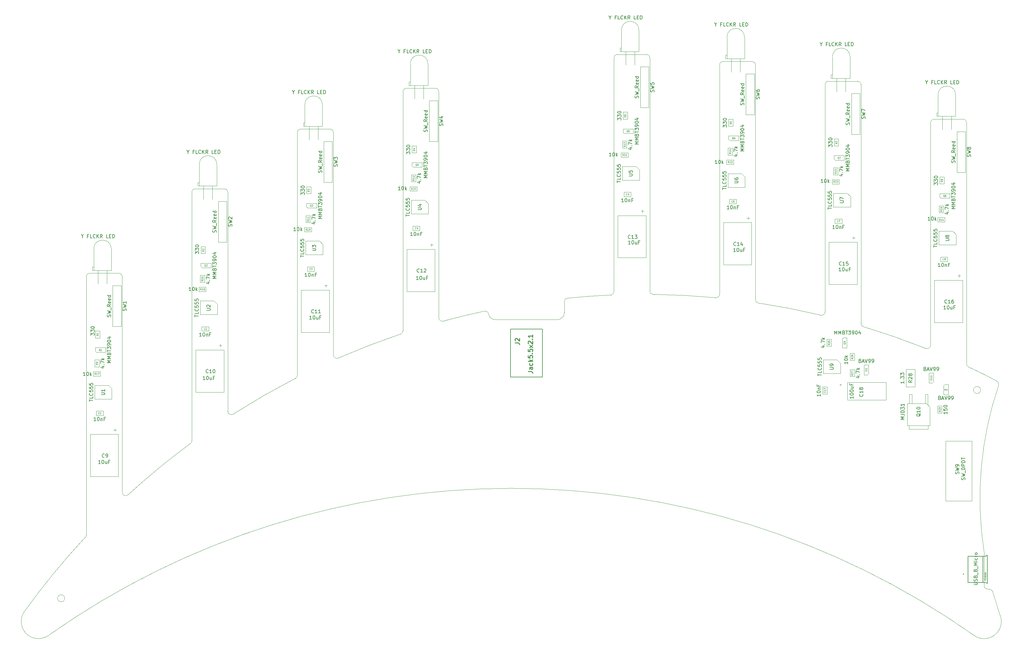
<source format=gbr>
%TF.GenerationSoftware,KiCad,Pcbnew,6.0.2-378541a8eb~116~ubuntu20.04.1*%
%TF.CreationDate,2022-02-19T20:17:07-08:00*%
%TF.ProjectId,menorah555_main,6d656e6f-7261-4683-9535-355f6d61696e,B*%
%TF.SameCoordinates,Original*%
%TF.FileFunction,AssemblyDrawing,Top*%
%FSLAX46Y46*%
G04 Gerber Fmt 4.6, Leading zero omitted, Abs format (unit mm)*
G04 Created by KiCad (PCBNEW 6.0.2-378541a8eb~116~ubuntu20.04.1) date 2022-02-19 20:17:07*
%MOMM*%
%LPD*%
G01*
G04 APERTURE LIST*
%TA.AperFunction,Profile*%
%ADD10C,0.050000*%
%TD*%
%ADD11C,0.150000*%
%ADD12C,0.075000*%
%ADD13C,0.080000*%
%ADD14C,0.254000*%
%ADD15C,0.098425*%
%ADD16C,0.050000*%
%ADD17C,0.100000*%
%ADD18C,0.200000*%
%ADD19C,0.127000*%
G04 APERTURE END LIST*
D10*
X136400000Y-80000000D02*
G75*
G03*
X135400000Y-81000000I-1J-999999D01*
G01*
X175600000Y-69400000D02*
X175600000Y-133660000D01*
X85600000Y-122000000D02*
X85600000Y-183260000D01*
X85600000Y-122000000D02*
G75*
G03*
X84600000Y-121000000I-999999J1D01*
G01*
X76400000Y-121000000D02*
X84600000Y-121000000D01*
X76400000Y-121000000D02*
G75*
G03*
X75400000Y-122000000I-1J-999999D01*
G01*
X75400000Y-195370000D02*
X75400000Y-122000000D01*
X136400000Y-80000000D02*
X144600000Y-80000000D01*
X166400000Y-68400000D02*
G75*
G03*
X165400000Y-69400000I-1J-999999D01*
G01*
X165400000Y-137370000D02*
X165400000Y-69400000D01*
X115600000Y-98000000D02*
G75*
G03*
X114600000Y-97000000I-999999J1D01*
G01*
X166400000Y-68400000D02*
X174600000Y-68400000D01*
X115600000Y-98000000D02*
X115600000Y-160230000D01*
X145600000Y-81000000D02*
X145600000Y-144230000D01*
X175600000Y-69400000D02*
G75*
G03*
X174600000Y-68400000I-999999J1D01*
G01*
X105400000Y-168610000D02*
X105400000Y-98000000D01*
X135400000Y-150010000D02*
X135400000Y-81000000D01*
X106400000Y-97000000D02*
X114600000Y-97000000D01*
X145600000Y-81000000D02*
G75*
G03*
X144600000Y-80000000I-999999J1D01*
G01*
X106400000Y-97000000D02*
G75*
G03*
X105400000Y-98000000I-1J-999999D01*
G01*
X256400000Y-60800000D02*
G75*
G03*
X255400000Y-61800000I-1J-999999D01*
G01*
X295600000Y-67400000D02*
G75*
G03*
X294600000Y-66400000I-999999J1D01*
G01*
X256400000Y-60800000D02*
X264600000Y-60800000D01*
X285400000Y-131970000D02*
X285400000Y-67400000D01*
X255400000Y-126990000D02*
X255400000Y-61800000D01*
X325600000Y-78200000D02*
G75*
G03*
X324600000Y-77200000I-999999J1D01*
G01*
X295600000Y-67400000D02*
X295600000Y-135260000D01*
X265600000Y-61800000D02*
X265600000Y-128500000D01*
X316400000Y-77200000D02*
X324600000Y-77200000D01*
X265600000Y-61800000D02*
G75*
G03*
X264600000Y-60800000I-999999J1D01*
G01*
X315400000Y-141470000D02*
X315400000Y-78200000D01*
X316400000Y-77200000D02*
G75*
G03*
X315400000Y-78200000I-1J-999999D01*
G01*
X286400000Y-66400000D02*
X294600000Y-66400000D01*
X225400000Y-126220000D02*
X225400000Y-59800000D01*
X226400000Y-58800000D02*
G75*
G03*
X225400000Y-59800000I-1J-999999D01*
G01*
X226400000Y-58800000D02*
X234600000Y-58800000D01*
X235600000Y-59800000D02*
G75*
G03*
X234600000Y-58800000I-999999J1D01*
G01*
X235600000Y-59800000D02*
X235600000Y-126030000D01*
X325600000Y-78200000D02*
X325600000Y-146760000D01*
X286400000Y-66400000D02*
G75*
G03*
X285400000Y-67400000I-1J-999999D01*
G01*
X57820001Y-217140001D02*
G75*
G03*
X64760000Y-223900000I3975144J-2861404D01*
G01*
X64760000Y-223900000D02*
X64850309Y-223837228D01*
X327511852Y-223813089D02*
X327603497Y-223876946D01*
X333030000Y-211510000D02*
G75*
G03*
X335030000Y-217906000I95667512J26404099D01*
G01*
X331600000Y-210800000D02*
X332087372Y-210808006D01*
X333030001Y-211510000D02*
G75*
G03*
X332087372Y-210808006I-942667J-281929D01*
G01*
X189763573Y-132674026D02*
G75*
G03*
X191700000Y-134200000I1847626J352968D01*
G01*
X209300000Y-134200000D02*
G75*
G03*
X211300000Y-132200000I1J1999999D01*
G01*
X211300000Y-132200000D02*
X211291664Y-129122633D01*
X74841689Y-196355905D02*
G75*
G03*
X57820000Y-217140000I159055385J-147624881D01*
G01*
X104929919Y-169458048D02*
G75*
G03*
X105400000Y-168610000I-529915J848046D01*
G01*
X145600000Y-144230000D02*
G75*
G03*
X147022618Y-145136308I1000000J0D01*
G01*
X175600001Y-133660000D02*
G75*
G03*
X176925568Y-134605519I999999J-1D01*
G01*
X235600000Y-126030000D02*
G75*
G03*
X236634899Y-127029391I999999J-1D01*
G01*
X265600001Y-128500000D02*
G75*
G03*
X266392088Y-129478148I999999J-1D01*
G01*
X295600000Y-135260000D02*
G75*
G03*
X296341181Y-136225926I1000000J0D01*
G01*
X325599999Y-146760000D02*
G75*
G03*
X326209269Y-147680505I1000000J0D01*
G01*
X134929919Y-150858048D02*
G75*
G03*
X135400000Y-150010000I-529915J848046D01*
G01*
X164658819Y-138335925D02*
G75*
G03*
X165400000Y-137370000I-258821J965927D01*
G01*
X224573648Y-127204809D02*
G75*
G03*
X225400000Y-126220000I-173649J984809D01*
G01*
X254312844Y-127986195D02*
G75*
G03*
X255400000Y-126990000I87155J996196D01*
G01*
X284141181Y-132935926D02*
G75*
G03*
X285400000Y-131970000I258818J965927D01*
G01*
X313977382Y-142376308D02*
G75*
G03*
X315400000Y-141470000I422618J906308D01*
G01*
X87600000Y-183700000D02*
X87294658Y-183979340D01*
X75069131Y-196113145D02*
X74841689Y-196355905D01*
X104841866Y-169519312D02*
X104929919Y-169458048D01*
X134801847Y-150922131D02*
G75*
G03*
X117400000Y-160900000I99088026J-192977653D01*
G01*
X134929919Y-150858048D02*
X134801847Y-150922131D01*
X117400000Y-160900000D02*
X117229320Y-161007146D01*
X164398003Y-138414929D02*
G75*
G03*
X147100000Y-145100000I69471878J-205484773D01*
G01*
X164658819Y-138335926D02*
X164398003Y-138414929D01*
X147100000Y-145100000D02*
X147022618Y-145136308D01*
X188487912Y-131807078D02*
G75*
G03*
X177300000Y-134500000I43093575J-203621836D01*
G01*
X177300000Y-134500000D02*
X176925568Y-134605519D01*
X224310641Y-127212249D02*
G75*
G03*
X212200000Y-128100000I9201387J-208574882D01*
G01*
X224310641Y-127212249D02*
X224573648Y-127204808D01*
X253945960Y-127939407D02*
G75*
G03*
X236940000Y-127030000I-20075998J-215961356D01*
G01*
X236634899Y-127029391D02*
X236940000Y-127030000D01*
X253945960Y-127939407D02*
X254312844Y-127986195D01*
X283817199Y-132845881D02*
G75*
G03*
X266730000Y-129520000I-49947117J-211053672D01*
G01*
X266392088Y-129478148D02*
X266730000Y-129520000D01*
X283817199Y-132845881D02*
X284141181Y-132935926D01*
X313693401Y-142252243D02*
G75*
G03*
X296540000Y-136280000I-79823297J-201647453D01*
G01*
X296341181Y-136225926D02*
X296540000Y-136280000D01*
X313693401Y-142252243D02*
X313977382Y-142376308D01*
X334280000Y-151700000D02*
G75*
G03*
X326209269Y-147680505I-54259472J-98835073D01*
G01*
X330600000Y-208000000D02*
X330600000Y-209800000D01*
X334710000Y-152940000D02*
G75*
G03*
X334280000Y-151700000I-978203J355341D01*
G01*
X85600000Y-183260000D02*
G75*
G03*
X87294658Y-183979340I1000000J0D01*
G01*
X75069131Y-196113145D02*
G75*
G03*
X75400000Y-195370000I-669140J743149D01*
G01*
X330600000Y-209800000D02*
G75*
G03*
X331600000Y-210800000I999999J-1D01*
G01*
X334710000Y-152940000D02*
G75*
G03*
X330600000Y-200200000I94502379J-32027182D01*
G01*
X212200000Y-128100000D02*
G75*
G03*
X211291664Y-129122633I65243J-972674D01*
G01*
X327511852Y-223813089D02*
G75*
G03*
X64850309Y-223837228I-131313662J-186189469D01*
G01*
X327603497Y-223876946D02*
G75*
G03*
X335030000Y-217906000I2996503J3876946D01*
G01*
X115600000Y-160230000D02*
G75*
G03*
X117229320Y-161007146I1000000J0D01*
G01*
X104841866Y-169519312D02*
G75*
G03*
X87600000Y-183700000I128968223J-174380802D01*
G01*
X191700000Y-134200000D02*
X209300000Y-134200000D01*
X189763573Y-132674026D02*
G75*
G03*
X188487912Y-131807078I-995660J-93051D01*
G01*
X330600000Y-208000000D02*
X330600000Y-200200000D01*
D11*
%TO.C,SW4*%
X172304761Y-80772619D02*
X172352380Y-80629761D01*
X172352380Y-80391666D01*
X172304761Y-80296428D01*
X172257142Y-80248809D01*
X172161904Y-80201190D01*
X172066666Y-80201190D01*
X171971428Y-80248809D01*
X171923809Y-80296428D01*
X171876190Y-80391666D01*
X171828571Y-80582142D01*
X171780952Y-80677380D01*
X171733333Y-80725000D01*
X171638095Y-80772619D01*
X171542857Y-80772619D01*
X171447619Y-80725000D01*
X171400000Y-80677380D01*
X171352380Y-80582142D01*
X171352380Y-80344047D01*
X171400000Y-80201190D01*
X171352380Y-79867857D02*
X172352380Y-79629761D01*
X171638095Y-79439285D01*
X172352380Y-79248809D01*
X171352380Y-79010714D01*
X172447619Y-78867857D02*
X172447619Y-78105952D01*
X172352380Y-77296428D02*
X171876190Y-77629761D01*
X172352380Y-77867857D02*
X171352380Y-77867857D01*
X171352380Y-77486904D01*
X171400000Y-77391666D01*
X171447619Y-77344047D01*
X171542857Y-77296428D01*
X171685714Y-77296428D01*
X171780952Y-77344047D01*
X171828571Y-77391666D01*
X171876190Y-77486904D01*
X171876190Y-77867857D01*
X172304761Y-76486904D02*
X172352380Y-76582142D01*
X172352380Y-76772619D01*
X172304761Y-76867857D01*
X172209523Y-76915476D01*
X171828571Y-76915476D01*
X171733333Y-76867857D01*
X171685714Y-76772619D01*
X171685714Y-76582142D01*
X171733333Y-76486904D01*
X171828571Y-76439285D01*
X171923809Y-76439285D01*
X172019047Y-76915476D01*
X172304761Y-75629761D02*
X172352380Y-75725000D01*
X172352380Y-75915476D01*
X172304761Y-76010714D01*
X172209523Y-76058333D01*
X171828571Y-76058333D01*
X171733333Y-76010714D01*
X171685714Y-75915476D01*
X171685714Y-75725000D01*
X171733333Y-75629761D01*
X171828571Y-75582142D01*
X171923809Y-75582142D01*
X172019047Y-76058333D01*
X172352380Y-74725000D02*
X171352380Y-74725000D01*
X172304761Y-74725000D02*
X172352380Y-74820238D01*
X172352380Y-75010714D01*
X172304761Y-75105952D01*
X172257142Y-75153571D01*
X172161904Y-75201190D01*
X171876190Y-75201190D01*
X171780952Y-75153571D01*
X171733333Y-75105952D01*
X171685714Y-75010714D01*
X171685714Y-74820238D01*
X171733333Y-74725000D01*
X176754761Y-79058333D02*
X176802380Y-78915476D01*
X176802380Y-78677380D01*
X176754761Y-78582142D01*
X176707142Y-78534523D01*
X176611904Y-78486904D01*
X176516666Y-78486904D01*
X176421428Y-78534523D01*
X176373809Y-78582142D01*
X176326190Y-78677380D01*
X176278571Y-78867857D01*
X176230952Y-78963095D01*
X176183333Y-79010714D01*
X176088095Y-79058333D01*
X175992857Y-79058333D01*
X175897619Y-79010714D01*
X175850000Y-78963095D01*
X175802380Y-78867857D01*
X175802380Y-78629761D01*
X175850000Y-78486904D01*
X175802380Y-78153571D02*
X176802380Y-77915476D01*
X176088095Y-77725000D01*
X176802380Y-77534523D01*
X175802380Y-77296428D01*
X176135714Y-76486904D02*
X176802380Y-76486904D01*
X175754761Y-76725000D02*
X176469047Y-76963095D01*
X176469047Y-76344047D01*
%TO.C,SW3*%
X142304761Y-92372619D02*
X142352380Y-92229761D01*
X142352380Y-91991666D01*
X142304761Y-91896428D01*
X142257142Y-91848809D01*
X142161904Y-91801190D01*
X142066666Y-91801190D01*
X141971428Y-91848809D01*
X141923809Y-91896428D01*
X141876190Y-91991666D01*
X141828571Y-92182142D01*
X141780952Y-92277380D01*
X141733333Y-92325000D01*
X141638095Y-92372619D01*
X141542857Y-92372619D01*
X141447619Y-92325000D01*
X141400000Y-92277380D01*
X141352380Y-92182142D01*
X141352380Y-91944047D01*
X141400000Y-91801190D01*
X141352380Y-91467857D02*
X142352380Y-91229761D01*
X141638095Y-91039285D01*
X142352380Y-90848809D01*
X141352380Y-90610714D01*
X142447619Y-90467857D02*
X142447619Y-89705952D01*
X142352380Y-88896428D02*
X141876190Y-89229761D01*
X142352380Y-89467857D02*
X141352380Y-89467857D01*
X141352380Y-89086904D01*
X141400000Y-88991666D01*
X141447619Y-88944047D01*
X141542857Y-88896428D01*
X141685714Y-88896428D01*
X141780952Y-88944047D01*
X141828571Y-88991666D01*
X141876190Y-89086904D01*
X141876190Y-89467857D01*
X142304761Y-88086904D02*
X142352380Y-88182142D01*
X142352380Y-88372619D01*
X142304761Y-88467857D01*
X142209523Y-88515476D01*
X141828571Y-88515476D01*
X141733333Y-88467857D01*
X141685714Y-88372619D01*
X141685714Y-88182142D01*
X141733333Y-88086904D01*
X141828571Y-88039285D01*
X141923809Y-88039285D01*
X142019047Y-88515476D01*
X142304761Y-87229761D02*
X142352380Y-87325000D01*
X142352380Y-87515476D01*
X142304761Y-87610714D01*
X142209523Y-87658333D01*
X141828571Y-87658333D01*
X141733333Y-87610714D01*
X141685714Y-87515476D01*
X141685714Y-87325000D01*
X141733333Y-87229761D01*
X141828571Y-87182142D01*
X141923809Y-87182142D01*
X142019047Y-87658333D01*
X142352380Y-86325000D02*
X141352380Y-86325000D01*
X142304761Y-86325000D02*
X142352380Y-86420238D01*
X142352380Y-86610714D01*
X142304761Y-86705952D01*
X142257142Y-86753571D01*
X142161904Y-86801190D01*
X141876190Y-86801190D01*
X141780952Y-86753571D01*
X141733333Y-86705952D01*
X141685714Y-86610714D01*
X141685714Y-86420238D01*
X141733333Y-86325000D01*
X146754761Y-90658333D02*
X146802380Y-90515476D01*
X146802380Y-90277380D01*
X146754761Y-90182142D01*
X146707142Y-90134523D01*
X146611904Y-90086904D01*
X146516666Y-90086904D01*
X146421428Y-90134523D01*
X146373809Y-90182142D01*
X146326190Y-90277380D01*
X146278571Y-90467857D01*
X146230952Y-90563095D01*
X146183333Y-90610714D01*
X146088095Y-90658333D01*
X145992857Y-90658333D01*
X145897619Y-90610714D01*
X145850000Y-90563095D01*
X145802380Y-90467857D01*
X145802380Y-90229761D01*
X145850000Y-90086904D01*
X145802380Y-89753571D02*
X146802380Y-89515476D01*
X146088095Y-89325000D01*
X146802380Y-89134523D01*
X145802380Y-88896428D01*
X145802380Y-88610714D02*
X145802380Y-87991666D01*
X146183333Y-88325000D01*
X146183333Y-88182142D01*
X146230952Y-88086904D01*
X146278571Y-88039285D01*
X146373809Y-87991666D01*
X146611904Y-87991666D01*
X146707142Y-88039285D01*
X146754761Y-88086904D01*
X146802380Y-88182142D01*
X146802380Y-88467857D01*
X146754761Y-88563095D01*
X146707142Y-88610714D01*
%TO.C,SW2*%
X112304761Y-109372619D02*
X112352380Y-109229761D01*
X112352380Y-108991666D01*
X112304761Y-108896428D01*
X112257142Y-108848809D01*
X112161904Y-108801190D01*
X112066666Y-108801190D01*
X111971428Y-108848809D01*
X111923809Y-108896428D01*
X111876190Y-108991666D01*
X111828571Y-109182142D01*
X111780952Y-109277380D01*
X111733333Y-109325000D01*
X111638095Y-109372619D01*
X111542857Y-109372619D01*
X111447619Y-109325000D01*
X111400000Y-109277380D01*
X111352380Y-109182142D01*
X111352380Y-108944047D01*
X111400000Y-108801190D01*
X111352380Y-108467857D02*
X112352380Y-108229761D01*
X111638095Y-108039285D01*
X112352380Y-107848809D01*
X111352380Y-107610714D01*
X112447619Y-107467857D02*
X112447619Y-106705952D01*
X112352380Y-105896428D02*
X111876190Y-106229761D01*
X112352380Y-106467857D02*
X111352380Y-106467857D01*
X111352380Y-106086904D01*
X111400000Y-105991666D01*
X111447619Y-105944047D01*
X111542857Y-105896428D01*
X111685714Y-105896428D01*
X111780952Y-105944047D01*
X111828571Y-105991666D01*
X111876190Y-106086904D01*
X111876190Y-106467857D01*
X112304761Y-105086904D02*
X112352380Y-105182142D01*
X112352380Y-105372619D01*
X112304761Y-105467857D01*
X112209523Y-105515476D01*
X111828571Y-105515476D01*
X111733333Y-105467857D01*
X111685714Y-105372619D01*
X111685714Y-105182142D01*
X111733333Y-105086904D01*
X111828571Y-105039285D01*
X111923809Y-105039285D01*
X112019047Y-105515476D01*
X112304761Y-104229761D02*
X112352380Y-104325000D01*
X112352380Y-104515476D01*
X112304761Y-104610714D01*
X112209523Y-104658333D01*
X111828571Y-104658333D01*
X111733333Y-104610714D01*
X111685714Y-104515476D01*
X111685714Y-104325000D01*
X111733333Y-104229761D01*
X111828571Y-104182142D01*
X111923809Y-104182142D01*
X112019047Y-104658333D01*
X112352380Y-103325000D02*
X111352380Y-103325000D01*
X112304761Y-103325000D02*
X112352380Y-103420238D01*
X112352380Y-103610714D01*
X112304761Y-103705952D01*
X112257142Y-103753571D01*
X112161904Y-103801190D01*
X111876190Y-103801190D01*
X111780952Y-103753571D01*
X111733333Y-103705952D01*
X111685714Y-103610714D01*
X111685714Y-103420238D01*
X111733333Y-103325000D01*
X116754761Y-107658333D02*
X116802380Y-107515476D01*
X116802380Y-107277380D01*
X116754761Y-107182142D01*
X116707142Y-107134523D01*
X116611904Y-107086904D01*
X116516666Y-107086904D01*
X116421428Y-107134523D01*
X116373809Y-107182142D01*
X116326190Y-107277380D01*
X116278571Y-107467857D01*
X116230952Y-107563095D01*
X116183333Y-107610714D01*
X116088095Y-107658333D01*
X115992857Y-107658333D01*
X115897619Y-107610714D01*
X115850000Y-107563095D01*
X115802380Y-107467857D01*
X115802380Y-107229761D01*
X115850000Y-107086904D01*
X115802380Y-106753571D02*
X116802380Y-106515476D01*
X116088095Y-106325000D01*
X116802380Y-106134523D01*
X115802380Y-105896428D01*
X115897619Y-105563095D02*
X115850000Y-105515476D01*
X115802380Y-105420238D01*
X115802380Y-105182142D01*
X115850000Y-105086904D01*
X115897619Y-105039285D01*
X115992857Y-104991666D01*
X116088095Y-104991666D01*
X116230952Y-105039285D01*
X116802380Y-105610714D01*
X116802380Y-104991666D01*
%TO.C,SW1*%
X82304761Y-133372619D02*
X82352380Y-133229761D01*
X82352380Y-132991666D01*
X82304761Y-132896428D01*
X82257142Y-132848809D01*
X82161904Y-132801190D01*
X82066666Y-132801190D01*
X81971428Y-132848809D01*
X81923809Y-132896428D01*
X81876190Y-132991666D01*
X81828571Y-133182142D01*
X81780952Y-133277380D01*
X81733333Y-133325000D01*
X81638095Y-133372619D01*
X81542857Y-133372619D01*
X81447619Y-133325000D01*
X81400000Y-133277380D01*
X81352380Y-133182142D01*
X81352380Y-132944047D01*
X81400000Y-132801190D01*
X81352380Y-132467857D02*
X82352380Y-132229761D01*
X81638095Y-132039285D01*
X82352380Y-131848809D01*
X81352380Y-131610714D01*
X82447619Y-131467857D02*
X82447619Y-130705952D01*
X82352380Y-129896428D02*
X81876190Y-130229761D01*
X82352380Y-130467857D02*
X81352380Y-130467857D01*
X81352380Y-130086904D01*
X81400000Y-129991666D01*
X81447619Y-129944047D01*
X81542857Y-129896428D01*
X81685714Y-129896428D01*
X81780952Y-129944047D01*
X81828571Y-129991666D01*
X81876190Y-130086904D01*
X81876190Y-130467857D01*
X82304761Y-129086904D02*
X82352380Y-129182142D01*
X82352380Y-129372619D01*
X82304761Y-129467857D01*
X82209523Y-129515476D01*
X81828571Y-129515476D01*
X81733333Y-129467857D01*
X81685714Y-129372619D01*
X81685714Y-129182142D01*
X81733333Y-129086904D01*
X81828571Y-129039285D01*
X81923809Y-129039285D01*
X82019047Y-129515476D01*
X82304761Y-128229761D02*
X82352380Y-128325000D01*
X82352380Y-128515476D01*
X82304761Y-128610714D01*
X82209523Y-128658333D01*
X81828571Y-128658333D01*
X81733333Y-128610714D01*
X81685714Y-128515476D01*
X81685714Y-128325000D01*
X81733333Y-128229761D01*
X81828571Y-128182142D01*
X81923809Y-128182142D01*
X82019047Y-128658333D01*
X82352380Y-127325000D02*
X81352380Y-127325000D01*
X82304761Y-127325000D02*
X82352380Y-127420238D01*
X82352380Y-127610714D01*
X82304761Y-127705952D01*
X82257142Y-127753571D01*
X82161904Y-127801190D01*
X81876190Y-127801190D01*
X81780952Y-127753571D01*
X81733333Y-127705952D01*
X81685714Y-127610714D01*
X81685714Y-127420238D01*
X81733333Y-127325000D01*
X86754761Y-131658333D02*
X86802380Y-131515476D01*
X86802380Y-131277380D01*
X86754761Y-131182142D01*
X86707142Y-131134523D01*
X86611904Y-131086904D01*
X86516666Y-131086904D01*
X86421428Y-131134523D01*
X86373809Y-131182142D01*
X86326190Y-131277380D01*
X86278571Y-131467857D01*
X86230952Y-131563095D01*
X86183333Y-131610714D01*
X86088095Y-131658333D01*
X85992857Y-131658333D01*
X85897619Y-131610714D01*
X85850000Y-131563095D01*
X85802380Y-131467857D01*
X85802380Y-131229761D01*
X85850000Y-131086904D01*
X85802380Y-130753571D02*
X86802380Y-130515476D01*
X86088095Y-130325000D01*
X86802380Y-130134523D01*
X85802380Y-129896428D01*
X86802380Y-128991666D02*
X86802380Y-129563095D01*
X86802380Y-129277380D02*
X85802380Y-129277380D01*
X85945238Y-129372619D01*
X86040476Y-129467857D01*
X86088095Y-129563095D01*
%TO.C,SW5*%
X232304761Y-71172619D02*
X232352380Y-71029761D01*
X232352380Y-70791666D01*
X232304761Y-70696428D01*
X232257142Y-70648809D01*
X232161904Y-70601190D01*
X232066666Y-70601190D01*
X231971428Y-70648809D01*
X231923809Y-70696428D01*
X231876190Y-70791666D01*
X231828571Y-70982142D01*
X231780952Y-71077380D01*
X231733333Y-71125000D01*
X231638095Y-71172619D01*
X231542857Y-71172619D01*
X231447619Y-71125000D01*
X231400000Y-71077380D01*
X231352380Y-70982142D01*
X231352380Y-70744047D01*
X231400000Y-70601190D01*
X231352380Y-70267857D02*
X232352380Y-70029761D01*
X231638095Y-69839285D01*
X232352380Y-69648809D01*
X231352380Y-69410714D01*
X232447619Y-69267857D02*
X232447619Y-68505952D01*
X232352380Y-67696428D02*
X231876190Y-68029761D01*
X232352380Y-68267857D02*
X231352380Y-68267857D01*
X231352380Y-67886904D01*
X231400000Y-67791666D01*
X231447619Y-67744047D01*
X231542857Y-67696428D01*
X231685714Y-67696428D01*
X231780952Y-67744047D01*
X231828571Y-67791666D01*
X231876190Y-67886904D01*
X231876190Y-68267857D01*
X232304761Y-66886904D02*
X232352380Y-66982142D01*
X232352380Y-67172619D01*
X232304761Y-67267857D01*
X232209523Y-67315476D01*
X231828571Y-67315476D01*
X231733333Y-67267857D01*
X231685714Y-67172619D01*
X231685714Y-66982142D01*
X231733333Y-66886904D01*
X231828571Y-66839285D01*
X231923809Y-66839285D01*
X232019047Y-67315476D01*
X232304761Y-66029761D02*
X232352380Y-66125000D01*
X232352380Y-66315476D01*
X232304761Y-66410714D01*
X232209523Y-66458333D01*
X231828571Y-66458333D01*
X231733333Y-66410714D01*
X231685714Y-66315476D01*
X231685714Y-66125000D01*
X231733333Y-66029761D01*
X231828571Y-65982142D01*
X231923809Y-65982142D01*
X232019047Y-66458333D01*
X232352380Y-65125000D02*
X231352380Y-65125000D01*
X232304761Y-65125000D02*
X232352380Y-65220238D01*
X232352380Y-65410714D01*
X232304761Y-65505952D01*
X232257142Y-65553571D01*
X232161904Y-65601190D01*
X231876190Y-65601190D01*
X231780952Y-65553571D01*
X231733333Y-65505952D01*
X231685714Y-65410714D01*
X231685714Y-65220238D01*
X231733333Y-65125000D01*
X236754761Y-69458333D02*
X236802380Y-69315476D01*
X236802380Y-69077380D01*
X236754761Y-68982142D01*
X236707142Y-68934523D01*
X236611904Y-68886904D01*
X236516666Y-68886904D01*
X236421428Y-68934523D01*
X236373809Y-68982142D01*
X236326190Y-69077380D01*
X236278571Y-69267857D01*
X236230952Y-69363095D01*
X236183333Y-69410714D01*
X236088095Y-69458333D01*
X235992857Y-69458333D01*
X235897619Y-69410714D01*
X235850000Y-69363095D01*
X235802380Y-69267857D01*
X235802380Y-69029761D01*
X235850000Y-68886904D01*
X235802380Y-68553571D02*
X236802380Y-68315476D01*
X236088095Y-68125000D01*
X236802380Y-67934523D01*
X235802380Y-67696428D01*
X235802380Y-66839285D02*
X235802380Y-67315476D01*
X236278571Y-67363095D01*
X236230952Y-67315476D01*
X236183333Y-67220238D01*
X236183333Y-66982142D01*
X236230952Y-66886904D01*
X236278571Y-66839285D01*
X236373809Y-66791666D01*
X236611904Y-66791666D01*
X236707142Y-66839285D01*
X236754761Y-66886904D01*
X236802380Y-66982142D01*
X236802380Y-67220238D01*
X236754761Y-67315476D01*
X236707142Y-67363095D01*
%TO.C,SW6*%
X262304761Y-73172619D02*
X262352380Y-73029761D01*
X262352380Y-72791666D01*
X262304761Y-72696428D01*
X262257142Y-72648809D01*
X262161904Y-72601190D01*
X262066666Y-72601190D01*
X261971428Y-72648809D01*
X261923809Y-72696428D01*
X261876190Y-72791666D01*
X261828571Y-72982142D01*
X261780952Y-73077380D01*
X261733333Y-73125000D01*
X261638095Y-73172619D01*
X261542857Y-73172619D01*
X261447619Y-73125000D01*
X261400000Y-73077380D01*
X261352380Y-72982142D01*
X261352380Y-72744047D01*
X261400000Y-72601190D01*
X261352380Y-72267857D02*
X262352380Y-72029761D01*
X261638095Y-71839285D01*
X262352380Y-71648809D01*
X261352380Y-71410714D01*
X262447619Y-71267857D02*
X262447619Y-70505952D01*
X262352380Y-69696428D02*
X261876190Y-70029761D01*
X262352380Y-70267857D02*
X261352380Y-70267857D01*
X261352380Y-69886904D01*
X261400000Y-69791666D01*
X261447619Y-69744047D01*
X261542857Y-69696428D01*
X261685714Y-69696428D01*
X261780952Y-69744047D01*
X261828571Y-69791666D01*
X261876190Y-69886904D01*
X261876190Y-70267857D01*
X262304761Y-68886904D02*
X262352380Y-68982142D01*
X262352380Y-69172619D01*
X262304761Y-69267857D01*
X262209523Y-69315476D01*
X261828571Y-69315476D01*
X261733333Y-69267857D01*
X261685714Y-69172619D01*
X261685714Y-68982142D01*
X261733333Y-68886904D01*
X261828571Y-68839285D01*
X261923809Y-68839285D01*
X262019047Y-69315476D01*
X262304761Y-68029761D02*
X262352380Y-68125000D01*
X262352380Y-68315476D01*
X262304761Y-68410714D01*
X262209523Y-68458333D01*
X261828571Y-68458333D01*
X261733333Y-68410714D01*
X261685714Y-68315476D01*
X261685714Y-68125000D01*
X261733333Y-68029761D01*
X261828571Y-67982142D01*
X261923809Y-67982142D01*
X262019047Y-68458333D01*
X262352380Y-67125000D02*
X261352380Y-67125000D01*
X262304761Y-67125000D02*
X262352380Y-67220238D01*
X262352380Y-67410714D01*
X262304761Y-67505952D01*
X262257142Y-67553571D01*
X262161904Y-67601190D01*
X261876190Y-67601190D01*
X261780952Y-67553571D01*
X261733333Y-67505952D01*
X261685714Y-67410714D01*
X261685714Y-67220238D01*
X261733333Y-67125000D01*
X266754761Y-71458333D02*
X266802380Y-71315476D01*
X266802380Y-71077380D01*
X266754761Y-70982142D01*
X266707142Y-70934523D01*
X266611904Y-70886904D01*
X266516666Y-70886904D01*
X266421428Y-70934523D01*
X266373809Y-70982142D01*
X266326190Y-71077380D01*
X266278571Y-71267857D01*
X266230952Y-71363095D01*
X266183333Y-71410714D01*
X266088095Y-71458333D01*
X265992857Y-71458333D01*
X265897619Y-71410714D01*
X265850000Y-71363095D01*
X265802380Y-71267857D01*
X265802380Y-71029761D01*
X265850000Y-70886904D01*
X265802380Y-70553571D02*
X266802380Y-70315476D01*
X266088095Y-70125000D01*
X266802380Y-69934523D01*
X265802380Y-69696428D01*
X265802380Y-68886904D02*
X265802380Y-69077380D01*
X265850000Y-69172619D01*
X265897619Y-69220238D01*
X266040476Y-69315476D01*
X266230952Y-69363095D01*
X266611904Y-69363095D01*
X266707142Y-69315476D01*
X266754761Y-69267857D01*
X266802380Y-69172619D01*
X266802380Y-68982142D01*
X266754761Y-68886904D01*
X266707142Y-68839285D01*
X266611904Y-68791666D01*
X266373809Y-68791666D01*
X266278571Y-68839285D01*
X266230952Y-68886904D01*
X266183333Y-68982142D01*
X266183333Y-69172619D01*
X266230952Y-69267857D01*
X266278571Y-69315476D01*
X266373809Y-69363095D01*
%TO.C,SW7*%
X292304761Y-78772619D02*
X292352380Y-78629761D01*
X292352380Y-78391666D01*
X292304761Y-78296428D01*
X292257142Y-78248809D01*
X292161904Y-78201190D01*
X292066666Y-78201190D01*
X291971428Y-78248809D01*
X291923809Y-78296428D01*
X291876190Y-78391666D01*
X291828571Y-78582142D01*
X291780952Y-78677380D01*
X291733333Y-78725000D01*
X291638095Y-78772619D01*
X291542857Y-78772619D01*
X291447619Y-78725000D01*
X291400000Y-78677380D01*
X291352380Y-78582142D01*
X291352380Y-78344047D01*
X291400000Y-78201190D01*
X291352380Y-77867857D02*
X292352380Y-77629761D01*
X291638095Y-77439285D01*
X292352380Y-77248809D01*
X291352380Y-77010714D01*
X292447619Y-76867857D02*
X292447619Y-76105952D01*
X292352380Y-75296428D02*
X291876190Y-75629761D01*
X292352380Y-75867857D02*
X291352380Y-75867857D01*
X291352380Y-75486904D01*
X291400000Y-75391666D01*
X291447619Y-75344047D01*
X291542857Y-75296428D01*
X291685714Y-75296428D01*
X291780952Y-75344047D01*
X291828571Y-75391666D01*
X291876190Y-75486904D01*
X291876190Y-75867857D01*
X292304761Y-74486904D02*
X292352380Y-74582142D01*
X292352380Y-74772619D01*
X292304761Y-74867857D01*
X292209523Y-74915476D01*
X291828571Y-74915476D01*
X291733333Y-74867857D01*
X291685714Y-74772619D01*
X291685714Y-74582142D01*
X291733333Y-74486904D01*
X291828571Y-74439285D01*
X291923809Y-74439285D01*
X292019047Y-74915476D01*
X292304761Y-73629761D02*
X292352380Y-73725000D01*
X292352380Y-73915476D01*
X292304761Y-74010714D01*
X292209523Y-74058333D01*
X291828571Y-74058333D01*
X291733333Y-74010714D01*
X291685714Y-73915476D01*
X291685714Y-73725000D01*
X291733333Y-73629761D01*
X291828571Y-73582142D01*
X291923809Y-73582142D01*
X292019047Y-74058333D01*
X292352380Y-72725000D02*
X291352380Y-72725000D01*
X292304761Y-72725000D02*
X292352380Y-72820238D01*
X292352380Y-73010714D01*
X292304761Y-73105952D01*
X292257142Y-73153571D01*
X292161904Y-73201190D01*
X291876190Y-73201190D01*
X291780952Y-73153571D01*
X291733333Y-73105952D01*
X291685714Y-73010714D01*
X291685714Y-72820238D01*
X291733333Y-72725000D01*
X296754761Y-77058333D02*
X296802380Y-76915476D01*
X296802380Y-76677380D01*
X296754761Y-76582142D01*
X296707142Y-76534523D01*
X296611904Y-76486904D01*
X296516666Y-76486904D01*
X296421428Y-76534523D01*
X296373809Y-76582142D01*
X296326190Y-76677380D01*
X296278571Y-76867857D01*
X296230952Y-76963095D01*
X296183333Y-77010714D01*
X296088095Y-77058333D01*
X295992857Y-77058333D01*
X295897619Y-77010714D01*
X295850000Y-76963095D01*
X295802380Y-76867857D01*
X295802380Y-76629761D01*
X295850000Y-76486904D01*
X295802380Y-76153571D02*
X296802380Y-75915476D01*
X296088095Y-75725000D01*
X296802380Y-75534523D01*
X295802380Y-75296428D01*
X295802380Y-75010714D02*
X295802380Y-74344047D01*
X296802380Y-74772619D01*
%TO.C,SW8*%
X322304761Y-89572619D02*
X322352380Y-89429761D01*
X322352380Y-89191666D01*
X322304761Y-89096428D01*
X322257142Y-89048809D01*
X322161904Y-89001190D01*
X322066666Y-89001190D01*
X321971428Y-89048809D01*
X321923809Y-89096428D01*
X321876190Y-89191666D01*
X321828571Y-89382142D01*
X321780952Y-89477380D01*
X321733333Y-89525000D01*
X321638095Y-89572619D01*
X321542857Y-89572619D01*
X321447619Y-89525000D01*
X321400000Y-89477380D01*
X321352380Y-89382142D01*
X321352380Y-89144047D01*
X321400000Y-89001190D01*
X321352380Y-88667857D02*
X322352380Y-88429761D01*
X321638095Y-88239285D01*
X322352380Y-88048809D01*
X321352380Y-87810714D01*
X322447619Y-87667857D02*
X322447619Y-86905952D01*
X322352380Y-86096428D02*
X321876190Y-86429761D01*
X322352380Y-86667857D02*
X321352380Y-86667857D01*
X321352380Y-86286904D01*
X321400000Y-86191666D01*
X321447619Y-86144047D01*
X321542857Y-86096428D01*
X321685714Y-86096428D01*
X321780952Y-86144047D01*
X321828571Y-86191666D01*
X321876190Y-86286904D01*
X321876190Y-86667857D01*
X322304761Y-85286904D02*
X322352380Y-85382142D01*
X322352380Y-85572619D01*
X322304761Y-85667857D01*
X322209523Y-85715476D01*
X321828571Y-85715476D01*
X321733333Y-85667857D01*
X321685714Y-85572619D01*
X321685714Y-85382142D01*
X321733333Y-85286904D01*
X321828571Y-85239285D01*
X321923809Y-85239285D01*
X322019047Y-85715476D01*
X322304761Y-84429761D02*
X322352380Y-84525000D01*
X322352380Y-84715476D01*
X322304761Y-84810714D01*
X322209523Y-84858333D01*
X321828571Y-84858333D01*
X321733333Y-84810714D01*
X321685714Y-84715476D01*
X321685714Y-84525000D01*
X321733333Y-84429761D01*
X321828571Y-84382142D01*
X321923809Y-84382142D01*
X322019047Y-84858333D01*
X322352380Y-83525000D02*
X321352380Y-83525000D01*
X322304761Y-83525000D02*
X322352380Y-83620238D01*
X322352380Y-83810714D01*
X322304761Y-83905952D01*
X322257142Y-83953571D01*
X322161904Y-84001190D01*
X321876190Y-84001190D01*
X321780952Y-83953571D01*
X321733333Y-83905952D01*
X321685714Y-83810714D01*
X321685714Y-83620238D01*
X321733333Y-83525000D01*
X326754761Y-87858333D02*
X326802380Y-87715476D01*
X326802380Y-87477380D01*
X326754761Y-87382142D01*
X326707142Y-87334523D01*
X326611904Y-87286904D01*
X326516666Y-87286904D01*
X326421428Y-87334523D01*
X326373809Y-87382142D01*
X326326190Y-87477380D01*
X326278571Y-87667857D01*
X326230952Y-87763095D01*
X326183333Y-87810714D01*
X326088095Y-87858333D01*
X325992857Y-87858333D01*
X325897619Y-87810714D01*
X325850000Y-87763095D01*
X325802380Y-87667857D01*
X325802380Y-87429761D01*
X325850000Y-87286904D01*
X325802380Y-86953571D02*
X326802380Y-86715476D01*
X326088095Y-86525000D01*
X326802380Y-86334523D01*
X325802380Y-86096428D01*
X326230952Y-85572619D02*
X326183333Y-85667857D01*
X326135714Y-85715476D01*
X326040476Y-85763095D01*
X325992857Y-85763095D01*
X325897619Y-85715476D01*
X325850000Y-85667857D01*
X325802380Y-85572619D01*
X325802380Y-85382142D01*
X325850000Y-85286904D01*
X325897619Y-85239285D01*
X325992857Y-85191666D01*
X326040476Y-85191666D01*
X326135714Y-85239285D01*
X326183333Y-85286904D01*
X326230952Y-85382142D01*
X326230952Y-85572619D01*
X326278571Y-85667857D01*
X326326190Y-85715476D01*
X326421428Y-85763095D01*
X326611904Y-85763095D01*
X326707142Y-85715476D01*
X326754761Y-85667857D01*
X326802380Y-85572619D01*
X326802380Y-85382142D01*
X326754761Y-85286904D01*
X326707142Y-85239285D01*
X326611904Y-85191666D01*
X326421428Y-85191666D01*
X326326190Y-85239285D01*
X326278571Y-85286904D01*
X326230952Y-85382142D01*
%TO.C,C9*%
X79428571Y-175142380D02*
X78857142Y-175142380D01*
X79142857Y-175142380D02*
X79142857Y-174142380D01*
X79047619Y-174285238D01*
X78952380Y-174380476D01*
X78857142Y-174428095D01*
X80047619Y-174142380D02*
X80142857Y-174142380D01*
X80238095Y-174190000D01*
X80285714Y-174237619D01*
X80333333Y-174332857D01*
X80380952Y-174523333D01*
X80380952Y-174761428D01*
X80333333Y-174951904D01*
X80285714Y-175047142D01*
X80238095Y-175094761D01*
X80142857Y-175142380D01*
X80047619Y-175142380D01*
X79952380Y-175094761D01*
X79904761Y-175047142D01*
X79857142Y-174951904D01*
X79809523Y-174761428D01*
X79809523Y-174523333D01*
X79857142Y-174332857D01*
X79904761Y-174237619D01*
X79952380Y-174190000D01*
X80047619Y-174142380D01*
X81238095Y-174475714D02*
X81238095Y-175142380D01*
X80809523Y-174475714D02*
X80809523Y-174999523D01*
X80857142Y-175094761D01*
X80952380Y-175142380D01*
X81095238Y-175142380D01*
X81190476Y-175094761D01*
X81238095Y-175047142D01*
X82047619Y-174618571D02*
X81714285Y-174618571D01*
X81714285Y-175142380D02*
X81714285Y-174142380D01*
X82190476Y-174142380D01*
X80533333Y-173257142D02*
X80485714Y-173304761D01*
X80342857Y-173352380D01*
X80247619Y-173352380D01*
X80104761Y-173304761D01*
X80009523Y-173209523D01*
X79961904Y-173114285D01*
X79914285Y-172923809D01*
X79914285Y-172780952D01*
X79961904Y-172590476D01*
X80009523Y-172495238D01*
X80104761Y-172400000D01*
X80247619Y-172352380D01*
X80342857Y-172352380D01*
X80485714Y-172400000D01*
X80533333Y-172447619D01*
X81009523Y-173352380D02*
X81200000Y-173352380D01*
X81295238Y-173304761D01*
X81342857Y-173257142D01*
X81438095Y-173114285D01*
X81485714Y-172923809D01*
X81485714Y-172542857D01*
X81438095Y-172447619D01*
X81390476Y-172400000D01*
X81295238Y-172352380D01*
X81104761Y-172352380D01*
X81009523Y-172400000D01*
X80961904Y-172447619D01*
X80914285Y-172542857D01*
X80914285Y-172780952D01*
X80961904Y-172876190D01*
X81009523Y-172923809D01*
X81104761Y-172971428D01*
X81295238Y-172971428D01*
X81390476Y-172923809D01*
X81438095Y-172876190D01*
X81485714Y-172780952D01*
%TO.C,C12*%
X169808571Y-122822380D02*
X169237142Y-122822380D01*
X169522857Y-122822380D02*
X169522857Y-121822380D01*
X169427619Y-121965238D01*
X169332380Y-122060476D01*
X169237142Y-122108095D01*
X170427619Y-121822380D02*
X170522857Y-121822380D01*
X170618095Y-121870000D01*
X170665714Y-121917619D01*
X170713333Y-122012857D01*
X170760952Y-122203333D01*
X170760952Y-122441428D01*
X170713333Y-122631904D01*
X170665714Y-122727142D01*
X170618095Y-122774761D01*
X170522857Y-122822380D01*
X170427619Y-122822380D01*
X170332380Y-122774761D01*
X170284761Y-122727142D01*
X170237142Y-122631904D01*
X170189523Y-122441428D01*
X170189523Y-122203333D01*
X170237142Y-122012857D01*
X170284761Y-121917619D01*
X170332380Y-121870000D01*
X170427619Y-121822380D01*
X171618095Y-122155714D02*
X171618095Y-122822380D01*
X171189523Y-122155714D02*
X171189523Y-122679523D01*
X171237142Y-122774761D01*
X171332380Y-122822380D01*
X171475238Y-122822380D01*
X171570476Y-122774761D01*
X171618095Y-122727142D01*
X172427619Y-122298571D02*
X172094285Y-122298571D01*
X172094285Y-122822380D02*
X172094285Y-121822380D01*
X172570476Y-121822380D01*
X170057142Y-120657142D02*
X170009523Y-120704761D01*
X169866666Y-120752380D01*
X169771428Y-120752380D01*
X169628571Y-120704761D01*
X169533333Y-120609523D01*
X169485714Y-120514285D01*
X169438095Y-120323809D01*
X169438095Y-120180952D01*
X169485714Y-119990476D01*
X169533333Y-119895238D01*
X169628571Y-119800000D01*
X169771428Y-119752380D01*
X169866666Y-119752380D01*
X170009523Y-119800000D01*
X170057142Y-119847619D01*
X171009523Y-120752380D02*
X170438095Y-120752380D01*
X170723809Y-120752380D02*
X170723809Y-119752380D01*
X170628571Y-119895238D01*
X170533333Y-119990476D01*
X170438095Y-120038095D01*
X171390476Y-119847619D02*
X171438095Y-119800000D01*
X171533333Y-119752380D01*
X171771428Y-119752380D01*
X171866666Y-119800000D01*
X171914285Y-119847619D01*
X171961904Y-119942857D01*
X171961904Y-120038095D01*
X171914285Y-120180952D01*
X171342857Y-120752380D01*
X171961904Y-120752380D01*
%TO.C,C10*%
X109158571Y-151272380D02*
X108587142Y-151272380D01*
X108872857Y-151272380D02*
X108872857Y-150272380D01*
X108777619Y-150415238D01*
X108682380Y-150510476D01*
X108587142Y-150558095D01*
X109777619Y-150272380D02*
X109872857Y-150272380D01*
X109968095Y-150320000D01*
X110015714Y-150367619D01*
X110063333Y-150462857D01*
X110110952Y-150653333D01*
X110110952Y-150891428D01*
X110063333Y-151081904D01*
X110015714Y-151177142D01*
X109968095Y-151224761D01*
X109872857Y-151272380D01*
X109777619Y-151272380D01*
X109682380Y-151224761D01*
X109634761Y-151177142D01*
X109587142Y-151081904D01*
X109539523Y-150891428D01*
X109539523Y-150653333D01*
X109587142Y-150462857D01*
X109634761Y-150367619D01*
X109682380Y-150320000D01*
X109777619Y-150272380D01*
X110968095Y-150605714D02*
X110968095Y-151272380D01*
X110539523Y-150605714D02*
X110539523Y-151129523D01*
X110587142Y-151224761D01*
X110682380Y-151272380D01*
X110825238Y-151272380D01*
X110920476Y-151224761D01*
X110968095Y-151177142D01*
X111777619Y-150748571D02*
X111444285Y-150748571D01*
X111444285Y-151272380D02*
X111444285Y-150272380D01*
X111920476Y-150272380D01*
X110057142Y-149257142D02*
X110009523Y-149304761D01*
X109866666Y-149352380D01*
X109771428Y-149352380D01*
X109628571Y-149304761D01*
X109533333Y-149209523D01*
X109485714Y-149114285D01*
X109438095Y-148923809D01*
X109438095Y-148780952D01*
X109485714Y-148590476D01*
X109533333Y-148495238D01*
X109628571Y-148400000D01*
X109771428Y-148352380D01*
X109866666Y-148352380D01*
X110009523Y-148400000D01*
X110057142Y-148447619D01*
X111009523Y-149352380D02*
X110438095Y-149352380D01*
X110723809Y-149352380D02*
X110723809Y-148352380D01*
X110628571Y-148495238D01*
X110533333Y-148590476D01*
X110438095Y-148638095D01*
X111628571Y-148352380D02*
X111723809Y-148352380D01*
X111819047Y-148400000D01*
X111866666Y-148447619D01*
X111914285Y-148542857D01*
X111961904Y-148733333D01*
X111961904Y-148971428D01*
X111914285Y-149161904D01*
X111866666Y-149257142D01*
X111819047Y-149304761D01*
X111723809Y-149352380D01*
X111628571Y-149352380D01*
X111533333Y-149304761D01*
X111485714Y-149257142D01*
X111438095Y-149161904D01*
X111390476Y-148971428D01*
X111390476Y-148733333D01*
X111438095Y-148542857D01*
X111485714Y-148447619D01*
X111533333Y-148400000D01*
X111628571Y-148352380D01*
%TO.C,C11*%
X139438571Y-134072380D02*
X138867142Y-134072380D01*
X139152857Y-134072380D02*
X139152857Y-133072380D01*
X139057619Y-133215238D01*
X138962380Y-133310476D01*
X138867142Y-133358095D01*
X140057619Y-133072380D02*
X140152857Y-133072380D01*
X140248095Y-133120000D01*
X140295714Y-133167619D01*
X140343333Y-133262857D01*
X140390952Y-133453333D01*
X140390952Y-133691428D01*
X140343333Y-133881904D01*
X140295714Y-133977142D01*
X140248095Y-134024761D01*
X140152857Y-134072380D01*
X140057619Y-134072380D01*
X139962380Y-134024761D01*
X139914761Y-133977142D01*
X139867142Y-133881904D01*
X139819523Y-133691428D01*
X139819523Y-133453333D01*
X139867142Y-133262857D01*
X139914761Y-133167619D01*
X139962380Y-133120000D01*
X140057619Y-133072380D01*
X141248095Y-133405714D02*
X141248095Y-134072380D01*
X140819523Y-133405714D02*
X140819523Y-133929523D01*
X140867142Y-134024761D01*
X140962380Y-134072380D01*
X141105238Y-134072380D01*
X141200476Y-134024761D01*
X141248095Y-133977142D01*
X142057619Y-133548571D02*
X141724285Y-133548571D01*
X141724285Y-134072380D02*
X141724285Y-133072380D01*
X142200476Y-133072380D01*
X140057142Y-132257142D02*
X140009523Y-132304761D01*
X139866666Y-132352380D01*
X139771428Y-132352380D01*
X139628571Y-132304761D01*
X139533333Y-132209523D01*
X139485714Y-132114285D01*
X139438095Y-131923809D01*
X139438095Y-131780952D01*
X139485714Y-131590476D01*
X139533333Y-131495238D01*
X139628571Y-131400000D01*
X139771428Y-131352380D01*
X139866666Y-131352380D01*
X140009523Y-131400000D01*
X140057142Y-131447619D01*
X141009523Y-132352380D02*
X140438095Y-132352380D01*
X140723809Y-132352380D02*
X140723809Y-131352380D01*
X140628571Y-131495238D01*
X140533333Y-131590476D01*
X140438095Y-131638095D01*
X141961904Y-132352380D02*
X141390476Y-132352380D01*
X141676190Y-132352380D02*
X141676190Y-131352380D01*
X141580952Y-131495238D01*
X141485714Y-131590476D01*
X141390476Y-131638095D01*
%TO.C,C15*%
X289938571Y-120412380D02*
X289367142Y-120412380D01*
X289652857Y-120412380D02*
X289652857Y-119412380D01*
X289557619Y-119555238D01*
X289462380Y-119650476D01*
X289367142Y-119698095D01*
X290557619Y-119412380D02*
X290652857Y-119412380D01*
X290748095Y-119460000D01*
X290795714Y-119507619D01*
X290843333Y-119602857D01*
X290890952Y-119793333D01*
X290890952Y-120031428D01*
X290843333Y-120221904D01*
X290795714Y-120317142D01*
X290748095Y-120364761D01*
X290652857Y-120412380D01*
X290557619Y-120412380D01*
X290462380Y-120364761D01*
X290414761Y-120317142D01*
X290367142Y-120221904D01*
X290319523Y-120031428D01*
X290319523Y-119793333D01*
X290367142Y-119602857D01*
X290414761Y-119507619D01*
X290462380Y-119460000D01*
X290557619Y-119412380D01*
X291748095Y-119745714D02*
X291748095Y-120412380D01*
X291319523Y-119745714D02*
X291319523Y-120269523D01*
X291367142Y-120364761D01*
X291462380Y-120412380D01*
X291605238Y-120412380D01*
X291700476Y-120364761D01*
X291748095Y-120317142D01*
X292557619Y-119888571D02*
X292224285Y-119888571D01*
X292224285Y-120412380D02*
X292224285Y-119412380D01*
X292700476Y-119412380D01*
X290057142Y-118657142D02*
X290009523Y-118704761D01*
X289866666Y-118752380D01*
X289771428Y-118752380D01*
X289628571Y-118704761D01*
X289533333Y-118609523D01*
X289485714Y-118514285D01*
X289438095Y-118323809D01*
X289438095Y-118180952D01*
X289485714Y-117990476D01*
X289533333Y-117895238D01*
X289628571Y-117800000D01*
X289771428Y-117752380D01*
X289866666Y-117752380D01*
X290009523Y-117800000D01*
X290057142Y-117847619D01*
X291009523Y-118752380D02*
X290438095Y-118752380D01*
X290723809Y-118752380D02*
X290723809Y-117752380D01*
X290628571Y-117895238D01*
X290533333Y-117990476D01*
X290438095Y-118038095D01*
X291914285Y-117752380D02*
X291438095Y-117752380D01*
X291390476Y-118228571D01*
X291438095Y-118180952D01*
X291533333Y-118133333D01*
X291771428Y-118133333D01*
X291866666Y-118180952D01*
X291914285Y-118228571D01*
X291961904Y-118323809D01*
X291961904Y-118561904D01*
X291914285Y-118657142D01*
X291866666Y-118704761D01*
X291771428Y-118752380D01*
X291533333Y-118752380D01*
X291438095Y-118704761D01*
X291390476Y-118657142D01*
%TO.C,C14*%
X259938571Y-114862380D02*
X259367142Y-114862380D01*
X259652857Y-114862380D02*
X259652857Y-113862380D01*
X259557619Y-114005238D01*
X259462380Y-114100476D01*
X259367142Y-114148095D01*
X260557619Y-113862380D02*
X260652857Y-113862380D01*
X260748095Y-113910000D01*
X260795714Y-113957619D01*
X260843333Y-114052857D01*
X260890952Y-114243333D01*
X260890952Y-114481428D01*
X260843333Y-114671904D01*
X260795714Y-114767142D01*
X260748095Y-114814761D01*
X260652857Y-114862380D01*
X260557619Y-114862380D01*
X260462380Y-114814761D01*
X260414761Y-114767142D01*
X260367142Y-114671904D01*
X260319523Y-114481428D01*
X260319523Y-114243333D01*
X260367142Y-114052857D01*
X260414761Y-113957619D01*
X260462380Y-113910000D01*
X260557619Y-113862380D01*
X261748095Y-114195714D02*
X261748095Y-114862380D01*
X261319523Y-114195714D02*
X261319523Y-114719523D01*
X261367142Y-114814761D01*
X261462380Y-114862380D01*
X261605238Y-114862380D01*
X261700476Y-114814761D01*
X261748095Y-114767142D01*
X262557619Y-114338571D02*
X262224285Y-114338571D01*
X262224285Y-114862380D02*
X262224285Y-113862380D01*
X262700476Y-113862380D01*
X260057142Y-113057142D02*
X260009523Y-113104761D01*
X259866666Y-113152380D01*
X259771428Y-113152380D01*
X259628571Y-113104761D01*
X259533333Y-113009523D01*
X259485714Y-112914285D01*
X259438095Y-112723809D01*
X259438095Y-112580952D01*
X259485714Y-112390476D01*
X259533333Y-112295238D01*
X259628571Y-112200000D01*
X259771428Y-112152380D01*
X259866666Y-112152380D01*
X260009523Y-112200000D01*
X260057142Y-112247619D01*
X261009523Y-113152380D02*
X260438095Y-113152380D01*
X260723809Y-113152380D02*
X260723809Y-112152380D01*
X260628571Y-112295238D01*
X260533333Y-112390476D01*
X260438095Y-112438095D01*
X261866666Y-112485714D02*
X261866666Y-113152380D01*
X261628571Y-112104761D02*
X261390476Y-112819047D01*
X262009523Y-112819047D01*
%TO.C,C16*%
X319708571Y-131222380D02*
X319137142Y-131222380D01*
X319422857Y-131222380D02*
X319422857Y-130222380D01*
X319327619Y-130365238D01*
X319232380Y-130460476D01*
X319137142Y-130508095D01*
X320327619Y-130222380D02*
X320422857Y-130222380D01*
X320518095Y-130270000D01*
X320565714Y-130317619D01*
X320613333Y-130412857D01*
X320660952Y-130603333D01*
X320660952Y-130841428D01*
X320613333Y-131031904D01*
X320565714Y-131127142D01*
X320518095Y-131174761D01*
X320422857Y-131222380D01*
X320327619Y-131222380D01*
X320232380Y-131174761D01*
X320184761Y-131127142D01*
X320137142Y-131031904D01*
X320089523Y-130841428D01*
X320089523Y-130603333D01*
X320137142Y-130412857D01*
X320184761Y-130317619D01*
X320232380Y-130270000D01*
X320327619Y-130222380D01*
X321518095Y-130555714D02*
X321518095Y-131222380D01*
X321089523Y-130555714D02*
X321089523Y-131079523D01*
X321137142Y-131174761D01*
X321232380Y-131222380D01*
X321375238Y-131222380D01*
X321470476Y-131174761D01*
X321518095Y-131127142D01*
X322327619Y-130698571D02*
X321994285Y-130698571D01*
X321994285Y-131222380D02*
X321994285Y-130222380D01*
X322470476Y-130222380D01*
X320057142Y-129457142D02*
X320009523Y-129504761D01*
X319866666Y-129552380D01*
X319771428Y-129552380D01*
X319628571Y-129504761D01*
X319533333Y-129409523D01*
X319485714Y-129314285D01*
X319438095Y-129123809D01*
X319438095Y-128980952D01*
X319485714Y-128790476D01*
X319533333Y-128695238D01*
X319628571Y-128600000D01*
X319771428Y-128552380D01*
X319866666Y-128552380D01*
X320009523Y-128600000D01*
X320057142Y-128647619D01*
X321009523Y-129552380D02*
X320438095Y-129552380D01*
X320723809Y-129552380D02*
X320723809Y-128552380D01*
X320628571Y-128695238D01*
X320533333Y-128790476D01*
X320438095Y-128838095D01*
X321866666Y-128552380D02*
X321676190Y-128552380D01*
X321580952Y-128600000D01*
X321533333Y-128647619D01*
X321438095Y-128790476D01*
X321390476Y-128980952D01*
X321390476Y-129361904D01*
X321438095Y-129457142D01*
X321485714Y-129504761D01*
X321580952Y-129552380D01*
X321771428Y-129552380D01*
X321866666Y-129504761D01*
X321914285Y-129457142D01*
X321961904Y-129361904D01*
X321961904Y-129123809D01*
X321914285Y-129028571D01*
X321866666Y-128980952D01*
X321771428Y-128933333D01*
X321580952Y-128933333D01*
X321485714Y-128980952D01*
X321438095Y-129028571D01*
X321390476Y-129123809D01*
%TO.C,C13*%
X230058571Y-112722380D02*
X229487142Y-112722380D01*
X229772857Y-112722380D02*
X229772857Y-111722380D01*
X229677619Y-111865238D01*
X229582380Y-111960476D01*
X229487142Y-112008095D01*
X230677619Y-111722380D02*
X230772857Y-111722380D01*
X230868095Y-111770000D01*
X230915714Y-111817619D01*
X230963333Y-111912857D01*
X231010952Y-112103333D01*
X231010952Y-112341428D01*
X230963333Y-112531904D01*
X230915714Y-112627142D01*
X230868095Y-112674761D01*
X230772857Y-112722380D01*
X230677619Y-112722380D01*
X230582380Y-112674761D01*
X230534761Y-112627142D01*
X230487142Y-112531904D01*
X230439523Y-112341428D01*
X230439523Y-112103333D01*
X230487142Y-111912857D01*
X230534761Y-111817619D01*
X230582380Y-111770000D01*
X230677619Y-111722380D01*
X231868095Y-112055714D02*
X231868095Y-112722380D01*
X231439523Y-112055714D02*
X231439523Y-112579523D01*
X231487142Y-112674761D01*
X231582380Y-112722380D01*
X231725238Y-112722380D01*
X231820476Y-112674761D01*
X231868095Y-112627142D01*
X232677619Y-112198571D02*
X232344285Y-112198571D01*
X232344285Y-112722380D02*
X232344285Y-111722380D01*
X232820476Y-111722380D01*
X230057142Y-111057142D02*
X230009523Y-111104761D01*
X229866666Y-111152380D01*
X229771428Y-111152380D01*
X229628571Y-111104761D01*
X229533333Y-111009523D01*
X229485714Y-110914285D01*
X229438095Y-110723809D01*
X229438095Y-110580952D01*
X229485714Y-110390476D01*
X229533333Y-110295238D01*
X229628571Y-110200000D01*
X229771428Y-110152380D01*
X229866666Y-110152380D01*
X230009523Y-110200000D01*
X230057142Y-110247619D01*
X231009523Y-111152380D02*
X230438095Y-111152380D01*
X230723809Y-111152380D02*
X230723809Y-110152380D01*
X230628571Y-110295238D01*
X230533333Y-110390476D01*
X230438095Y-110438095D01*
X231342857Y-110152380D02*
X231961904Y-110152380D01*
X231628571Y-110533333D01*
X231771428Y-110533333D01*
X231866666Y-110580952D01*
X231914285Y-110628571D01*
X231961904Y-110723809D01*
X231961904Y-110961904D01*
X231914285Y-111057142D01*
X231866666Y-111104761D01*
X231771428Y-111152380D01*
X231485714Y-111152380D01*
X231390476Y-111104761D01*
X231342857Y-111057142D01*
%TO.C,SW9*%
X325134761Y-179709047D02*
X325182380Y-179566190D01*
X325182380Y-179328095D01*
X325134761Y-179232857D01*
X325087142Y-179185238D01*
X324991904Y-179137619D01*
X324896666Y-179137619D01*
X324801428Y-179185238D01*
X324753809Y-179232857D01*
X324706190Y-179328095D01*
X324658571Y-179518571D01*
X324610952Y-179613809D01*
X324563333Y-179661428D01*
X324468095Y-179709047D01*
X324372857Y-179709047D01*
X324277619Y-179661428D01*
X324230000Y-179613809D01*
X324182380Y-179518571D01*
X324182380Y-179280476D01*
X324230000Y-179137619D01*
X324182380Y-178804285D02*
X325182380Y-178566190D01*
X324468095Y-178375714D01*
X325182380Y-178185238D01*
X324182380Y-177947142D01*
X325277619Y-177804285D02*
X325277619Y-177042380D01*
X325182380Y-176804285D02*
X324182380Y-176804285D01*
X324182380Y-176566190D01*
X324230000Y-176423333D01*
X324325238Y-176328095D01*
X324420476Y-176280476D01*
X324610952Y-176232857D01*
X324753809Y-176232857D01*
X324944285Y-176280476D01*
X325039523Y-176328095D01*
X325134761Y-176423333D01*
X325182380Y-176566190D01*
X325182380Y-176804285D01*
X325182380Y-175804285D02*
X324182380Y-175804285D01*
X324182380Y-175423333D01*
X324230000Y-175328095D01*
X324277619Y-175280476D01*
X324372857Y-175232857D01*
X324515714Y-175232857D01*
X324610952Y-175280476D01*
X324658571Y-175328095D01*
X324706190Y-175423333D01*
X324706190Y-175804285D01*
X325182380Y-174804285D02*
X324182380Y-174804285D01*
X324182380Y-174566190D01*
X324230000Y-174423333D01*
X324325238Y-174328095D01*
X324420476Y-174280476D01*
X324610952Y-174232857D01*
X324753809Y-174232857D01*
X324944285Y-174280476D01*
X325039523Y-174328095D01*
X325134761Y-174423333D01*
X325182380Y-174566190D01*
X325182380Y-174804285D01*
X324182380Y-173947142D02*
X324182380Y-173375714D01*
X325182380Y-173661428D02*
X324182380Y-173661428D01*
X323404761Y-178033333D02*
X323452380Y-177890476D01*
X323452380Y-177652380D01*
X323404761Y-177557142D01*
X323357142Y-177509523D01*
X323261904Y-177461904D01*
X323166666Y-177461904D01*
X323071428Y-177509523D01*
X323023809Y-177557142D01*
X322976190Y-177652380D01*
X322928571Y-177842857D01*
X322880952Y-177938095D01*
X322833333Y-177985714D01*
X322738095Y-178033333D01*
X322642857Y-178033333D01*
X322547619Y-177985714D01*
X322500000Y-177938095D01*
X322452380Y-177842857D01*
X322452380Y-177604761D01*
X322500000Y-177461904D01*
X322452380Y-177128571D02*
X323452380Y-176890476D01*
X322738095Y-176700000D01*
X323452380Y-176509523D01*
X322452380Y-176271428D01*
X323452380Y-175842857D02*
X323452380Y-175652380D01*
X323404761Y-175557142D01*
X323357142Y-175509523D01*
X323214285Y-175414285D01*
X323023809Y-175366666D01*
X322642857Y-175366666D01*
X322547619Y-175414285D01*
X322500000Y-175461904D01*
X322452380Y-175557142D01*
X322452380Y-175747619D01*
X322500000Y-175842857D01*
X322547619Y-175890476D01*
X322642857Y-175938095D01*
X322880952Y-175938095D01*
X322976190Y-175890476D01*
X323023809Y-175842857D01*
X323071428Y-175747619D01*
X323071428Y-175557142D01*
X323023809Y-175461904D01*
X322976190Y-175414285D01*
X322880952Y-175366666D01*
%TO.C,D10*%
X313841904Y-148188571D02*
X313984761Y-148236190D01*
X314032380Y-148283809D01*
X314080000Y-148379047D01*
X314080000Y-148521904D01*
X314032380Y-148617142D01*
X313984761Y-148664761D01*
X313889523Y-148712380D01*
X313508571Y-148712380D01*
X313508571Y-147712380D01*
X313841904Y-147712380D01*
X313937142Y-147760000D01*
X313984761Y-147807619D01*
X314032380Y-147902857D01*
X314032380Y-147998095D01*
X313984761Y-148093333D01*
X313937142Y-148140952D01*
X313841904Y-148188571D01*
X313508571Y-148188571D01*
X314460952Y-148426666D02*
X314937142Y-148426666D01*
X314365714Y-148712380D02*
X314699047Y-147712380D01*
X315032380Y-148712380D01*
X315222857Y-147712380D02*
X315556190Y-148712380D01*
X315889523Y-147712380D01*
X316270476Y-148712380D02*
X316460952Y-148712380D01*
X316556190Y-148664761D01*
X316603809Y-148617142D01*
X316699047Y-148474285D01*
X316746666Y-148283809D01*
X316746666Y-147902857D01*
X316699047Y-147807619D01*
X316651428Y-147760000D01*
X316556190Y-147712380D01*
X316365714Y-147712380D01*
X316270476Y-147760000D01*
X316222857Y-147807619D01*
X316175238Y-147902857D01*
X316175238Y-148140952D01*
X316222857Y-148236190D01*
X316270476Y-148283809D01*
X316365714Y-148331428D01*
X316556190Y-148331428D01*
X316651428Y-148283809D01*
X316699047Y-148236190D01*
X316746666Y-148140952D01*
X317222857Y-148712380D02*
X317413333Y-148712380D01*
X317508571Y-148664761D01*
X317556190Y-148617142D01*
X317651428Y-148474285D01*
X317699047Y-148283809D01*
X317699047Y-147902857D01*
X317651428Y-147807619D01*
X317603809Y-147760000D01*
X317508571Y-147712380D01*
X317318095Y-147712380D01*
X317222857Y-147760000D01*
X317175238Y-147807619D01*
X317127619Y-147902857D01*
X317127619Y-148140952D01*
X317175238Y-148236190D01*
X317222857Y-148283809D01*
X317318095Y-148331428D01*
X317508571Y-148331428D01*
X317603809Y-148283809D01*
X317651428Y-148236190D01*
X317699047Y-148140952D01*
D12*
X315806190Y-151367142D02*
X315306190Y-151367142D01*
X315306190Y-151248095D01*
X315330000Y-151176666D01*
X315377619Y-151129047D01*
X315425238Y-151105238D01*
X315520476Y-151081428D01*
X315591904Y-151081428D01*
X315687142Y-151105238D01*
X315734761Y-151129047D01*
X315782380Y-151176666D01*
X315806190Y-151248095D01*
X315806190Y-151367142D01*
X315806190Y-150605238D02*
X315806190Y-150890952D01*
X315806190Y-150748095D02*
X315306190Y-150748095D01*
X315377619Y-150795714D01*
X315425238Y-150843333D01*
X315449047Y-150890952D01*
X315306190Y-150295714D02*
X315306190Y-150248095D01*
X315330000Y-150200476D01*
X315353809Y-150176666D01*
X315401428Y-150152857D01*
X315496666Y-150129047D01*
X315615714Y-150129047D01*
X315710952Y-150152857D01*
X315758571Y-150176666D01*
X315782380Y-150200476D01*
X315806190Y-150248095D01*
X315806190Y-150295714D01*
X315782380Y-150343333D01*
X315758571Y-150367142D01*
X315710952Y-150390952D01*
X315615714Y-150414761D01*
X315496666Y-150414761D01*
X315401428Y-150390952D01*
X315353809Y-150367142D01*
X315330000Y-150343333D01*
X315306190Y-150295714D01*
D11*
%TO.C,Q10*%
X307932380Y-162526666D02*
X306932380Y-162526666D01*
X307646666Y-162193333D01*
X306932380Y-161860000D01*
X307932380Y-161860000D01*
X306932380Y-161098095D02*
X307646666Y-161098095D01*
X307789523Y-161145714D01*
X307884761Y-161240952D01*
X307932380Y-161383809D01*
X307932380Y-161479047D01*
X307932380Y-160621904D02*
X306932380Y-160621904D01*
X306932380Y-160383809D01*
X306980000Y-160240952D01*
X307075238Y-160145714D01*
X307170476Y-160098095D01*
X307360952Y-160050476D01*
X307503809Y-160050476D01*
X307694285Y-160098095D01*
X307789523Y-160145714D01*
X307884761Y-160240952D01*
X307932380Y-160383809D01*
X307932380Y-160621904D01*
X306932380Y-159717142D02*
X306932380Y-159098095D01*
X307313333Y-159431428D01*
X307313333Y-159288571D01*
X307360952Y-159193333D01*
X307408571Y-159145714D01*
X307503809Y-159098095D01*
X307741904Y-159098095D01*
X307837142Y-159145714D01*
X307884761Y-159193333D01*
X307932380Y-159288571D01*
X307932380Y-159574285D01*
X307884761Y-159669523D01*
X307837142Y-159717142D01*
X307932380Y-158145714D02*
X307932380Y-158717142D01*
X307932380Y-158431428D02*
X306932380Y-158431428D01*
X307075238Y-158526666D01*
X307170476Y-158621904D01*
X307218095Y-158717142D01*
X312527619Y-160931428D02*
X312480000Y-161026666D01*
X312384761Y-161121904D01*
X312241904Y-161264761D01*
X312194285Y-161360000D01*
X312194285Y-161455238D01*
X312432380Y-161407619D02*
X312384761Y-161502857D01*
X312289523Y-161598095D01*
X312099047Y-161645714D01*
X311765714Y-161645714D01*
X311575238Y-161598095D01*
X311480000Y-161502857D01*
X311432380Y-161407619D01*
X311432380Y-161217142D01*
X311480000Y-161121904D01*
X311575238Y-161026666D01*
X311765714Y-160979047D01*
X312099047Y-160979047D01*
X312289523Y-161026666D01*
X312384761Y-161121904D01*
X312432380Y-161217142D01*
X312432380Y-161407619D01*
X312432380Y-160026666D02*
X312432380Y-160598095D01*
X312432380Y-160312380D02*
X311432380Y-160312380D01*
X311575238Y-160407619D01*
X311670476Y-160502857D01*
X311718095Y-160598095D01*
X311432380Y-159407619D02*
X311432380Y-159312380D01*
X311480000Y-159217142D01*
X311527619Y-159169523D01*
X311622857Y-159121904D01*
X311813333Y-159074285D01*
X312051428Y-159074285D01*
X312241904Y-159121904D01*
X312337142Y-159169523D01*
X312384761Y-159217142D01*
X312432380Y-159312380D01*
X312432380Y-159407619D01*
X312384761Y-159502857D01*
X312337142Y-159550476D01*
X312241904Y-159598095D01*
X312051428Y-159645714D01*
X311813333Y-159645714D01*
X311622857Y-159598095D01*
X311527619Y-159550476D01*
X311480000Y-159502857D01*
X311432380Y-159407619D01*
%TO.C,C17*%
X284092380Y-155391428D02*
X284092380Y-155962857D01*
X284092380Y-155677142D02*
X283092380Y-155677142D01*
X283235238Y-155772380D01*
X283330476Y-155867619D01*
X283378095Y-155962857D01*
X283092380Y-154772380D02*
X283092380Y-154677142D01*
X283140000Y-154581904D01*
X283187619Y-154534285D01*
X283282857Y-154486666D01*
X283473333Y-154439047D01*
X283711428Y-154439047D01*
X283901904Y-154486666D01*
X283997142Y-154534285D01*
X284044761Y-154581904D01*
X284092380Y-154677142D01*
X284092380Y-154772380D01*
X284044761Y-154867619D01*
X283997142Y-154915238D01*
X283901904Y-154962857D01*
X283711428Y-155010476D01*
X283473333Y-155010476D01*
X283282857Y-154962857D01*
X283187619Y-154915238D01*
X283140000Y-154867619D01*
X283092380Y-154772380D01*
X283425714Y-154010476D02*
X284092380Y-154010476D01*
X283520952Y-154010476D02*
X283473333Y-153962857D01*
X283425714Y-153867619D01*
X283425714Y-153724761D01*
X283473333Y-153629523D01*
X283568571Y-153581904D01*
X284092380Y-153581904D01*
X283568571Y-152772380D02*
X283568571Y-153105714D01*
X284092380Y-153105714D02*
X283092380Y-153105714D01*
X283092380Y-152629523D01*
D13*
X285498571Y-154641428D02*
X285522380Y-154665238D01*
X285546190Y-154736666D01*
X285546190Y-154784285D01*
X285522380Y-154855714D01*
X285474761Y-154903333D01*
X285427142Y-154927142D01*
X285331904Y-154950952D01*
X285260476Y-154950952D01*
X285165238Y-154927142D01*
X285117619Y-154903333D01*
X285070000Y-154855714D01*
X285046190Y-154784285D01*
X285046190Y-154736666D01*
X285070000Y-154665238D01*
X285093809Y-154641428D01*
X285546190Y-154165238D02*
X285546190Y-154450952D01*
X285546190Y-154308095D02*
X285046190Y-154308095D01*
X285117619Y-154355714D01*
X285165238Y-154403333D01*
X285189047Y-154450952D01*
X285046190Y-153998571D02*
X285046190Y-153665238D01*
X285546190Y-153879523D01*
D11*
%TO.C,C18*%
X293452380Y-156047619D02*
X293452380Y-156619047D01*
X293452380Y-156333333D02*
X292452380Y-156333333D01*
X292595238Y-156428571D01*
X292690476Y-156523809D01*
X292738095Y-156619047D01*
X292452380Y-155428571D02*
X292452380Y-155333333D01*
X292500000Y-155238095D01*
X292547619Y-155190476D01*
X292642857Y-155142857D01*
X292833333Y-155095238D01*
X293071428Y-155095238D01*
X293261904Y-155142857D01*
X293357142Y-155190476D01*
X293404761Y-155238095D01*
X293452380Y-155333333D01*
X293452380Y-155428571D01*
X293404761Y-155523809D01*
X293357142Y-155571428D01*
X293261904Y-155619047D01*
X293071428Y-155666666D01*
X292833333Y-155666666D01*
X292642857Y-155619047D01*
X292547619Y-155571428D01*
X292500000Y-155523809D01*
X292452380Y-155428571D01*
X292452380Y-154476190D02*
X292452380Y-154380952D01*
X292500000Y-154285714D01*
X292547619Y-154238095D01*
X292642857Y-154190476D01*
X292833333Y-154142857D01*
X293071428Y-154142857D01*
X293261904Y-154190476D01*
X293357142Y-154238095D01*
X293404761Y-154285714D01*
X293452380Y-154380952D01*
X293452380Y-154476190D01*
X293404761Y-154571428D01*
X293357142Y-154619047D01*
X293261904Y-154666666D01*
X293071428Y-154714285D01*
X292833333Y-154714285D01*
X292642857Y-154666666D01*
X292547619Y-154619047D01*
X292500000Y-154571428D01*
X292452380Y-154476190D01*
X292785714Y-153285714D02*
X293452380Y-153285714D01*
X292785714Y-153714285D02*
X293309523Y-153714285D01*
X293404761Y-153666666D01*
X293452380Y-153571428D01*
X293452380Y-153428571D01*
X293404761Y-153333333D01*
X293357142Y-153285714D01*
X292928571Y-152476190D02*
X292928571Y-152809523D01*
X293452380Y-152809523D02*
X292452380Y-152809523D01*
X292452380Y-152333333D01*
X296077142Y-155412857D02*
X296124761Y-155460476D01*
X296172380Y-155603333D01*
X296172380Y-155698571D01*
X296124761Y-155841428D01*
X296029523Y-155936666D01*
X295934285Y-155984285D01*
X295743809Y-156031904D01*
X295600952Y-156031904D01*
X295410476Y-155984285D01*
X295315238Y-155936666D01*
X295220000Y-155841428D01*
X295172380Y-155698571D01*
X295172380Y-155603333D01*
X295220000Y-155460476D01*
X295267619Y-155412857D01*
X296172380Y-154460476D02*
X296172380Y-155031904D01*
X296172380Y-154746190D02*
X295172380Y-154746190D01*
X295315238Y-154841428D01*
X295410476Y-154936666D01*
X295458095Y-155031904D01*
X295600952Y-153889047D02*
X295553333Y-153984285D01*
X295505714Y-154031904D01*
X295410476Y-154079523D01*
X295362857Y-154079523D01*
X295267619Y-154031904D01*
X295220000Y-153984285D01*
X295172380Y-153889047D01*
X295172380Y-153698571D01*
X295220000Y-153603333D01*
X295267619Y-153555714D01*
X295362857Y-153508095D01*
X295410476Y-153508095D01*
X295505714Y-153555714D01*
X295553333Y-153603333D01*
X295600952Y-153698571D01*
X295600952Y-153889047D01*
X295648571Y-153984285D01*
X295696190Y-154031904D01*
X295791428Y-154079523D01*
X295981904Y-154079523D01*
X296077142Y-154031904D01*
X296124761Y-153984285D01*
X296172380Y-153889047D01*
X296172380Y-153698571D01*
X296124761Y-153603333D01*
X296077142Y-153555714D01*
X295981904Y-153508095D01*
X295791428Y-153508095D01*
X295696190Y-153555714D01*
X295648571Y-153603333D01*
X295600952Y-153698571D01*
%TO.C,D3*%
X295381904Y-145886071D02*
X295524761Y-145933690D01*
X295572380Y-145981309D01*
X295620000Y-146076547D01*
X295620000Y-146219404D01*
X295572380Y-146314642D01*
X295524761Y-146362261D01*
X295429523Y-146409880D01*
X295048571Y-146409880D01*
X295048571Y-145409880D01*
X295381904Y-145409880D01*
X295477142Y-145457500D01*
X295524761Y-145505119D01*
X295572380Y-145600357D01*
X295572380Y-145695595D01*
X295524761Y-145790833D01*
X295477142Y-145838452D01*
X295381904Y-145886071D01*
X295048571Y-145886071D01*
X296000952Y-146124166D02*
X296477142Y-146124166D01*
X295905714Y-146409880D02*
X296239047Y-145409880D01*
X296572380Y-146409880D01*
X296762857Y-145409880D02*
X297096190Y-146409880D01*
X297429523Y-145409880D01*
X297810476Y-146409880D02*
X298000952Y-146409880D01*
X298096190Y-146362261D01*
X298143809Y-146314642D01*
X298239047Y-146171785D01*
X298286666Y-145981309D01*
X298286666Y-145600357D01*
X298239047Y-145505119D01*
X298191428Y-145457500D01*
X298096190Y-145409880D01*
X297905714Y-145409880D01*
X297810476Y-145457500D01*
X297762857Y-145505119D01*
X297715238Y-145600357D01*
X297715238Y-145838452D01*
X297762857Y-145933690D01*
X297810476Y-145981309D01*
X297905714Y-146028928D01*
X298096190Y-146028928D01*
X298191428Y-145981309D01*
X298239047Y-145933690D01*
X298286666Y-145838452D01*
X298762857Y-146409880D02*
X298953333Y-146409880D01*
X299048571Y-146362261D01*
X299096190Y-146314642D01*
X299191428Y-146171785D01*
X299239047Y-145981309D01*
X299239047Y-145600357D01*
X299191428Y-145505119D01*
X299143809Y-145457500D01*
X299048571Y-145409880D01*
X298858095Y-145409880D01*
X298762857Y-145457500D01*
X298715238Y-145505119D01*
X298667619Y-145600357D01*
X298667619Y-145838452D01*
X298715238Y-145933690D01*
X298762857Y-145981309D01*
X298858095Y-146028928D01*
X299048571Y-146028928D01*
X299143809Y-145981309D01*
X299191428Y-145933690D01*
X299239047Y-145838452D01*
D12*
X297346190Y-148826547D02*
X296846190Y-148826547D01*
X296846190Y-148707500D01*
X296870000Y-148636071D01*
X296917619Y-148588452D01*
X296965238Y-148564642D01*
X297060476Y-148540833D01*
X297131904Y-148540833D01*
X297227142Y-148564642D01*
X297274761Y-148588452D01*
X297322380Y-148636071D01*
X297346190Y-148707500D01*
X297346190Y-148826547D01*
X296846190Y-148374166D02*
X296846190Y-148064642D01*
X297036666Y-148231309D01*
X297036666Y-148159880D01*
X297060476Y-148112261D01*
X297084285Y-148088452D01*
X297131904Y-148064642D01*
X297250952Y-148064642D01*
X297298571Y-148088452D01*
X297322380Y-148112261D01*
X297346190Y-148159880D01*
X297346190Y-148302738D01*
X297322380Y-148350357D01*
X297298571Y-148374166D01*
D14*
%TO.C,J2*%
X200944523Y-148899285D02*
X201851666Y-148899285D01*
X202033095Y-148959761D01*
X202154047Y-149080714D01*
X202214523Y-149262142D01*
X202214523Y-149383095D01*
X202214523Y-147750238D02*
X201549285Y-147750238D01*
X201428333Y-147810714D01*
X201367857Y-147931666D01*
X201367857Y-148173571D01*
X201428333Y-148294523D01*
X202154047Y-147750238D02*
X202214523Y-147871190D01*
X202214523Y-148173571D01*
X202154047Y-148294523D01*
X202033095Y-148355000D01*
X201912142Y-148355000D01*
X201791190Y-148294523D01*
X201730714Y-148173571D01*
X201730714Y-147871190D01*
X201670238Y-147750238D01*
X202154047Y-146601190D02*
X202214523Y-146722142D01*
X202214523Y-146964047D01*
X202154047Y-147085000D01*
X202093571Y-147145476D01*
X201972619Y-147205952D01*
X201609761Y-147205952D01*
X201488809Y-147145476D01*
X201428333Y-147085000D01*
X201367857Y-146964047D01*
X201367857Y-146722142D01*
X201428333Y-146601190D01*
X202214523Y-146056904D02*
X200944523Y-146056904D01*
X201730714Y-145935952D02*
X202214523Y-145573095D01*
X201367857Y-145573095D02*
X201851666Y-146056904D01*
X200944523Y-144424047D02*
X200944523Y-145028809D01*
X201549285Y-145089285D01*
X201488809Y-145028809D01*
X201428333Y-144907857D01*
X201428333Y-144605476D01*
X201488809Y-144484523D01*
X201549285Y-144424047D01*
X201670238Y-144363571D01*
X201972619Y-144363571D01*
X202093571Y-144424047D01*
X202154047Y-144484523D01*
X202214523Y-144605476D01*
X202214523Y-144907857D01*
X202154047Y-145028809D01*
X202093571Y-145089285D01*
X202093571Y-143819285D02*
X202154047Y-143758809D01*
X202214523Y-143819285D01*
X202154047Y-143879761D01*
X202093571Y-143819285D01*
X202214523Y-143819285D01*
X200944523Y-142609761D02*
X200944523Y-143214523D01*
X201549285Y-143275000D01*
X201488809Y-143214523D01*
X201428333Y-143093571D01*
X201428333Y-142791190D01*
X201488809Y-142670238D01*
X201549285Y-142609761D01*
X201670238Y-142549285D01*
X201972619Y-142549285D01*
X202093571Y-142609761D01*
X202154047Y-142670238D01*
X202214523Y-142791190D01*
X202214523Y-143093571D01*
X202154047Y-143214523D01*
X202093571Y-143275000D01*
X202214523Y-142125952D02*
X201367857Y-141460714D01*
X201367857Y-142125952D02*
X202214523Y-141460714D01*
X201065476Y-141037380D02*
X201005000Y-140976904D01*
X200944523Y-140855952D01*
X200944523Y-140553571D01*
X201005000Y-140432619D01*
X201065476Y-140372142D01*
X201186428Y-140311666D01*
X201307380Y-140311666D01*
X201488809Y-140372142D01*
X202214523Y-141097857D01*
X202214523Y-140311666D01*
X202093571Y-139767380D02*
X202154047Y-139706904D01*
X202214523Y-139767380D01*
X202154047Y-139827857D01*
X202093571Y-139767380D01*
X202214523Y-139767380D01*
X202214523Y-138497380D02*
X202214523Y-139223095D01*
X202214523Y-138860238D02*
X200944523Y-138860238D01*
X201125952Y-138981190D01*
X201246904Y-139102142D01*
X201307380Y-139223095D01*
X197264523Y-140763333D02*
X198171666Y-140763333D01*
X198353095Y-140823809D01*
X198474047Y-140944761D01*
X198534523Y-141126190D01*
X198534523Y-141247142D01*
X197385476Y-140219047D02*
X197325000Y-140158571D01*
X197264523Y-140037619D01*
X197264523Y-139735238D01*
X197325000Y-139614285D01*
X197385476Y-139553809D01*
X197506428Y-139493333D01*
X197627380Y-139493333D01*
X197808809Y-139553809D01*
X198534523Y-140279523D01*
X198534523Y-139493333D01*
D11*
%TO.C,Q9*%
X288109523Y-138352380D02*
X288109523Y-137352380D01*
X288442857Y-138066666D01*
X288776190Y-137352380D01*
X288776190Y-138352380D01*
X289252380Y-138352380D02*
X289252380Y-137352380D01*
X289585714Y-138066666D01*
X289919047Y-137352380D01*
X289919047Y-138352380D01*
X290728571Y-137828571D02*
X290871428Y-137876190D01*
X290919047Y-137923809D01*
X290966666Y-138019047D01*
X290966666Y-138161904D01*
X290919047Y-138257142D01*
X290871428Y-138304761D01*
X290776190Y-138352380D01*
X290395238Y-138352380D01*
X290395238Y-137352380D01*
X290728571Y-137352380D01*
X290823809Y-137400000D01*
X290871428Y-137447619D01*
X290919047Y-137542857D01*
X290919047Y-137638095D01*
X290871428Y-137733333D01*
X290823809Y-137780952D01*
X290728571Y-137828571D01*
X290395238Y-137828571D01*
X291252380Y-137352380D02*
X291823809Y-137352380D01*
X291538095Y-138352380D02*
X291538095Y-137352380D01*
X292061904Y-137352380D02*
X292680952Y-137352380D01*
X292347619Y-137733333D01*
X292490476Y-137733333D01*
X292585714Y-137780952D01*
X292633333Y-137828571D01*
X292680952Y-137923809D01*
X292680952Y-138161904D01*
X292633333Y-138257142D01*
X292585714Y-138304761D01*
X292490476Y-138352380D01*
X292204761Y-138352380D01*
X292109523Y-138304761D01*
X292061904Y-138257142D01*
X293157142Y-138352380D02*
X293347619Y-138352380D01*
X293442857Y-138304761D01*
X293490476Y-138257142D01*
X293585714Y-138114285D01*
X293633333Y-137923809D01*
X293633333Y-137542857D01*
X293585714Y-137447619D01*
X293538095Y-137400000D01*
X293442857Y-137352380D01*
X293252380Y-137352380D01*
X293157142Y-137400000D01*
X293109523Y-137447619D01*
X293061904Y-137542857D01*
X293061904Y-137780952D01*
X293109523Y-137876190D01*
X293157142Y-137923809D01*
X293252380Y-137971428D01*
X293442857Y-137971428D01*
X293538095Y-137923809D01*
X293585714Y-137876190D01*
X293633333Y-137780952D01*
X294252380Y-137352380D02*
X294347619Y-137352380D01*
X294442857Y-137400000D01*
X294490476Y-137447619D01*
X294538095Y-137542857D01*
X294585714Y-137733333D01*
X294585714Y-137971428D01*
X294538095Y-138161904D01*
X294490476Y-138257142D01*
X294442857Y-138304761D01*
X294347619Y-138352380D01*
X294252380Y-138352380D01*
X294157142Y-138304761D01*
X294109523Y-138257142D01*
X294061904Y-138161904D01*
X294014285Y-137971428D01*
X294014285Y-137733333D01*
X294061904Y-137542857D01*
X294109523Y-137447619D01*
X294157142Y-137400000D01*
X294252380Y-137352380D01*
X295442857Y-137685714D02*
X295442857Y-138352380D01*
X295204761Y-137304761D02*
X294966666Y-138019047D01*
X295585714Y-138019047D01*
D12*
X291193809Y-140817619D02*
X291170000Y-140865238D01*
X291122380Y-140912857D01*
X291050952Y-140984285D01*
X291027142Y-141031904D01*
X291027142Y-141079523D01*
X291146190Y-141055714D02*
X291122380Y-141103333D01*
X291074761Y-141150952D01*
X290979523Y-141174761D01*
X290812857Y-141174761D01*
X290717619Y-141150952D01*
X290670000Y-141103333D01*
X290646190Y-141055714D01*
X290646190Y-140960476D01*
X290670000Y-140912857D01*
X290717619Y-140865238D01*
X290812857Y-140841428D01*
X290979523Y-140841428D01*
X291074761Y-140865238D01*
X291122380Y-140912857D01*
X291146190Y-140960476D01*
X291146190Y-141055714D01*
X291146190Y-140603333D02*
X291146190Y-140508095D01*
X291122380Y-140460476D01*
X291098571Y-140436666D01*
X291027142Y-140389047D01*
X290931904Y-140365238D01*
X290741428Y-140365238D01*
X290693809Y-140389047D01*
X290670000Y-140412857D01*
X290646190Y-140460476D01*
X290646190Y-140555714D01*
X290670000Y-140603333D01*
X290693809Y-140627142D01*
X290741428Y-140650952D01*
X290860476Y-140650952D01*
X290908095Y-140627142D01*
X290931904Y-140603333D01*
X290955714Y-140555714D01*
X290955714Y-140460476D01*
X290931904Y-140412857D01*
X290908095Y-140389047D01*
X290860476Y-140365238D01*
D11*
%TO.C,R27*%
X294555714Y-150298571D02*
X295222380Y-150298571D01*
X294174761Y-150536666D02*
X294889047Y-150774761D01*
X294889047Y-150155714D01*
X295127142Y-149774761D02*
X295174761Y-149727142D01*
X295222380Y-149774761D01*
X295174761Y-149822380D01*
X295127142Y-149774761D01*
X295222380Y-149774761D01*
X294222380Y-149393809D02*
X294222380Y-148727142D01*
X295222380Y-149155714D01*
X295222380Y-148346190D02*
X294222380Y-148346190D01*
X294841428Y-148250952D02*
X295222380Y-147965238D01*
X294555714Y-147965238D02*
X294936666Y-148346190D01*
D13*
X293346190Y-149691428D02*
X293108095Y-149858095D01*
X293346190Y-149977142D02*
X292846190Y-149977142D01*
X292846190Y-149786666D01*
X292870000Y-149739047D01*
X292893809Y-149715238D01*
X292941428Y-149691428D01*
X293012857Y-149691428D01*
X293060476Y-149715238D01*
X293084285Y-149739047D01*
X293108095Y-149786666D01*
X293108095Y-149977142D01*
X292893809Y-149500952D02*
X292870000Y-149477142D01*
X292846190Y-149429523D01*
X292846190Y-149310476D01*
X292870000Y-149262857D01*
X292893809Y-149239047D01*
X292941428Y-149215238D01*
X292989047Y-149215238D01*
X293060476Y-149239047D01*
X293346190Y-149524761D01*
X293346190Y-149215238D01*
X292846190Y-149048571D02*
X292846190Y-148715238D01*
X293346190Y-148929523D01*
D11*
%TO.C,R25*%
X284655714Y-141698571D02*
X285322380Y-141698571D01*
X284274761Y-141936666D02*
X284989047Y-142174761D01*
X284989047Y-141555714D01*
X285227142Y-141174761D02*
X285274761Y-141127142D01*
X285322380Y-141174761D01*
X285274761Y-141222380D01*
X285227142Y-141174761D01*
X285322380Y-141174761D01*
X284322380Y-140793809D02*
X284322380Y-140127142D01*
X285322380Y-140555714D01*
X285322380Y-139746190D02*
X284322380Y-139746190D01*
X284941428Y-139650952D02*
X285322380Y-139365238D01*
X284655714Y-139365238D02*
X285036666Y-139746190D01*
D13*
X286746190Y-141091428D02*
X286508095Y-141258095D01*
X286746190Y-141377142D02*
X286246190Y-141377142D01*
X286246190Y-141186666D01*
X286270000Y-141139047D01*
X286293809Y-141115238D01*
X286341428Y-141091428D01*
X286412857Y-141091428D01*
X286460476Y-141115238D01*
X286484285Y-141139047D01*
X286508095Y-141186666D01*
X286508095Y-141377142D01*
X286293809Y-140900952D02*
X286270000Y-140877142D01*
X286246190Y-140829523D01*
X286246190Y-140710476D01*
X286270000Y-140662857D01*
X286293809Y-140639047D01*
X286341428Y-140615238D01*
X286389047Y-140615238D01*
X286460476Y-140639047D01*
X286746190Y-140924761D01*
X286746190Y-140615238D01*
X286246190Y-140162857D02*
X286246190Y-140400952D01*
X286484285Y-140424761D01*
X286460476Y-140400952D01*
X286436666Y-140353333D01*
X286436666Y-140234285D01*
X286460476Y-140186666D01*
X286484285Y-140162857D01*
X286531904Y-140139047D01*
X286650952Y-140139047D01*
X286698571Y-140162857D01*
X286722380Y-140186666D01*
X286746190Y-140234285D01*
X286746190Y-140353333D01*
X286722380Y-140400952D01*
X286698571Y-140424761D01*
D11*
%TO.C,R26*%
X291852380Y-146195238D02*
X291852380Y-146766666D01*
X291852380Y-146480952D02*
X290852380Y-146480952D01*
X290995238Y-146576190D01*
X291090476Y-146671428D01*
X291138095Y-146766666D01*
X290852380Y-145576190D02*
X290852380Y-145480952D01*
X290900000Y-145385714D01*
X290947619Y-145338095D01*
X291042857Y-145290476D01*
X291233333Y-145242857D01*
X291471428Y-145242857D01*
X291661904Y-145290476D01*
X291757142Y-145338095D01*
X291804761Y-145385714D01*
X291852380Y-145480952D01*
X291852380Y-145576190D01*
X291804761Y-145671428D01*
X291757142Y-145719047D01*
X291661904Y-145766666D01*
X291471428Y-145814285D01*
X291233333Y-145814285D01*
X291042857Y-145766666D01*
X290947619Y-145719047D01*
X290900000Y-145671428D01*
X290852380Y-145576190D01*
X291852380Y-144814285D02*
X290852380Y-144814285D01*
X291471428Y-144719047D02*
X291852380Y-144433333D01*
X291185714Y-144433333D02*
X291566666Y-144814285D01*
D13*
X293346190Y-145091428D02*
X293108095Y-145258095D01*
X293346190Y-145377142D02*
X292846190Y-145377142D01*
X292846190Y-145186666D01*
X292870000Y-145139047D01*
X292893809Y-145115238D01*
X292941428Y-145091428D01*
X293012857Y-145091428D01*
X293060476Y-145115238D01*
X293084285Y-145139047D01*
X293108095Y-145186666D01*
X293108095Y-145377142D01*
X292893809Y-144900952D02*
X292870000Y-144877142D01*
X292846190Y-144829523D01*
X292846190Y-144710476D01*
X292870000Y-144662857D01*
X292893809Y-144639047D01*
X292941428Y-144615238D01*
X292989047Y-144615238D01*
X293060476Y-144639047D01*
X293346190Y-144924761D01*
X293346190Y-144615238D01*
X292846190Y-144186666D02*
X292846190Y-144281904D01*
X292870000Y-144329523D01*
X292893809Y-144353333D01*
X292965238Y-144400952D01*
X293060476Y-144424761D01*
X293250952Y-144424761D01*
X293298571Y-144400952D01*
X293322380Y-144377142D01*
X293346190Y-144329523D01*
X293346190Y-144234285D01*
X293322380Y-144186666D01*
X293298571Y-144162857D01*
X293250952Y-144139047D01*
X293131904Y-144139047D01*
X293084285Y-144162857D01*
X293060476Y-144186666D01*
X293036666Y-144234285D01*
X293036666Y-144329523D01*
X293060476Y-144377142D01*
X293084285Y-144400952D01*
X293131904Y-144424761D01*
D11*
%TO.C,R28*%
X307862380Y-151734761D02*
X307862380Y-152306190D01*
X307862380Y-152020476D02*
X306862380Y-152020476D01*
X307005238Y-152115714D01*
X307100476Y-152210952D01*
X307148095Y-152306190D01*
X307767142Y-151306190D02*
X307814761Y-151258571D01*
X307862380Y-151306190D01*
X307814761Y-151353809D01*
X307767142Y-151306190D01*
X307862380Y-151306190D01*
X306862380Y-150925238D02*
X306862380Y-150306190D01*
X307243333Y-150639523D01*
X307243333Y-150496666D01*
X307290952Y-150401428D01*
X307338571Y-150353809D01*
X307433809Y-150306190D01*
X307671904Y-150306190D01*
X307767142Y-150353809D01*
X307814761Y-150401428D01*
X307862380Y-150496666D01*
X307862380Y-150782380D01*
X307814761Y-150877619D01*
X307767142Y-150925238D01*
X306862380Y-149972857D02*
X306862380Y-149353809D01*
X307243333Y-149687142D01*
X307243333Y-149544285D01*
X307290952Y-149449047D01*
X307338571Y-149401428D01*
X307433809Y-149353809D01*
X307671904Y-149353809D01*
X307767142Y-149401428D01*
X307814761Y-149449047D01*
X307862380Y-149544285D01*
X307862380Y-149830000D01*
X307814761Y-149925238D01*
X307767142Y-149972857D01*
X310142380Y-151472857D02*
X309666190Y-151806190D01*
X310142380Y-152044285D02*
X309142380Y-152044285D01*
X309142380Y-151663333D01*
X309190000Y-151568095D01*
X309237619Y-151520476D01*
X309332857Y-151472857D01*
X309475714Y-151472857D01*
X309570952Y-151520476D01*
X309618571Y-151568095D01*
X309666190Y-151663333D01*
X309666190Y-152044285D01*
X309237619Y-151091904D02*
X309190000Y-151044285D01*
X309142380Y-150949047D01*
X309142380Y-150710952D01*
X309190000Y-150615714D01*
X309237619Y-150568095D01*
X309332857Y-150520476D01*
X309428095Y-150520476D01*
X309570952Y-150568095D01*
X310142380Y-151139523D01*
X310142380Y-150520476D01*
X309570952Y-149949047D02*
X309523333Y-150044285D01*
X309475714Y-150091904D01*
X309380476Y-150139523D01*
X309332857Y-150139523D01*
X309237619Y-150091904D01*
X309190000Y-150044285D01*
X309142380Y-149949047D01*
X309142380Y-149758571D01*
X309190000Y-149663333D01*
X309237619Y-149615714D01*
X309332857Y-149568095D01*
X309380476Y-149568095D01*
X309475714Y-149615714D01*
X309523333Y-149663333D01*
X309570952Y-149758571D01*
X309570952Y-149949047D01*
X309618571Y-150044285D01*
X309666190Y-150091904D01*
X309761428Y-150139523D01*
X309951904Y-150139523D01*
X310047142Y-150091904D01*
X310094761Y-150044285D01*
X310142380Y-149949047D01*
X310142380Y-149758571D01*
X310094761Y-149663333D01*
X310047142Y-149615714D01*
X309951904Y-149568095D01*
X309761428Y-149568095D01*
X309666190Y-149615714D01*
X309618571Y-149663333D01*
X309570952Y-149758571D01*
%TO.C,R29*%
X320082380Y-160426666D02*
X320082380Y-160998095D01*
X320082380Y-160712380D02*
X319082380Y-160712380D01*
X319225238Y-160807619D01*
X319320476Y-160902857D01*
X319368095Y-160998095D01*
X319082380Y-159521904D02*
X319082380Y-159998095D01*
X319558571Y-160045714D01*
X319510952Y-159998095D01*
X319463333Y-159902857D01*
X319463333Y-159664761D01*
X319510952Y-159569523D01*
X319558571Y-159521904D01*
X319653809Y-159474285D01*
X319891904Y-159474285D01*
X319987142Y-159521904D01*
X320034761Y-159569523D01*
X320082380Y-159664761D01*
X320082380Y-159902857D01*
X320034761Y-159998095D01*
X319987142Y-160045714D01*
X319082380Y-158855238D02*
X319082380Y-158760000D01*
X319130000Y-158664761D01*
X319177619Y-158617142D01*
X319272857Y-158569523D01*
X319463333Y-158521904D01*
X319701428Y-158521904D01*
X319891904Y-158569523D01*
X319987142Y-158617142D01*
X320034761Y-158664761D01*
X320082380Y-158760000D01*
X320082380Y-158855238D01*
X320034761Y-158950476D01*
X319987142Y-158998095D01*
X319891904Y-159045714D01*
X319701428Y-159093333D01*
X319463333Y-159093333D01*
X319272857Y-159045714D01*
X319177619Y-158998095D01*
X319130000Y-158950476D01*
X319082380Y-158855238D01*
D13*
X318206190Y-160081428D02*
X317968095Y-160248095D01*
X318206190Y-160367142D02*
X317706190Y-160367142D01*
X317706190Y-160176666D01*
X317730000Y-160129047D01*
X317753809Y-160105238D01*
X317801428Y-160081428D01*
X317872857Y-160081428D01*
X317920476Y-160105238D01*
X317944285Y-160129047D01*
X317968095Y-160176666D01*
X317968095Y-160367142D01*
X317753809Y-159890952D02*
X317730000Y-159867142D01*
X317706190Y-159819523D01*
X317706190Y-159700476D01*
X317730000Y-159652857D01*
X317753809Y-159629047D01*
X317801428Y-159605238D01*
X317849047Y-159605238D01*
X317920476Y-159629047D01*
X318206190Y-159914761D01*
X318206190Y-159605238D01*
X318206190Y-159367142D02*
X318206190Y-159271904D01*
X318182380Y-159224285D01*
X318158571Y-159200476D01*
X318087142Y-159152857D01*
X317991904Y-159129047D01*
X317801428Y-159129047D01*
X317753809Y-159152857D01*
X317730000Y-159176666D01*
X317706190Y-159224285D01*
X317706190Y-159319523D01*
X317730000Y-159367142D01*
X317753809Y-159390952D01*
X317801428Y-159414761D01*
X317920476Y-159414761D01*
X317968095Y-159390952D01*
X317991904Y-159367142D01*
X318015714Y-159319523D01*
X318015714Y-159224285D01*
X317991904Y-159176666D01*
X317968095Y-159152857D01*
X317920476Y-159129047D01*
D11*
%TO.C,U9*%
X283372380Y-150189047D02*
X283372380Y-149617619D01*
X284372380Y-149903333D02*
X283372380Y-149903333D01*
X284372380Y-148808095D02*
X284372380Y-149284285D01*
X283372380Y-149284285D01*
X284277142Y-147903333D02*
X284324761Y-147950952D01*
X284372380Y-148093809D01*
X284372380Y-148189047D01*
X284324761Y-148331904D01*
X284229523Y-148427142D01*
X284134285Y-148474761D01*
X283943809Y-148522380D01*
X283800952Y-148522380D01*
X283610476Y-148474761D01*
X283515238Y-148427142D01*
X283420000Y-148331904D01*
X283372380Y-148189047D01*
X283372380Y-148093809D01*
X283420000Y-147950952D01*
X283467619Y-147903333D01*
X283372380Y-146998571D02*
X283372380Y-147474761D01*
X283848571Y-147522380D01*
X283800952Y-147474761D01*
X283753333Y-147379523D01*
X283753333Y-147141428D01*
X283800952Y-147046190D01*
X283848571Y-146998571D01*
X283943809Y-146950952D01*
X284181904Y-146950952D01*
X284277142Y-146998571D01*
X284324761Y-147046190D01*
X284372380Y-147141428D01*
X284372380Y-147379523D01*
X284324761Y-147474761D01*
X284277142Y-147522380D01*
X283372380Y-146046190D02*
X283372380Y-146522380D01*
X283848571Y-146570000D01*
X283800952Y-146522380D01*
X283753333Y-146427142D01*
X283753333Y-146189047D01*
X283800952Y-146093809D01*
X283848571Y-146046190D01*
X283943809Y-145998571D01*
X284181904Y-145998571D01*
X284277142Y-146046190D01*
X284324761Y-146093809D01*
X284372380Y-146189047D01*
X284372380Y-146427142D01*
X284324761Y-146522380D01*
X284277142Y-146570000D01*
X283372380Y-145093809D02*
X283372380Y-145570000D01*
X283848571Y-145617619D01*
X283800952Y-145570000D01*
X283753333Y-145474761D01*
X283753333Y-145236666D01*
X283800952Y-145141428D01*
X283848571Y-145093809D01*
X283943809Y-145046190D01*
X284181904Y-145046190D01*
X284277142Y-145093809D01*
X284324761Y-145141428D01*
X284372380Y-145236666D01*
X284372380Y-145474761D01*
X284324761Y-145570000D01*
X284277142Y-145617619D01*
X286783333Y-148316666D02*
X287576666Y-148316666D01*
X287670000Y-148270000D01*
X287716666Y-148223333D01*
X287763333Y-148130000D01*
X287763333Y-147943333D01*
X287716666Y-147850000D01*
X287670000Y-147803333D01*
X287576666Y-147756666D01*
X286783333Y-147756666D01*
X287763333Y-147243333D02*
X287763333Y-147056666D01*
X287716666Y-146963333D01*
X287670000Y-146916666D01*
X287530000Y-146823333D01*
X287343333Y-146776666D01*
X286970000Y-146776666D01*
X286876666Y-146823333D01*
X286830000Y-146870000D01*
X286783333Y-146963333D01*
X286783333Y-147150000D01*
X286830000Y-147243333D01*
X286876666Y-147290000D01*
X286970000Y-147336666D01*
X287203333Y-147336666D01*
X287296666Y-147290000D01*
X287343333Y-147243333D01*
X287390000Y-147150000D01*
X287390000Y-146963333D01*
X287343333Y-146870000D01*
X287296666Y-146823333D01*
X287203333Y-146776666D01*
%TO.C,LED2*%
X74277619Y-110506190D02*
X74277619Y-110982380D01*
X73944285Y-109982380D02*
X74277619Y-110506190D01*
X74610952Y-109982380D01*
X76039523Y-110458571D02*
X75706190Y-110458571D01*
X75706190Y-110982380D02*
X75706190Y-109982380D01*
X76182380Y-109982380D01*
X77039523Y-110982380D02*
X76563333Y-110982380D01*
X76563333Y-109982380D01*
X77944285Y-110887142D02*
X77896666Y-110934761D01*
X77753809Y-110982380D01*
X77658571Y-110982380D01*
X77515714Y-110934761D01*
X77420476Y-110839523D01*
X77372857Y-110744285D01*
X77325238Y-110553809D01*
X77325238Y-110410952D01*
X77372857Y-110220476D01*
X77420476Y-110125238D01*
X77515714Y-110030000D01*
X77658571Y-109982380D01*
X77753809Y-109982380D01*
X77896666Y-110030000D01*
X77944285Y-110077619D01*
X78372857Y-110982380D02*
X78372857Y-109982380D01*
X78944285Y-110982380D02*
X78515714Y-110410952D01*
X78944285Y-109982380D02*
X78372857Y-110553809D01*
X79944285Y-110982380D02*
X79610952Y-110506190D01*
X79372857Y-110982380D02*
X79372857Y-109982380D01*
X79753809Y-109982380D01*
X79849047Y-110030000D01*
X79896666Y-110077619D01*
X79944285Y-110172857D01*
X79944285Y-110315714D01*
X79896666Y-110410952D01*
X79849047Y-110458571D01*
X79753809Y-110506190D01*
X79372857Y-110506190D01*
X81610952Y-110982380D02*
X81134761Y-110982380D01*
X81134761Y-109982380D01*
X81944285Y-110458571D02*
X82277619Y-110458571D01*
X82420476Y-110982380D02*
X81944285Y-110982380D01*
X81944285Y-109982380D01*
X82420476Y-109982380D01*
X82849047Y-110982380D02*
X82849047Y-109982380D01*
X83087142Y-109982380D01*
X83230000Y-110030000D01*
X83325238Y-110125238D01*
X83372857Y-110220476D01*
X83420476Y-110410952D01*
X83420476Y-110553809D01*
X83372857Y-110744285D01*
X83325238Y-110839523D01*
X83230000Y-110934761D01*
X83087142Y-110982380D01*
X82849047Y-110982380D01*
%TO.C,C2*%
X108128571Y-138932380D02*
X107557142Y-138932380D01*
X107842857Y-138932380D02*
X107842857Y-137932380D01*
X107747619Y-138075238D01*
X107652380Y-138170476D01*
X107557142Y-138218095D01*
X108747619Y-137932380D02*
X108842857Y-137932380D01*
X108938095Y-137980000D01*
X108985714Y-138027619D01*
X109033333Y-138122857D01*
X109080952Y-138313333D01*
X109080952Y-138551428D01*
X109033333Y-138741904D01*
X108985714Y-138837142D01*
X108938095Y-138884761D01*
X108842857Y-138932380D01*
X108747619Y-138932380D01*
X108652380Y-138884761D01*
X108604761Y-138837142D01*
X108557142Y-138741904D01*
X108509523Y-138551428D01*
X108509523Y-138313333D01*
X108557142Y-138122857D01*
X108604761Y-138027619D01*
X108652380Y-137980000D01*
X108747619Y-137932380D01*
X109509523Y-138265714D02*
X109509523Y-138932380D01*
X109509523Y-138360952D02*
X109557142Y-138313333D01*
X109652380Y-138265714D01*
X109795238Y-138265714D01*
X109890476Y-138313333D01*
X109938095Y-138408571D01*
X109938095Y-138932380D01*
X110747619Y-138408571D02*
X110414285Y-138408571D01*
X110414285Y-138932380D02*
X110414285Y-137932380D01*
X110890476Y-137932380D01*
D13*
X109116666Y-136978571D02*
X109092857Y-137002380D01*
X109021428Y-137026190D01*
X108973809Y-137026190D01*
X108902380Y-137002380D01*
X108854761Y-136954761D01*
X108830952Y-136907142D01*
X108807142Y-136811904D01*
X108807142Y-136740476D01*
X108830952Y-136645238D01*
X108854761Y-136597619D01*
X108902380Y-136550000D01*
X108973809Y-136526190D01*
X109021428Y-136526190D01*
X109092857Y-136550000D01*
X109116666Y-136573809D01*
X109307142Y-136573809D02*
X109330952Y-136550000D01*
X109378571Y-136526190D01*
X109497619Y-136526190D01*
X109545238Y-136550000D01*
X109569047Y-136573809D01*
X109592857Y-136621428D01*
X109592857Y-136669047D01*
X109569047Y-136740476D01*
X109283333Y-137026190D01*
X109592857Y-137026190D01*
D11*
%TO.C,R1*%
X76682380Y-138655714D02*
X76682380Y-138036666D01*
X77063333Y-138370000D01*
X77063333Y-138227142D01*
X77110952Y-138131904D01*
X77158571Y-138084285D01*
X77253809Y-138036666D01*
X77491904Y-138036666D01*
X77587142Y-138084285D01*
X77634761Y-138131904D01*
X77682380Y-138227142D01*
X77682380Y-138512857D01*
X77634761Y-138608095D01*
X77587142Y-138655714D01*
X76682380Y-137703333D02*
X76682380Y-137084285D01*
X77063333Y-137417619D01*
X77063333Y-137274761D01*
X77110952Y-137179523D01*
X77158571Y-137131904D01*
X77253809Y-137084285D01*
X77491904Y-137084285D01*
X77587142Y-137131904D01*
X77634761Y-137179523D01*
X77682380Y-137274761D01*
X77682380Y-137560476D01*
X77634761Y-137655714D01*
X77587142Y-137703333D01*
X76682380Y-136465238D02*
X76682380Y-136370000D01*
X76730000Y-136274761D01*
X76777619Y-136227142D01*
X76872857Y-136179523D01*
X77063333Y-136131904D01*
X77301428Y-136131904D01*
X77491904Y-136179523D01*
X77587142Y-136227142D01*
X77634761Y-136274761D01*
X77682380Y-136370000D01*
X77682380Y-136465238D01*
X77634761Y-136560476D01*
X77587142Y-136608095D01*
X77491904Y-136655714D01*
X77301428Y-136703333D01*
X77063333Y-136703333D01*
X76872857Y-136655714D01*
X76777619Y-136608095D01*
X76730000Y-136560476D01*
X76682380Y-136465238D01*
D13*
X78826190Y-138483333D02*
X78588095Y-138650000D01*
X78826190Y-138769047D02*
X78326190Y-138769047D01*
X78326190Y-138578571D01*
X78350000Y-138530952D01*
X78373809Y-138507142D01*
X78421428Y-138483333D01*
X78492857Y-138483333D01*
X78540476Y-138507142D01*
X78564285Y-138530952D01*
X78588095Y-138578571D01*
X78588095Y-138769047D01*
X78826190Y-138007142D02*
X78826190Y-138292857D01*
X78826190Y-138150000D02*
X78326190Y-138150000D01*
X78397619Y-138197619D01*
X78445238Y-138245238D01*
X78469047Y-138292857D01*
D11*
%TO.C,Q4*%
X172352380Y-93890476D02*
X171352380Y-93890476D01*
X172066666Y-93557142D01*
X171352380Y-93223809D01*
X172352380Y-93223809D01*
X172352380Y-92747619D02*
X171352380Y-92747619D01*
X172066666Y-92414285D01*
X171352380Y-92080952D01*
X172352380Y-92080952D01*
X171828571Y-91271428D02*
X171876190Y-91128571D01*
X171923809Y-91080952D01*
X172019047Y-91033333D01*
X172161904Y-91033333D01*
X172257142Y-91080952D01*
X172304761Y-91128571D01*
X172352380Y-91223809D01*
X172352380Y-91604761D01*
X171352380Y-91604761D01*
X171352380Y-91271428D01*
X171400000Y-91176190D01*
X171447619Y-91128571D01*
X171542857Y-91080952D01*
X171638095Y-91080952D01*
X171733333Y-91128571D01*
X171780952Y-91176190D01*
X171828571Y-91271428D01*
X171828571Y-91604761D01*
X171352380Y-90747619D02*
X171352380Y-90176190D01*
X172352380Y-90461904D02*
X171352380Y-90461904D01*
X171352380Y-89938095D02*
X171352380Y-89319047D01*
X171733333Y-89652380D01*
X171733333Y-89509523D01*
X171780952Y-89414285D01*
X171828571Y-89366666D01*
X171923809Y-89319047D01*
X172161904Y-89319047D01*
X172257142Y-89366666D01*
X172304761Y-89414285D01*
X172352380Y-89509523D01*
X172352380Y-89795238D01*
X172304761Y-89890476D01*
X172257142Y-89938095D01*
X172352380Y-88842857D02*
X172352380Y-88652380D01*
X172304761Y-88557142D01*
X172257142Y-88509523D01*
X172114285Y-88414285D01*
X171923809Y-88366666D01*
X171542857Y-88366666D01*
X171447619Y-88414285D01*
X171400000Y-88461904D01*
X171352380Y-88557142D01*
X171352380Y-88747619D01*
X171400000Y-88842857D01*
X171447619Y-88890476D01*
X171542857Y-88938095D01*
X171780952Y-88938095D01*
X171876190Y-88890476D01*
X171923809Y-88842857D01*
X171971428Y-88747619D01*
X171971428Y-88557142D01*
X171923809Y-88461904D01*
X171876190Y-88414285D01*
X171780952Y-88366666D01*
X171352380Y-87747619D02*
X171352380Y-87652380D01*
X171400000Y-87557142D01*
X171447619Y-87509523D01*
X171542857Y-87461904D01*
X171733333Y-87414285D01*
X171971428Y-87414285D01*
X172161904Y-87461904D01*
X172257142Y-87509523D01*
X172304761Y-87557142D01*
X172352380Y-87652380D01*
X172352380Y-87747619D01*
X172304761Y-87842857D01*
X172257142Y-87890476D01*
X172161904Y-87938095D01*
X171971428Y-87985714D01*
X171733333Y-87985714D01*
X171542857Y-87938095D01*
X171447619Y-87890476D01*
X171400000Y-87842857D01*
X171352380Y-87747619D01*
X171685714Y-86557142D02*
X172352380Y-86557142D01*
X171304761Y-86795238D02*
X172019047Y-87033333D01*
X172019047Y-86414285D01*
D12*
X169352380Y-90473809D02*
X169304761Y-90450000D01*
X169257142Y-90402380D01*
X169185714Y-90330952D01*
X169138095Y-90307142D01*
X169090476Y-90307142D01*
X169114285Y-90426190D02*
X169066666Y-90402380D01*
X169019047Y-90354761D01*
X168995238Y-90259523D01*
X168995238Y-90092857D01*
X169019047Y-89997619D01*
X169066666Y-89950000D01*
X169114285Y-89926190D01*
X169209523Y-89926190D01*
X169257142Y-89950000D01*
X169304761Y-89997619D01*
X169328571Y-90092857D01*
X169328571Y-90259523D01*
X169304761Y-90354761D01*
X169257142Y-90402380D01*
X169209523Y-90426190D01*
X169114285Y-90426190D01*
X169757142Y-90092857D02*
X169757142Y-90426190D01*
X169638095Y-89902380D02*
X169519047Y-90259523D01*
X169828571Y-90259523D01*
D11*
%TO.C,R4*%
X166402380Y-87085714D02*
X166402380Y-86466666D01*
X166783333Y-86800000D01*
X166783333Y-86657142D01*
X166830952Y-86561904D01*
X166878571Y-86514285D01*
X166973809Y-86466666D01*
X167211904Y-86466666D01*
X167307142Y-86514285D01*
X167354761Y-86561904D01*
X167402380Y-86657142D01*
X167402380Y-86942857D01*
X167354761Y-87038095D01*
X167307142Y-87085714D01*
X166402380Y-86133333D02*
X166402380Y-85514285D01*
X166783333Y-85847619D01*
X166783333Y-85704761D01*
X166830952Y-85609523D01*
X166878571Y-85561904D01*
X166973809Y-85514285D01*
X167211904Y-85514285D01*
X167307142Y-85561904D01*
X167354761Y-85609523D01*
X167402380Y-85704761D01*
X167402380Y-85990476D01*
X167354761Y-86085714D01*
X167307142Y-86133333D01*
X166402380Y-84895238D02*
X166402380Y-84800000D01*
X166450000Y-84704761D01*
X166497619Y-84657142D01*
X166592857Y-84609523D01*
X166783333Y-84561904D01*
X167021428Y-84561904D01*
X167211904Y-84609523D01*
X167307142Y-84657142D01*
X167354761Y-84704761D01*
X167402380Y-84800000D01*
X167402380Y-84895238D01*
X167354761Y-84990476D01*
X167307142Y-85038095D01*
X167211904Y-85085714D01*
X167021428Y-85133333D01*
X166783333Y-85133333D01*
X166592857Y-85085714D01*
X166497619Y-85038095D01*
X166450000Y-84990476D01*
X166402380Y-84895238D01*
D13*
X168826190Y-85883333D02*
X168588095Y-86050000D01*
X168826190Y-86169047D02*
X168326190Y-86169047D01*
X168326190Y-85978571D01*
X168350000Y-85930952D01*
X168373809Y-85907142D01*
X168421428Y-85883333D01*
X168492857Y-85883333D01*
X168540476Y-85907142D01*
X168564285Y-85930952D01*
X168588095Y-85978571D01*
X168588095Y-86169047D01*
X168492857Y-85454761D02*
X168826190Y-85454761D01*
X168302380Y-85573809D02*
X168659523Y-85692857D01*
X168659523Y-85383333D01*
D11*
%TO.C,R2*%
X106362380Y-115455714D02*
X106362380Y-114836666D01*
X106743333Y-115170000D01*
X106743333Y-115027142D01*
X106790952Y-114931904D01*
X106838571Y-114884285D01*
X106933809Y-114836666D01*
X107171904Y-114836666D01*
X107267142Y-114884285D01*
X107314761Y-114931904D01*
X107362380Y-115027142D01*
X107362380Y-115312857D01*
X107314761Y-115408095D01*
X107267142Y-115455714D01*
X106362380Y-114503333D02*
X106362380Y-113884285D01*
X106743333Y-114217619D01*
X106743333Y-114074761D01*
X106790952Y-113979523D01*
X106838571Y-113931904D01*
X106933809Y-113884285D01*
X107171904Y-113884285D01*
X107267142Y-113931904D01*
X107314761Y-113979523D01*
X107362380Y-114074761D01*
X107362380Y-114360476D01*
X107314761Y-114455714D01*
X107267142Y-114503333D01*
X106362380Y-113265238D02*
X106362380Y-113170000D01*
X106410000Y-113074761D01*
X106457619Y-113027142D01*
X106552857Y-112979523D01*
X106743333Y-112931904D01*
X106981428Y-112931904D01*
X107171904Y-112979523D01*
X107267142Y-113027142D01*
X107314761Y-113074761D01*
X107362380Y-113170000D01*
X107362380Y-113265238D01*
X107314761Y-113360476D01*
X107267142Y-113408095D01*
X107171904Y-113455714D01*
X106981428Y-113503333D01*
X106743333Y-113503333D01*
X106552857Y-113455714D01*
X106457619Y-113408095D01*
X106410000Y-113360476D01*
X106362380Y-113265238D01*
D13*
X108826190Y-114483333D02*
X108588095Y-114650000D01*
X108826190Y-114769047D02*
X108326190Y-114769047D01*
X108326190Y-114578571D01*
X108350000Y-114530952D01*
X108373809Y-114507142D01*
X108421428Y-114483333D01*
X108492857Y-114483333D01*
X108540476Y-114507142D01*
X108564285Y-114530952D01*
X108588095Y-114578571D01*
X108588095Y-114769047D01*
X108373809Y-114292857D02*
X108350000Y-114269047D01*
X108326190Y-114221428D01*
X108326190Y-114102380D01*
X108350000Y-114054761D01*
X108373809Y-114030952D01*
X108421428Y-114007142D01*
X108469047Y-114007142D01*
X108540476Y-114030952D01*
X108826190Y-114316666D01*
X108826190Y-114007142D01*
D11*
%TO.C,R11*%
X139835714Y-106528571D02*
X140502380Y-106528571D01*
X139454761Y-106766666D02*
X140169047Y-107004761D01*
X140169047Y-106385714D01*
X140407142Y-106004761D02*
X140454761Y-105957142D01*
X140502380Y-106004761D01*
X140454761Y-106052380D01*
X140407142Y-106004761D01*
X140502380Y-106004761D01*
X139502380Y-105623809D02*
X139502380Y-104957142D01*
X140502380Y-105385714D01*
X140502380Y-104576190D02*
X139502380Y-104576190D01*
X140121428Y-104480952D02*
X140502380Y-104195238D01*
X139835714Y-104195238D02*
X140216666Y-104576190D01*
D13*
X138626190Y-105921428D02*
X138388095Y-106088095D01*
X138626190Y-106207142D02*
X138126190Y-106207142D01*
X138126190Y-106016666D01*
X138150000Y-105969047D01*
X138173809Y-105945238D01*
X138221428Y-105921428D01*
X138292857Y-105921428D01*
X138340476Y-105945238D01*
X138364285Y-105969047D01*
X138388095Y-106016666D01*
X138388095Y-106207142D01*
X138626190Y-105445238D02*
X138626190Y-105730952D01*
X138626190Y-105588095D02*
X138126190Y-105588095D01*
X138197619Y-105635714D01*
X138245238Y-105683333D01*
X138269047Y-105730952D01*
X138626190Y-104969047D02*
X138626190Y-105254761D01*
X138626190Y-105111904D02*
X138126190Y-105111904D01*
X138197619Y-105159523D01*
X138245238Y-105207142D01*
X138269047Y-105254761D01*
D11*
%TO.C,LED5*%
X164277619Y-57906190D02*
X164277619Y-58382380D01*
X163944285Y-57382380D02*
X164277619Y-57906190D01*
X164610952Y-57382380D01*
X166039523Y-57858571D02*
X165706190Y-57858571D01*
X165706190Y-58382380D02*
X165706190Y-57382380D01*
X166182380Y-57382380D01*
X167039523Y-58382380D02*
X166563333Y-58382380D01*
X166563333Y-57382380D01*
X167944285Y-58287142D02*
X167896666Y-58334761D01*
X167753809Y-58382380D01*
X167658571Y-58382380D01*
X167515714Y-58334761D01*
X167420476Y-58239523D01*
X167372857Y-58144285D01*
X167325238Y-57953809D01*
X167325238Y-57810952D01*
X167372857Y-57620476D01*
X167420476Y-57525238D01*
X167515714Y-57430000D01*
X167658571Y-57382380D01*
X167753809Y-57382380D01*
X167896666Y-57430000D01*
X167944285Y-57477619D01*
X168372857Y-58382380D02*
X168372857Y-57382380D01*
X168944285Y-58382380D02*
X168515714Y-57810952D01*
X168944285Y-57382380D02*
X168372857Y-57953809D01*
X169944285Y-58382380D02*
X169610952Y-57906190D01*
X169372857Y-58382380D02*
X169372857Y-57382380D01*
X169753809Y-57382380D01*
X169849047Y-57430000D01*
X169896666Y-57477619D01*
X169944285Y-57572857D01*
X169944285Y-57715714D01*
X169896666Y-57810952D01*
X169849047Y-57858571D01*
X169753809Y-57906190D01*
X169372857Y-57906190D01*
X171610952Y-58382380D02*
X171134761Y-58382380D01*
X171134761Y-57382380D01*
X171944285Y-57858571D02*
X172277619Y-57858571D01*
X172420476Y-58382380D02*
X171944285Y-58382380D01*
X171944285Y-57382380D01*
X172420476Y-57382380D01*
X172849047Y-58382380D02*
X172849047Y-57382380D01*
X173087142Y-57382380D01*
X173230000Y-57430000D01*
X173325238Y-57525238D01*
X173372857Y-57620476D01*
X173420476Y-57810952D01*
X173420476Y-57953809D01*
X173372857Y-58144285D01*
X173325238Y-58239523D01*
X173230000Y-58334761D01*
X173087142Y-58382380D01*
X172849047Y-58382380D01*
%TO.C,U4*%
X166252380Y-104819047D02*
X166252380Y-104247619D01*
X167252380Y-104533333D02*
X166252380Y-104533333D01*
X167252380Y-103438095D02*
X167252380Y-103914285D01*
X166252380Y-103914285D01*
X167157142Y-102533333D02*
X167204761Y-102580952D01*
X167252380Y-102723809D01*
X167252380Y-102819047D01*
X167204761Y-102961904D01*
X167109523Y-103057142D01*
X167014285Y-103104761D01*
X166823809Y-103152380D01*
X166680952Y-103152380D01*
X166490476Y-103104761D01*
X166395238Y-103057142D01*
X166300000Y-102961904D01*
X166252380Y-102819047D01*
X166252380Y-102723809D01*
X166300000Y-102580952D01*
X166347619Y-102533333D01*
X166252380Y-101628571D02*
X166252380Y-102104761D01*
X166728571Y-102152380D01*
X166680952Y-102104761D01*
X166633333Y-102009523D01*
X166633333Y-101771428D01*
X166680952Y-101676190D01*
X166728571Y-101628571D01*
X166823809Y-101580952D01*
X167061904Y-101580952D01*
X167157142Y-101628571D01*
X167204761Y-101676190D01*
X167252380Y-101771428D01*
X167252380Y-102009523D01*
X167204761Y-102104761D01*
X167157142Y-102152380D01*
X166252380Y-100676190D02*
X166252380Y-101152380D01*
X166728571Y-101200000D01*
X166680952Y-101152380D01*
X166633333Y-101057142D01*
X166633333Y-100819047D01*
X166680952Y-100723809D01*
X166728571Y-100676190D01*
X166823809Y-100628571D01*
X167061904Y-100628571D01*
X167157142Y-100676190D01*
X167204761Y-100723809D01*
X167252380Y-100819047D01*
X167252380Y-101057142D01*
X167204761Y-101152380D01*
X167157142Y-101200000D01*
X166252380Y-99723809D02*
X166252380Y-100200000D01*
X166728571Y-100247619D01*
X166680952Y-100200000D01*
X166633333Y-100104761D01*
X166633333Y-99866666D01*
X166680952Y-99771428D01*
X166728571Y-99723809D01*
X166823809Y-99676190D01*
X167061904Y-99676190D01*
X167157142Y-99723809D01*
X167204761Y-99771428D01*
X167252380Y-99866666D01*
X167252380Y-100104761D01*
X167204761Y-100200000D01*
X167157142Y-100247619D01*
X169663333Y-102946666D02*
X170456666Y-102946666D01*
X170550000Y-102900000D01*
X170596666Y-102853333D01*
X170643333Y-102760000D01*
X170643333Y-102573333D01*
X170596666Y-102480000D01*
X170550000Y-102433333D01*
X170456666Y-102386666D01*
X169663333Y-102386666D01*
X169990000Y-101500000D02*
X170643333Y-101500000D01*
X169616666Y-101733333D02*
X170316666Y-101966666D01*
X170316666Y-101360000D01*
%TO.C,U3*%
X136252380Y-116419047D02*
X136252380Y-115847619D01*
X137252380Y-116133333D02*
X136252380Y-116133333D01*
X137252380Y-115038095D02*
X137252380Y-115514285D01*
X136252380Y-115514285D01*
X137157142Y-114133333D02*
X137204761Y-114180952D01*
X137252380Y-114323809D01*
X137252380Y-114419047D01*
X137204761Y-114561904D01*
X137109523Y-114657142D01*
X137014285Y-114704761D01*
X136823809Y-114752380D01*
X136680952Y-114752380D01*
X136490476Y-114704761D01*
X136395238Y-114657142D01*
X136300000Y-114561904D01*
X136252380Y-114419047D01*
X136252380Y-114323809D01*
X136300000Y-114180952D01*
X136347619Y-114133333D01*
X136252380Y-113228571D02*
X136252380Y-113704761D01*
X136728571Y-113752380D01*
X136680952Y-113704761D01*
X136633333Y-113609523D01*
X136633333Y-113371428D01*
X136680952Y-113276190D01*
X136728571Y-113228571D01*
X136823809Y-113180952D01*
X137061904Y-113180952D01*
X137157142Y-113228571D01*
X137204761Y-113276190D01*
X137252380Y-113371428D01*
X137252380Y-113609523D01*
X137204761Y-113704761D01*
X137157142Y-113752380D01*
X136252380Y-112276190D02*
X136252380Y-112752380D01*
X136728571Y-112800000D01*
X136680952Y-112752380D01*
X136633333Y-112657142D01*
X136633333Y-112419047D01*
X136680952Y-112323809D01*
X136728571Y-112276190D01*
X136823809Y-112228571D01*
X137061904Y-112228571D01*
X137157142Y-112276190D01*
X137204761Y-112323809D01*
X137252380Y-112419047D01*
X137252380Y-112657142D01*
X137204761Y-112752380D01*
X137157142Y-112800000D01*
X136252380Y-111323809D02*
X136252380Y-111800000D01*
X136728571Y-111847619D01*
X136680952Y-111800000D01*
X136633333Y-111704761D01*
X136633333Y-111466666D01*
X136680952Y-111371428D01*
X136728571Y-111323809D01*
X136823809Y-111276190D01*
X137061904Y-111276190D01*
X137157142Y-111323809D01*
X137204761Y-111371428D01*
X137252380Y-111466666D01*
X137252380Y-111704761D01*
X137204761Y-111800000D01*
X137157142Y-111847619D01*
X139663333Y-114546666D02*
X140456666Y-114546666D01*
X140550000Y-114500000D01*
X140596666Y-114453333D01*
X140643333Y-114360000D01*
X140643333Y-114173333D01*
X140596666Y-114080000D01*
X140550000Y-114033333D01*
X140456666Y-113986666D01*
X139663333Y-113986666D01*
X139663333Y-113613333D02*
X139663333Y-113006666D01*
X140036666Y-113333333D01*
X140036666Y-113193333D01*
X140083333Y-113100000D01*
X140130000Y-113053333D01*
X140223333Y-113006666D01*
X140456666Y-113006666D01*
X140550000Y-113053333D01*
X140596666Y-113100000D01*
X140643333Y-113193333D01*
X140643333Y-113473333D01*
X140596666Y-113566666D01*
X140550000Y-113613333D01*
%TO.C,R17*%
X75114761Y-150132380D02*
X74543333Y-150132380D01*
X74829047Y-150132380D02*
X74829047Y-149132380D01*
X74733809Y-149275238D01*
X74638571Y-149370476D01*
X74543333Y-149418095D01*
X75733809Y-149132380D02*
X75829047Y-149132380D01*
X75924285Y-149180000D01*
X75971904Y-149227619D01*
X76019523Y-149322857D01*
X76067142Y-149513333D01*
X76067142Y-149751428D01*
X76019523Y-149941904D01*
X75971904Y-150037142D01*
X75924285Y-150084761D01*
X75829047Y-150132380D01*
X75733809Y-150132380D01*
X75638571Y-150084761D01*
X75590952Y-150037142D01*
X75543333Y-149941904D01*
X75495714Y-149751428D01*
X75495714Y-149513333D01*
X75543333Y-149322857D01*
X75590952Y-149227619D01*
X75638571Y-149180000D01*
X75733809Y-149132380D01*
X76495714Y-150132380D02*
X76495714Y-149132380D01*
X76590952Y-149751428D02*
X76876666Y-150132380D01*
X76876666Y-149465714D02*
X76495714Y-149846666D01*
D13*
X78078571Y-149826190D02*
X77911904Y-149588095D01*
X77792857Y-149826190D02*
X77792857Y-149326190D01*
X77983333Y-149326190D01*
X78030952Y-149350000D01*
X78054761Y-149373809D01*
X78078571Y-149421428D01*
X78078571Y-149492857D01*
X78054761Y-149540476D01*
X78030952Y-149564285D01*
X77983333Y-149588095D01*
X77792857Y-149588095D01*
X78554761Y-149826190D02*
X78269047Y-149826190D01*
X78411904Y-149826190D02*
X78411904Y-149326190D01*
X78364285Y-149397619D01*
X78316666Y-149445238D01*
X78269047Y-149469047D01*
X78721428Y-149326190D02*
X79054761Y-149326190D01*
X78840476Y-149826190D01*
D11*
%TO.C,C1*%
X78128571Y-162932380D02*
X77557142Y-162932380D01*
X77842857Y-162932380D02*
X77842857Y-161932380D01*
X77747619Y-162075238D01*
X77652380Y-162170476D01*
X77557142Y-162218095D01*
X78747619Y-161932380D02*
X78842857Y-161932380D01*
X78938095Y-161980000D01*
X78985714Y-162027619D01*
X79033333Y-162122857D01*
X79080952Y-162313333D01*
X79080952Y-162551428D01*
X79033333Y-162741904D01*
X78985714Y-162837142D01*
X78938095Y-162884761D01*
X78842857Y-162932380D01*
X78747619Y-162932380D01*
X78652380Y-162884761D01*
X78604761Y-162837142D01*
X78557142Y-162741904D01*
X78509523Y-162551428D01*
X78509523Y-162313333D01*
X78557142Y-162122857D01*
X78604761Y-162027619D01*
X78652380Y-161980000D01*
X78747619Y-161932380D01*
X79509523Y-162265714D02*
X79509523Y-162932380D01*
X79509523Y-162360952D02*
X79557142Y-162313333D01*
X79652380Y-162265714D01*
X79795238Y-162265714D01*
X79890476Y-162313333D01*
X79938095Y-162408571D01*
X79938095Y-162932380D01*
X80747619Y-162408571D02*
X80414285Y-162408571D01*
X80414285Y-162932380D02*
X80414285Y-161932380D01*
X80890476Y-161932380D01*
D13*
X79116666Y-160978571D02*
X79092857Y-161002380D01*
X79021428Y-161026190D01*
X78973809Y-161026190D01*
X78902380Y-161002380D01*
X78854761Y-160954761D01*
X78830952Y-160907142D01*
X78807142Y-160811904D01*
X78807142Y-160740476D01*
X78830952Y-160645238D01*
X78854761Y-160597619D01*
X78902380Y-160550000D01*
X78973809Y-160526190D01*
X79021428Y-160526190D01*
X79092857Y-160550000D01*
X79116666Y-160573809D01*
X79592857Y-161026190D02*
X79307142Y-161026190D01*
X79450000Y-161026190D02*
X79450000Y-160526190D01*
X79402380Y-160597619D01*
X79354761Y-160645238D01*
X79307142Y-160669047D01*
D11*
%TO.C,Q2*%
X112352380Y-122490476D02*
X111352380Y-122490476D01*
X112066666Y-122157142D01*
X111352380Y-121823809D01*
X112352380Y-121823809D01*
X112352380Y-121347619D02*
X111352380Y-121347619D01*
X112066666Y-121014285D01*
X111352380Y-120680952D01*
X112352380Y-120680952D01*
X111828571Y-119871428D02*
X111876190Y-119728571D01*
X111923809Y-119680952D01*
X112019047Y-119633333D01*
X112161904Y-119633333D01*
X112257142Y-119680952D01*
X112304761Y-119728571D01*
X112352380Y-119823809D01*
X112352380Y-120204761D01*
X111352380Y-120204761D01*
X111352380Y-119871428D01*
X111400000Y-119776190D01*
X111447619Y-119728571D01*
X111542857Y-119680952D01*
X111638095Y-119680952D01*
X111733333Y-119728571D01*
X111780952Y-119776190D01*
X111828571Y-119871428D01*
X111828571Y-120204761D01*
X111352380Y-119347619D02*
X111352380Y-118776190D01*
X112352380Y-119061904D02*
X111352380Y-119061904D01*
X111352380Y-118538095D02*
X111352380Y-117919047D01*
X111733333Y-118252380D01*
X111733333Y-118109523D01*
X111780952Y-118014285D01*
X111828571Y-117966666D01*
X111923809Y-117919047D01*
X112161904Y-117919047D01*
X112257142Y-117966666D01*
X112304761Y-118014285D01*
X112352380Y-118109523D01*
X112352380Y-118395238D01*
X112304761Y-118490476D01*
X112257142Y-118538095D01*
X112352380Y-117442857D02*
X112352380Y-117252380D01*
X112304761Y-117157142D01*
X112257142Y-117109523D01*
X112114285Y-117014285D01*
X111923809Y-116966666D01*
X111542857Y-116966666D01*
X111447619Y-117014285D01*
X111400000Y-117061904D01*
X111352380Y-117157142D01*
X111352380Y-117347619D01*
X111400000Y-117442857D01*
X111447619Y-117490476D01*
X111542857Y-117538095D01*
X111780952Y-117538095D01*
X111876190Y-117490476D01*
X111923809Y-117442857D01*
X111971428Y-117347619D01*
X111971428Y-117157142D01*
X111923809Y-117061904D01*
X111876190Y-117014285D01*
X111780952Y-116966666D01*
X111352380Y-116347619D02*
X111352380Y-116252380D01*
X111400000Y-116157142D01*
X111447619Y-116109523D01*
X111542857Y-116061904D01*
X111733333Y-116014285D01*
X111971428Y-116014285D01*
X112161904Y-116061904D01*
X112257142Y-116109523D01*
X112304761Y-116157142D01*
X112352380Y-116252380D01*
X112352380Y-116347619D01*
X112304761Y-116442857D01*
X112257142Y-116490476D01*
X112161904Y-116538095D01*
X111971428Y-116585714D01*
X111733333Y-116585714D01*
X111542857Y-116538095D01*
X111447619Y-116490476D01*
X111400000Y-116442857D01*
X111352380Y-116347619D01*
X111685714Y-115157142D02*
X112352380Y-115157142D01*
X111304761Y-115395238D02*
X112019047Y-115633333D01*
X112019047Y-115014285D01*
D12*
X109352380Y-119073809D02*
X109304761Y-119050000D01*
X109257142Y-119002380D01*
X109185714Y-118930952D01*
X109138095Y-118907142D01*
X109090476Y-118907142D01*
X109114285Y-119026190D02*
X109066666Y-119002380D01*
X109019047Y-118954761D01*
X108995238Y-118859523D01*
X108995238Y-118692857D01*
X109019047Y-118597619D01*
X109066666Y-118550000D01*
X109114285Y-118526190D01*
X109209523Y-118526190D01*
X109257142Y-118550000D01*
X109304761Y-118597619D01*
X109328571Y-118692857D01*
X109328571Y-118859523D01*
X109304761Y-118954761D01*
X109257142Y-119002380D01*
X109209523Y-119026190D01*
X109114285Y-119026190D01*
X109519047Y-118573809D02*
X109542857Y-118550000D01*
X109590476Y-118526190D01*
X109709523Y-118526190D01*
X109757142Y-118550000D01*
X109780952Y-118573809D01*
X109804761Y-118621428D01*
X109804761Y-118669047D01*
X109780952Y-118740476D01*
X109495238Y-119026190D01*
X109804761Y-119026190D01*
D11*
%TO.C,C4*%
X168128571Y-110332380D02*
X167557142Y-110332380D01*
X167842857Y-110332380D02*
X167842857Y-109332380D01*
X167747619Y-109475238D01*
X167652380Y-109570476D01*
X167557142Y-109618095D01*
X168747619Y-109332380D02*
X168842857Y-109332380D01*
X168938095Y-109380000D01*
X168985714Y-109427619D01*
X169033333Y-109522857D01*
X169080952Y-109713333D01*
X169080952Y-109951428D01*
X169033333Y-110141904D01*
X168985714Y-110237142D01*
X168938095Y-110284761D01*
X168842857Y-110332380D01*
X168747619Y-110332380D01*
X168652380Y-110284761D01*
X168604761Y-110237142D01*
X168557142Y-110141904D01*
X168509523Y-109951428D01*
X168509523Y-109713333D01*
X168557142Y-109522857D01*
X168604761Y-109427619D01*
X168652380Y-109380000D01*
X168747619Y-109332380D01*
X169509523Y-109665714D02*
X169509523Y-110332380D01*
X169509523Y-109760952D02*
X169557142Y-109713333D01*
X169652380Y-109665714D01*
X169795238Y-109665714D01*
X169890476Y-109713333D01*
X169938095Y-109808571D01*
X169938095Y-110332380D01*
X170747619Y-109808571D02*
X170414285Y-109808571D01*
X170414285Y-110332380D02*
X170414285Y-109332380D01*
X170890476Y-109332380D01*
D13*
X169116666Y-108378571D02*
X169092857Y-108402380D01*
X169021428Y-108426190D01*
X168973809Y-108426190D01*
X168902380Y-108402380D01*
X168854761Y-108354761D01*
X168830952Y-108307142D01*
X168807142Y-108211904D01*
X168807142Y-108140476D01*
X168830952Y-108045238D01*
X168854761Y-107997619D01*
X168902380Y-107950000D01*
X168973809Y-107926190D01*
X169021428Y-107926190D01*
X169092857Y-107950000D01*
X169116666Y-107973809D01*
X169545238Y-108092857D02*
X169545238Y-108426190D01*
X169426190Y-107902380D02*
X169307142Y-108259523D01*
X169616666Y-108259523D01*
D11*
%TO.C,LED3*%
X104277619Y-86506190D02*
X104277619Y-86982380D01*
X103944285Y-85982380D02*
X104277619Y-86506190D01*
X104610952Y-85982380D01*
X106039523Y-86458571D02*
X105706190Y-86458571D01*
X105706190Y-86982380D02*
X105706190Y-85982380D01*
X106182380Y-85982380D01*
X107039523Y-86982380D02*
X106563333Y-86982380D01*
X106563333Y-85982380D01*
X107944285Y-86887142D02*
X107896666Y-86934761D01*
X107753809Y-86982380D01*
X107658571Y-86982380D01*
X107515714Y-86934761D01*
X107420476Y-86839523D01*
X107372857Y-86744285D01*
X107325238Y-86553809D01*
X107325238Y-86410952D01*
X107372857Y-86220476D01*
X107420476Y-86125238D01*
X107515714Y-86030000D01*
X107658571Y-85982380D01*
X107753809Y-85982380D01*
X107896666Y-86030000D01*
X107944285Y-86077619D01*
X108372857Y-86982380D02*
X108372857Y-85982380D01*
X108944285Y-86982380D02*
X108515714Y-86410952D01*
X108944285Y-85982380D02*
X108372857Y-86553809D01*
X109944285Y-86982380D02*
X109610952Y-86506190D01*
X109372857Y-86982380D02*
X109372857Y-85982380D01*
X109753809Y-85982380D01*
X109849047Y-86030000D01*
X109896666Y-86077619D01*
X109944285Y-86172857D01*
X109944285Y-86315714D01*
X109896666Y-86410952D01*
X109849047Y-86458571D01*
X109753809Y-86506190D01*
X109372857Y-86506190D01*
X111610952Y-86982380D02*
X111134761Y-86982380D01*
X111134761Y-85982380D01*
X111944285Y-86458571D02*
X112277619Y-86458571D01*
X112420476Y-86982380D02*
X111944285Y-86982380D01*
X111944285Y-85982380D01*
X112420476Y-85982380D01*
X112849047Y-86982380D02*
X112849047Y-85982380D01*
X113087142Y-85982380D01*
X113230000Y-86030000D01*
X113325238Y-86125238D01*
X113372857Y-86220476D01*
X113420476Y-86410952D01*
X113420476Y-86553809D01*
X113372857Y-86744285D01*
X113325238Y-86839523D01*
X113230000Y-86934761D01*
X113087142Y-86982380D01*
X112849047Y-86982380D01*
%TO.C,R10*%
X109835714Y-123528571D02*
X110502380Y-123528571D01*
X109454761Y-123766666D02*
X110169047Y-124004761D01*
X110169047Y-123385714D01*
X110407142Y-123004761D02*
X110454761Y-122957142D01*
X110502380Y-123004761D01*
X110454761Y-123052380D01*
X110407142Y-123004761D01*
X110502380Y-123004761D01*
X109502380Y-122623809D02*
X109502380Y-121957142D01*
X110502380Y-122385714D01*
X110502380Y-121576190D02*
X109502380Y-121576190D01*
X110121428Y-121480952D02*
X110502380Y-121195238D01*
X109835714Y-121195238D02*
X110216666Y-121576190D01*
D13*
X108626190Y-122921428D02*
X108388095Y-123088095D01*
X108626190Y-123207142D02*
X108126190Y-123207142D01*
X108126190Y-123016666D01*
X108150000Y-122969047D01*
X108173809Y-122945238D01*
X108221428Y-122921428D01*
X108292857Y-122921428D01*
X108340476Y-122945238D01*
X108364285Y-122969047D01*
X108388095Y-123016666D01*
X108388095Y-123207142D01*
X108626190Y-122445238D02*
X108626190Y-122730952D01*
X108626190Y-122588095D02*
X108126190Y-122588095D01*
X108197619Y-122635714D01*
X108245238Y-122683333D01*
X108269047Y-122730952D01*
X108126190Y-122135714D02*
X108126190Y-122088095D01*
X108150000Y-122040476D01*
X108173809Y-122016666D01*
X108221428Y-121992857D01*
X108316666Y-121969047D01*
X108435714Y-121969047D01*
X108530952Y-121992857D01*
X108578571Y-122016666D01*
X108602380Y-122040476D01*
X108626190Y-122088095D01*
X108626190Y-122135714D01*
X108602380Y-122183333D01*
X108578571Y-122207142D01*
X108530952Y-122230952D01*
X108435714Y-122254761D01*
X108316666Y-122254761D01*
X108221428Y-122230952D01*
X108173809Y-122207142D01*
X108150000Y-122183333D01*
X108126190Y-122135714D01*
D11*
%TO.C,LED4*%
X134277619Y-69506190D02*
X134277619Y-69982380D01*
X133944285Y-68982380D02*
X134277619Y-69506190D01*
X134610952Y-68982380D01*
X136039523Y-69458571D02*
X135706190Y-69458571D01*
X135706190Y-69982380D02*
X135706190Y-68982380D01*
X136182380Y-68982380D01*
X137039523Y-69982380D02*
X136563333Y-69982380D01*
X136563333Y-68982380D01*
X137944285Y-69887142D02*
X137896666Y-69934761D01*
X137753809Y-69982380D01*
X137658571Y-69982380D01*
X137515714Y-69934761D01*
X137420476Y-69839523D01*
X137372857Y-69744285D01*
X137325238Y-69553809D01*
X137325238Y-69410952D01*
X137372857Y-69220476D01*
X137420476Y-69125238D01*
X137515714Y-69030000D01*
X137658571Y-68982380D01*
X137753809Y-68982380D01*
X137896666Y-69030000D01*
X137944285Y-69077619D01*
X138372857Y-69982380D02*
X138372857Y-68982380D01*
X138944285Y-69982380D02*
X138515714Y-69410952D01*
X138944285Y-68982380D02*
X138372857Y-69553809D01*
X139944285Y-69982380D02*
X139610952Y-69506190D01*
X139372857Y-69982380D02*
X139372857Y-68982380D01*
X139753809Y-68982380D01*
X139849047Y-69030000D01*
X139896666Y-69077619D01*
X139944285Y-69172857D01*
X139944285Y-69315714D01*
X139896666Y-69410952D01*
X139849047Y-69458571D01*
X139753809Y-69506190D01*
X139372857Y-69506190D01*
X141610952Y-69982380D02*
X141134761Y-69982380D01*
X141134761Y-68982380D01*
X141944285Y-69458571D02*
X142277619Y-69458571D01*
X142420476Y-69982380D02*
X141944285Y-69982380D01*
X141944285Y-68982380D01*
X142420476Y-68982380D01*
X142849047Y-69982380D02*
X142849047Y-68982380D01*
X143087142Y-68982380D01*
X143230000Y-69030000D01*
X143325238Y-69125238D01*
X143372857Y-69220476D01*
X143420476Y-69410952D01*
X143420476Y-69553809D01*
X143372857Y-69744285D01*
X143325238Y-69839523D01*
X143230000Y-69934761D01*
X143087142Y-69982380D01*
X142849047Y-69982380D01*
%TO.C,U1*%
X76252380Y-157419047D02*
X76252380Y-156847619D01*
X77252380Y-157133333D02*
X76252380Y-157133333D01*
X77252380Y-156038095D02*
X77252380Y-156514285D01*
X76252380Y-156514285D01*
X77157142Y-155133333D02*
X77204761Y-155180952D01*
X77252380Y-155323809D01*
X77252380Y-155419047D01*
X77204761Y-155561904D01*
X77109523Y-155657142D01*
X77014285Y-155704761D01*
X76823809Y-155752380D01*
X76680952Y-155752380D01*
X76490476Y-155704761D01*
X76395238Y-155657142D01*
X76300000Y-155561904D01*
X76252380Y-155419047D01*
X76252380Y-155323809D01*
X76300000Y-155180952D01*
X76347619Y-155133333D01*
X76252380Y-154228571D02*
X76252380Y-154704761D01*
X76728571Y-154752380D01*
X76680952Y-154704761D01*
X76633333Y-154609523D01*
X76633333Y-154371428D01*
X76680952Y-154276190D01*
X76728571Y-154228571D01*
X76823809Y-154180952D01*
X77061904Y-154180952D01*
X77157142Y-154228571D01*
X77204761Y-154276190D01*
X77252380Y-154371428D01*
X77252380Y-154609523D01*
X77204761Y-154704761D01*
X77157142Y-154752380D01*
X76252380Y-153276190D02*
X76252380Y-153752380D01*
X76728571Y-153800000D01*
X76680952Y-153752380D01*
X76633333Y-153657142D01*
X76633333Y-153419047D01*
X76680952Y-153323809D01*
X76728571Y-153276190D01*
X76823809Y-153228571D01*
X77061904Y-153228571D01*
X77157142Y-153276190D01*
X77204761Y-153323809D01*
X77252380Y-153419047D01*
X77252380Y-153657142D01*
X77204761Y-153752380D01*
X77157142Y-153800000D01*
X76252380Y-152323809D02*
X76252380Y-152800000D01*
X76728571Y-152847619D01*
X76680952Y-152800000D01*
X76633333Y-152704761D01*
X76633333Y-152466666D01*
X76680952Y-152371428D01*
X76728571Y-152323809D01*
X76823809Y-152276190D01*
X77061904Y-152276190D01*
X77157142Y-152323809D01*
X77204761Y-152371428D01*
X77252380Y-152466666D01*
X77252380Y-152704761D01*
X77204761Y-152800000D01*
X77157142Y-152847619D01*
X79663333Y-155546666D02*
X80456666Y-155546666D01*
X80550000Y-155500000D01*
X80596666Y-155453333D01*
X80643333Y-155360000D01*
X80643333Y-155173333D01*
X80596666Y-155080000D01*
X80550000Y-155033333D01*
X80456666Y-154986666D01*
X79663333Y-154986666D01*
X80643333Y-154006666D02*
X80643333Y-154566666D01*
X80643333Y-154286666D02*
X79663333Y-154286666D01*
X79803333Y-154380000D01*
X79896666Y-154473333D01*
X79943333Y-154566666D01*
%TO.C,Q1*%
X82352380Y-146490476D02*
X81352380Y-146490476D01*
X82066666Y-146157142D01*
X81352380Y-145823809D01*
X82352380Y-145823809D01*
X82352380Y-145347619D02*
X81352380Y-145347619D01*
X82066666Y-145014285D01*
X81352380Y-144680952D01*
X82352380Y-144680952D01*
X81828571Y-143871428D02*
X81876190Y-143728571D01*
X81923809Y-143680952D01*
X82019047Y-143633333D01*
X82161904Y-143633333D01*
X82257142Y-143680952D01*
X82304761Y-143728571D01*
X82352380Y-143823809D01*
X82352380Y-144204761D01*
X81352380Y-144204761D01*
X81352380Y-143871428D01*
X81400000Y-143776190D01*
X81447619Y-143728571D01*
X81542857Y-143680952D01*
X81638095Y-143680952D01*
X81733333Y-143728571D01*
X81780952Y-143776190D01*
X81828571Y-143871428D01*
X81828571Y-144204761D01*
X81352380Y-143347619D02*
X81352380Y-142776190D01*
X82352380Y-143061904D02*
X81352380Y-143061904D01*
X81352380Y-142538095D02*
X81352380Y-141919047D01*
X81733333Y-142252380D01*
X81733333Y-142109523D01*
X81780952Y-142014285D01*
X81828571Y-141966666D01*
X81923809Y-141919047D01*
X82161904Y-141919047D01*
X82257142Y-141966666D01*
X82304761Y-142014285D01*
X82352380Y-142109523D01*
X82352380Y-142395238D01*
X82304761Y-142490476D01*
X82257142Y-142538095D01*
X82352380Y-141442857D02*
X82352380Y-141252380D01*
X82304761Y-141157142D01*
X82257142Y-141109523D01*
X82114285Y-141014285D01*
X81923809Y-140966666D01*
X81542857Y-140966666D01*
X81447619Y-141014285D01*
X81400000Y-141061904D01*
X81352380Y-141157142D01*
X81352380Y-141347619D01*
X81400000Y-141442857D01*
X81447619Y-141490476D01*
X81542857Y-141538095D01*
X81780952Y-141538095D01*
X81876190Y-141490476D01*
X81923809Y-141442857D01*
X81971428Y-141347619D01*
X81971428Y-141157142D01*
X81923809Y-141061904D01*
X81876190Y-141014285D01*
X81780952Y-140966666D01*
X81352380Y-140347619D02*
X81352380Y-140252380D01*
X81400000Y-140157142D01*
X81447619Y-140109523D01*
X81542857Y-140061904D01*
X81733333Y-140014285D01*
X81971428Y-140014285D01*
X82161904Y-140061904D01*
X82257142Y-140109523D01*
X82304761Y-140157142D01*
X82352380Y-140252380D01*
X82352380Y-140347619D01*
X82304761Y-140442857D01*
X82257142Y-140490476D01*
X82161904Y-140538095D01*
X81971428Y-140585714D01*
X81733333Y-140585714D01*
X81542857Y-140538095D01*
X81447619Y-140490476D01*
X81400000Y-140442857D01*
X81352380Y-140347619D01*
X81685714Y-139157142D02*
X82352380Y-139157142D01*
X81304761Y-139395238D02*
X82019047Y-139633333D01*
X82019047Y-139014285D01*
D12*
X79352380Y-143073809D02*
X79304761Y-143050000D01*
X79257142Y-143002380D01*
X79185714Y-142930952D01*
X79138095Y-142907142D01*
X79090476Y-142907142D01*
X79114285Y-143026190D02*
X79066666Y-143002380D01*
X79019047Y-142954761D01*
X78995238Y-142859523D01*
X78995238Y-142692857D01*
X79019047Y-142597619D01*
X79066666Y-142550000D01*
X79114285Y-142526190D01*
X79209523Y-142526190D01*
X79257142Y-142550000D01*
X79304761Y-142597619D01*
X79328571Y-142692857D01*
X79328571Y-142859523D01*
X79304761Y-142954761D01*
X79257142Y-143002380D01*
X79209523Y-143026190D01*
X79114285Y-143026190D01*
X79804761Y-143026190D02*
X79519047Y-143026190D01*
X79661904Y-143026190D02*
X79661904Y-142526190D01*
X79614285Y-142597619D01*
X79566666Y-142645238D01*
X79519047Y-142669047D01*
D11*
%TO.C,R20*%
X164674761Y-97322380D02*
X164103333Y-97322380D01*
X164389047Y-97322380D02*
X164389047Y-96322380D01*
X164293809Y-96465238D01*
X164198571Y-96560476D01*
X164103333Y-96608095D01*
X165293809Y-96322380D02*
X165389047Y-96322380D01*
X165484285Y-96370000D01*
X165531904Y-96417619D01*
X165579523Y-96512857D01*
X165627142Y-96703333D01*
X165627142Y-96941428D01*
X165579523Y-97131904D01*
X165531904Y-97227142D01*
X165484285Y-97274761D01*
X165389047Y-97322380D01*
X165293809Y-97322380D01*
X165198571Y-97274761D01*
X165150952Y-97227142D01*
X165103333Y-97131904D01*
X165055714Y-96941428D01*
X165055714Y-96703333D01*
X165103333Y-96512857D01*
X165150952Y-96417619D01*
X165198571Y-96370000D01*
X165293809Y-96322380D01*
X166055714Y-97322380D02*
X166055714Y-96322380D01*
X166150952Y-96941428D02*
X166436666Y-97322380D01*
X166436666Y-96655714D02*
X166055714Y-97036666D01*
D13*
X168078571Y-97226190D02*
X167911904Y-96988095D01*
X167792857Y-97226190D02*
X167792857Y-96726190D01*
X167983333Y-96726190D01*
X168030952Y-96750000D01*
X168054761Y-96773809D01*
X168078571Y-96821428D01*
X168078571Y-96892857D01*
X168054761Y-96940476D01*
X168030952Y-96964285D01*
X167983333Y-96988095D01*
X167792857Y-96988095D01*
X168269047Y-96773809D02*
X168292857Y-96750000D01*
X168340476Y-96726190D01*
X168459523Y-96726190D01*
X168507142Y-96750000D01*
X168530952Y-96773809D01*
X168554761Y-96821428D01*
X168554761Y-96869047D01*
X168530952Y-96940476D01*
X168245238Y-97226190D01*
X168554761Y-97226190D01*
X168864285Y-96726190D02*
X168911904Y-96726190D01*
X168959523Y-96750000D01*
X168983333Y-96773809D01*
X169007142Y-96821428D01*
X169030952Y-96916666D01*
X169030952Y-97035714D01*
X169007142Y-97130952D01*
X168983333Y-97178571D01*
X168959523Y-97202380D01*
X168911904Y-97226190D01*
X168864285Y-97226190D01*
X168816666Y-97202380D01*
X168792857Y-97178571D01*
X168769047Y-97130952D01*
X168745238Y-97035714D01*
X168745238Y-96916666D01*
X168769047Y-96821428D01*
X168792857Y-96773809D01*
X168816666Y-96750000D01*
X168864285Y-96726190D01*
D11*
%TO.C,C3*%
X138128571Y-121932380D02*
X137557142Y-121932380D01*
X137842857Y-121932380D02*
X137842857Y-120932380D01*
X137747619Y-121075238D01*
X137652380Y-121170476D01*
X137557142Y-121218095D01*
X138747619Y-120932380D02*
X138842857Y-120932380D01*
X138938095Y-120980000D01*
X138985714Y-121027619D01*
X139033333Y-121122857D01*
X139080952Y-121313333D01*
X139080952Y-121551428D01*
X139033333Y-121741904D01*
X138985714Y-121837142D01*
X138938095Y-121884761D01*
X138842857Y-121932380D01*
X138747619Y-121932380D01*
X138652380Y-121884761D01*
X138604761Y-121837142D01*
X138557142Y-121741904D01*
X138509523Y-121551428D01*
X138509523Y-121313333D01*
X138557142Y-121122857D01*
X138604761Y-121027619D01*
X138652380Y-120980000D01*
X138747619Y-120932380D01*
X139509523Y-121265714D02*
X139509523Y-121932380D01*
X139509523Y-121360952D02*
X139557142Y-121313333D01*
X139652380Y-121265714D01*
X139795238Y-121265714D01*
X139890476Y-121313333D01*
X139938095Y-121408571D01*
X139938095Y-121932380D01*
X140747619Y-121408571D02*
X140414285Y-121408571D01*
X140414285Y-121932380D02*
X140414285Y-120932380D01*
X140890476Y-120932380D01*
D13*
X139116666Y-119978571D02*
X139092857Y-120002380D01*
X139021428Y-120026190D01*
X138973809Y-120026190D01*
X138902380Y-120002380D01*
X138854761Y-119954761D01*
X138830952Y-119907142D01*
X138807142Y-119811904D01*
X138807142Y-119740476D01*
X138830952Y-119645238D01*
X138854761Y-119597619D01*
X138902380Y-119550000D01*
X138973809Y-119526190D01*
X139021428Y-119526190D01*
X139092857Y-119550000D01*
X139116666Y-119573809D01*
X139283333Y-119526190D02*
X139592857Y-119526190D01*
X139426190Y-119716666D01*
X139497619Y-119716666D01*
X139545238Y-119740476D01*
X139569047Y-119764285D01*
X139592857Y-119811904D01*
X139592857Y-119930952D01*
X139569047Y-119978571D01*
X139545238Y-120002380D01*
X139497619Y-120026190D01*
X139354761Y-120026190D01*
X139307142Y-120002380D01*
X139283333Y-119978571D01*
D11*
%TO.C,U2*%
X106252380Y-133419047D02*
X106252380Y-132847619D01*
X107252380Y-133133333D02*
X106252380Y-133133333D01*
X107252380Y-132038095D02*
X107252380Y-132514285D01*
X106252380Y-132514285D01*
X107157142Y-131133333D02*
X107204761Y-131180952D01*
X107252380Y-131323809D01*
X107252380Y-131419047D01*
X107204761Y-131561904D01*
X107109523Y-131657142D01*
X107014285Y-131704761D01*
X106823809Y-131752380D01*
X106680952Y-131752380D01*
X106490476Y-131704761D01*
X106395238Y-131657142D01*
X106300000Y-131561904D01*
X106252380Y-131419047D01*
X106252380Y-131323809D01*
X106300000Y-131180952D01*
X106347619Y-131133333D01*
X106252380Y-130228571D02*
X106252380Y-130704761D01*
X106728571Y-130752380D01*
X106680952Y-130704761D01*
X106633333Y-130609523D01*
X106633333Y-130371428D01*
X106680952Y-130276190D01*
X106728571Y-130228571D01*
X106823809Y-130180952D01*
X107061904Y-130180952D01*
X107157142Y-130228571D01*
X107204761Y-130276190D01*
X107252380Y-130371428D01*
X107252380Y-130609523D01*
X107204761Y-130704761D01*
X107157142Y-130752380D01*
X106252380Y-129276190D02*
X106252380Y-129752380D01*
X106728571Y-129800000D01*
X106680952Y-129752380D01*
X106633333Y-129657142D01*
X106633333Y-129419047D01*
X106680952Y-129323809D01*
X106728571Y-129276190D01*
X106823809Y-129228571D01*
X107061904Y-129228571D01*
X107157142Y-129276190D01*
X107204761Y-129323809D01*
X107252380Y-129419047D01*
X107252380Y-129657142D01*
X107204761Y-129752380D01*
X107157142Y-129800000D01*
X106252380Y-128323809D02*
X106252380Y-128800000D01*
X106728571Y-128847619D01*
X106680952Y-128800000D01*
X106633333Y-128704761D01*
X106633333Y-128466666D01*
X106680952Y-128371428D01*
X106728571Y-128323809D01*
X106823809Y-128276190D01*
X107061904Y-128276190D01*
X107157142Y-128323809D01*
X107204761Y-128371428D01*
X107252380Y-128466666D01*
X107252380Y-128704761D01*
X107204761Y-128800000D01*
X107157142Y-128847619D01*
X109663333Y-131546666D02*
X110456666Y-131546666D01*
X110550000Y-131500000D01*
X110596666Y-131453333D01*
X110643333Y-131360000D01*
X110643333Y-131173333D01*
X110596666Y-131080000D01*
X110550000Y-131033333D01*
X110456666Y-130986666D01*
X109663333Y-130986666D01*
X109756666Y-130566666D02*
X109710000Y-130520000D01*
X109663333Y-130426666D01*
X109663333Y-130193333D01*
X109710000Y-130100000D01*
X109756666Y-130053333D01*
X109850000Y-130006666D01*
X109943333Y-130006666D01*
X110083333Y-130053333D01*
X110643333Y-130613333D01*
X110643333Y-130006666D01*
%TO.C,R9*%
X79835714Y-147528571D02*
X80502380Y-147528571D01*
X79454761Y-147766666D02*
X80169047Y-148004761D01*
X80169047Y-147385714D01*
X80407142Y-147004761D02*
X80454761Y-146957142D01*
X80502380Y-147004761D01*
X80454761Y-147052380D01*
X80407142Y-147004761D01*
X80502380Y-147004761D01*
X79502380Y-146623809D02*
X79502380Y-145957142D01*
X80502380Y-146385714D01*
X80502380Y-145576190D02*
X79502380Y-145576190D01*
X80121428Y-145480952D02*
X80502380Y-145195238D01*
X79835714Y-145195238D02*
X80216666Y-145576190D01*
D13*
X78626190Y-146683333D02*
X78388095Y-146850000D01*
X78626190Y-146969047D02*
X78126190Y-146969047D01*
X78126190Y-146778571D01*
X78150000Y-146730952D01*
X78173809Y-146707142D01*
X78221428Y-146683333D01*
X78292857Y-146683333D01*
X78340476Y-146707142D01*
X78364285Y-146730952D01*
X78388095Y-146778571D01*
X78388095Y-146969047D01*
X78626190Y-146445238D02*
X78626190Y-146350000D01*
X78602380Y-146302380D01*
X78578571Y-146278571D01*
X78507142Y-146230952D01*
X78411904Y-146207142D01*
X78221428Y-146207142D01*
X78173809Y-146230952D01*
X78150000Y-146254761D01*
X78126190Y-146302380D01*
X78126190Y-146397619D01*
X78150000Y-146445238D01*
X78173809Y-146469047D01*
X78221428Y-146492857D01*
X78340476Y-146492857D01*
X78388095Y-146469047D01*
X78411904Y-146445238D01*
X78435714Y-146397619D01*
X78435714Y-146302380D01*
X78411904Y-146254761D01*
X78388095Y-146230952D01*
X78340476Y-146207142D01*
D11*
%TO.C,R18*%
X105174761Y-125962380D02*
X104603333Y-125962380D01*
X104889047Y-125962380D02*
X104889047Y-124962380D01*
X104793809Y-125105238D01*
X104698571Y-125200476D01*
X104603333Y-125248095D01*
X105793809Y-124962380D02*
X105889047Y-124962380D01*
X105984285Y-125010000D01*
X106031904Y-125057619D01*
X106079523Y-125152857D01*
X106127142Y-125343333D01*
X106127142Y-125581428D01*
X106079523Y-125771904D01*
X106031904Y-125867142D01*
X105984285Y-125914761D01*
X105889047Y-125962380D01*
X105793809Y-125962380D01*
X105698571Y-125914761D01*
X105650952Y-125867142D01*
X105603333Y-125771904D01*
X105555714Y-125581428D01*
X105555714Y-125343333D01*
X105603333Y-125152857D01*
X105650952Y-125057619D01*
X105698571Y-125010000D01*
X105793809Y-124962380D01*
X106555714Y-125962380D02*
X106555714Y-124962380D01*
X106650952Y-125581428D02*
X106936666Y-125962380D01*
X106936666Y-125295714D02*
X106555714Y-125676666D01*
D13*
X108078571Y-125826190D02*
X107911904Y-125588095D01*
X107792857Y-125826190D02*
X107792857Y-125326190D01*
X107983333Y-125326190D01*
X108030952Y-125350000D01*
X108054761Y-125373809D01*
X108078571Y-125421428D01*
X108078571Y-125492857D01*
X108054761Y-125540476D01*
X108030952Y-125564285D01*
X107983333Y-125588095D01*
X107792857Y-125588095D01*
X108554761Y-125826190D02*
X108269047Y-125826190D01*
X108411904Y-125826190D02*
X108411904Y-125326190D01*
X108364285Y-125397619D01*
X108316666Y-125445238D01*
X108269047Y-125469047D01*
X108840476Y-125540476D02*
X108792857Y-125516666D01*
X108769047Y-125492857D01*
X108745238Y-125445238D01*
X108745238Y-125421428D01*
X108769047Y-125373809D01*
X108792857Y-125350000D01*
X108840476Y-125326190D01*
X108935714Y-125326190D01*
X108983333Y-125350000D01*
X109007142Y-125373809D01*
X109030952Y-125421428D01*
X109030952Y-125445238D01*
X109007142Y-125492857D01*
X108983333Y-125516666D01*
X108935714Y-125540476D01*
X108840476Y-125540476D01*
X108792857Y-125564285D01*
X108769047Y-125588095D01*
X108745238Y-125635714D01*
X108745238Y-125730952D01*
X108769047Y-125778571D01*
X108792857Y-125802380D01*
X108840476Y-125826190D01*
X108935714Y-125826190D01*
X108983333Y-125802380D01*
X109007142Y-125778571D01*
X109030952Y-125730952D01*
X109030952Y-125635714D01*
X109007142Y-125588095D01*
X108983333Y-125564285D01*
X108935714Y-125540476D01*
D11*
%TO.C,R19*%
X134954761Y-108942380D02*
X134383333Y-108942380D01*
X134669047Y-108942380D02*
X134669047Y-107942380D01*
X134573809Y-108085238D01*
X134478571Y-108180476D01*
X134383333Y-108228095D01*
X135573809Y-107942380D02*
X135669047Y-107942380D01*
X135764285Y-107990000D01*
X135811904Y-108037619D01*
X135859523Y-108132857D01*
X135907142Y-108323333D01*
X135907142Y-108561428D01*
X135859523Y-108751904D01*
X135811904Y-108847142D01*
X135764285Y-108894761D01*
X135669047Y-108942380D01*
X135573809Y-108942380D01*
X135478571Y-108894761D01*
X135430952Y-108847142D01*
X135383333Y-108751904D01*
X135335714Y-108561428D01*
X135335714Y-108323333D01*
X135383333Y-108132857D01*
X135430952Y-108037619D01*
X135478571Y-107990000D01*
X135573809Y-107942380D01*
X136335714Y-108942380D02*
X136335714Y-107942380D01*
X136430952Y-108561428D02*
X136716666Y-108942380D01*
X136716666Y-108275714D02*
X136335714Y-108656666D01*
D13*
X138078571Y-108826190D02*
X137911904Y-108588095D01*
X137792857Y-108826190D02*
X137792857Y-108326190D01*
X137983333Y-108326190D01*
X138030952Y-108350000D01*
X138054761Y-108373809D01*
X138078571Y-108421428D01*
X138078571Y-108492857D01*
X138054761Y-108540476D01*
X138030952Y-108564285D01*
X137983333Y-108588095D01*
X137792857Y-108588095D01*
X138554761Y-108826190D02*
X138269047Y-108826190D01*
X138411904Y-108826190D02*
X138411904Y-108326190D01*
X138364285Y-108397619D01*
X138316666Y-108445238D01*
X138269047Y-108469047D01*
X138792857Y-108826190D02*
X138888095Y-108826190D01*
X138935714Y-108802380D01*
X138959523Y-108778571D01*
X139007142Y-108707142D01*
X139030952Y-108611904D01*
X139030952Y-108421428D01*
X139007142Y-108373809D01*
X138983333Y-108350000D01*
X138935714Y-108326190D01*
X138840476Y-108326190D01*
X138792857Y-108350000D01*
X138769047Y-108373809D01*
X138745238Y-108421428D01*
X138745238Y-108540476D01*
X138769047Y-108588095D01*
X138792857Y-108611904D01*
X138840476Y-108635714D01*
X138935714Y-108635714D01*
X138983333Y-108611904D01*
X139007142Y-108588095D01*
X139030952Y-108540476D01*
D11*
%TO.C,Q3*%
X142352380Y-105490476D02*
X141352380Y-105490476D01*
X142066666Y-105157142D01*
X141352380Y-104823809D01*
X142352380Y-104823809D01*
X142352380Y-104347619D02*
X141352380Y-104347619D01*
X142066666Y-104014285D01*
X141352380Y-103680952D01*
X142352380Y-103680952D01*
X141828571Y-102871428D02*
X141876190Y-102728571D01*
X141923809Y-102680952D01*
X142019047Y-102633333D01*
X142161904Y-102633333D01*
X142257142Y-102680952D01*
X142304761Y-102728571D01*
X142352380Y-102823809D01*
X142352380Y-103204761D01*
X141352380Y-103204761D01*
X141352380Y-102871428D01*
X141400000Y-102776190D01*
X141447619Y-102728571D01*
X141542857Y-102680952D01*
X141638095Y-102680952D01*
X141733333Y-102728571D01*
X141780952Y-102776190D01*
X141828571Y-102871428D01*
X141828571Y-103204761D01*
X141352380Y-102347619D02*
X141352380Y-101776190D01*
X142352380Y-102061904D02*
X141352380Y-102061904D01*
X141352380Y-101538095D02*
X141352380Y-100919047D01*
X141733333Y-101252380D01*
X141733333Y-101109523D01*
X141780952Y-101014285D01*
X141828571Y-100966666D01*
X141923809Y-100919047D01*
X142161904Y-100919047D01*
X142257142Y-100966666D01*
X142304761Y-101014285D01*
X142352380Y-101109523D01*
X142352380Y-101395238D01*
X142304761Y-101490476D01*
X142257142Y-101538095D01*
X142352380Y-100442857D02*
X142352380Y-100252380D01*
X142304761Y-100157142D01*
X142257142Y-100109523D01*
X142114285Y-100014285D01*
X141923809Y-99966666D01*
X141542857Y-99966666D01*
X141447619Y-100014285D01*
X141400000Y-100061904D01*
X141352380Y-100157142D01*
X141352380Y-100347619D01*
X141400000Y-100442857D01*
X141447619Y-100490476D01*
X141542857Y-100538095D01*
X141780952Y-100538095D01*
X141876190Y-100490476D01*
X141923809Y-100442857D01*
X141971428Y-100347619D01*
X141971428Y-100157142D01*
X141923809Y-100061904D01*
X141876190Y-100014285D01*
X141780952Y-99966666D01*
X141352380Y-99347619D02*
X141352380Y-99252380D01*
X141400000Y-99157142D01*
X141447619Y-99109523D01*
X141542857Y-99061904D01*
X141733333Y-99014285D01*
X141971428Y-99014285D01*
X142161904Y-99061904D01*
X142257142Y-99109523D01*
X142304761Y-99157142D01*
X142352380Y-99252380D01*
X142352380Y-99347619D01*
X142304761Y-99442857D01*
X142257142Y-99490476D01*
X142161904Y-99538095D01*
X141971428Y-99585714D01*
X141733333Y-99585714D01*
X141542857Y-99538095D01*
X141447619Y-99490476D01*
X141400000Y-99442857D01*
X141352380Y-99347619D01*
X141685714Y-98157142D02*
X142352380Y-98157142D01*
X141304761Y-98395238D02*
X142019047Y-98633333D01*
X142019047Y-98014285D01*
D12*
X139352380Y-102073809D02*
X139304761Y-102050000D01*
X139257142Y-102002380D01*
X139185714Y-101930952D01*
X139138095Y-101907142D01*
X139090476Y-101907142D01*
X139114285Y-102026190D02*
X139066666Y-102002380D01*
X139019047Y-101954761D01*
X138995238Y-101859523D01*
X138995238Y-101692857D01*
X139019047Y-101597619D01*
X139066666Y-101550000D01*
X139114285Y-101526190D01*
X139209523Y-101526190D01*
X139257142Y-101550000D01*
X139304761Y-101597619D01*
X139328571Y-101692857D01*
X139328571Y-101859523D01*
X139304761Y-101954761D01*
X139257142Y-102002380D01*
X139209523Y-102026190D01*
X139114285Y-102026190D01*
X139495238Y-101526190D02*
X139804761Y-101526190D01*
X139638095Y-101716666D01*
X139709523Y-101716666D01*
X139757142Y-101740476D01*
X139780952Y-101764285D01*
X139804761Y-101811904D01*
X139804761Y-101930952D01*
X139780952Y-101978571D01*
X139757142Y-102002380D01*
X139709523Y-102026190D01*
X139566666Y-102026190D01*
X139519047Y-102002380D01*
X139495238Y-101978571D01*
D11*
%TO.C,R12*%
X169835714Y-94928571D02*
X170502380Y-94928571D01*
X169454761Y-95166666D02*
X170169047Y-95404761D01*
X170169047Y-94785714D01*
X170407142Y-94404761D02*
X170454761Y-94357142D01*
X170502380Y-94404761D01*
X170454761Y-94452380D01*
X170407142Y-94404761D01*
X170502380Y-94404761D01*
X169502380Y-94023809D02*
X169502380Y-93357142D01*
X170502380Y-93785714D01*
X170502380Y-92976190D02*
X169502380Y-92976190D01*
X170121428Y-92880952D02*
X170502380Y-92595238D01*
X169835714Y-92595238D02*
X170216666Y-92976190D01*
D13*
X168626190Y-94321428D02*
X168388095Y-94488095D01*
X168626190Y-94607142D02*
X168126190Y-94607142D01*
X168126190Y-94416666D01*
X168150000Y-94369047D01*
X168173809Y-94345238D01*
X168221428Y-94321428D01*
X168292857Y-94321428D01*
X168340476Y-94345238D01*
X168364285Y-94369047D01*
X168388095Y-94416666D01*
X168388095Y-94607142D01*
X168626190Y-93845238D02*
X168626190Y-94130952D01*
X168626190Y-93988095D02*
X168126190Y-93988095D01*
X168197619Y-94035714D01*
X168245238Y-94083333D01*
X168269047Y-94130952D01*
X168173809Y-93654761D02*
X168150000Y-93630952D01*
X168126190Y-93583333D01*
X168126190Y-93464285D01*
X168150000Y-93416666D01*
X168173809Y-93392857D01*
X168221428Y-93369047D01*
X168269047Y-93369047D01*
X168340476Y-93392857D01*
X168626190Y-93678571D01*
X168626190Y-93369047D01*
D11*
%TO.C,R3*%
X136402380Y-98685714D02*
X136402380Y-98066666D01*
X136783333Y-98400000D01*
X136783333Y-98257142D01*
X136830952Y-98161904D01*
X136878571Y-98114285D01*
X136973809Y-98066666D01*
X137211904Y-98066666D01*
X137307142Y-98114285D01*
X137354761Y-98161904D01*
X137402380Y-98257142D01*
X137402380Y-98542857D01*
X137354761Y-98638095D01*
X137307142Y-98685714D01*
X136402380Y-97733333D02*
X136402380Y-97114285D01*
X136783333Y-97447619D01*
X136783333Y-97304761D01*
X136830952Y-97209523D01*
X136878571Y-97161904D01*
X136973809Y-97114285D01*
X137211904Y-97114285D01*
X137307142Y-97161904D01*
X137354761Y-97209523D01*
X137402380Y-97304761D01*
X137402380Y-97590476D01*
X137354761Y-97685714D01*
X137307142Y-97733333D01*
X136402380Y-96495238D02*
X136402380Y-96400000D01*
X136450000Y-96304761D01*
X136497619Y-96257142D01*
X136592857Y-96209523D01*
X136783333Y-96161904D01*
X137021428Y-96161904D01*
X137211904Y-96209523D01*
X137307142Y-96257142D01*
X137354761Y-96304761D01*
X137402380Y-96400000D01*
X137402380Y-96495238D01*
X137354761Y-96590476D01*
X137307142Y-96638095D01*
X137211904Y-96685714D01*
X137021428Y-96733333D01*
X136783333Y-96733333D01*
X136592857Y-96685714D01*
X136497619Y-96638095D01*
X136450000Y-96590476D01*
X136402380Y-96495238D01*
D13*
X138826190Y-97483333D02*
X138588095Y-97650000D01*
X138826190Y-97769047D02*
X138326190Y-97769047D01*
X138326190Y-97578571D01*
X138350000Y-97530952D01*
X138373809Y-97507142D01*
X138421428Y-97483333D01*
X138492857Y-97483333D01*
X138540476Y-97507142D01*
X138564285Y-97530952D01*
X138588095Y-97578571D01*
X138588095Y-97769047D01*
X138326190Y-97316666D02*
X138326190Y-97007142D01*
X138516666Y-97173809D01*
X138516666Y-97102380D01*
X138540476Y-97054761D01*
X138564285Y-97030952D01*
X138611904Y-97007142D01*
X138730952Y-97007142D01*
X138778571Y-97030952D01*
X138802380Y-97054761D01*
X138826190Y-97102380D01*
X138826190Y-97245238D01*
X138802380Y-97292857D01*
X138778571Y-97316666D01*
D11*
%TO.C,R7*%
X286402380Y-85085714D02*
X286402380Y-84466666D01*
X286783333Y-84800000D01*
X286783333Y-84657142D01*
X286830952Y-84561904D01*
X286878571Y-84514285D01*
X286973809Y-84466666D01*
X287211904Y-84466666D01*
X287307142Y-84514285D01*
X287354761Y-84561904D01*
X287402380Y-84657142D01*
X287402380Y-84942857D01*
X287354761Y-85038095D01*
X287307142Y-85085714D01*
X286402380Y-84133333D02*
X286402380Y-83514285D01*
X286783333Y-83847619D01*
X286783333Y-83704761D01*
X286830952Y-83609523D01*
X286878571Y-83561904D01*
X286973809Y-83514285D01*
X287211904Y-83514285D01*
X287307142Y-83561904D01*
X287354761Y-83609523D01*
X287402380Y-83704761D01*
X287402380Y-83990476D01*
X287354761Y-84085714D01*
X287307142Y-84133333D01*
X286402380Y-82895238D02*
X286402380Y-82800000D01*
X286450000Y-82704761D01*
X286497619Y-82657142D01*
X286592857Y-82609523D01*
X286783333Y-82561904D01*
X287021428Y-82561904D01*
X287211904Y-82609523D01*
X287307142Y-82657142D01*
X287354761Y-82704761D01*
X287402380Y-82800000D01*
X287402380Y-82895238D01*
X287354761Y-82990476D01*
X287307142Y-83038095D01*
X287211904Y-83085714D01*
X287021428Y-83133333D01*
X286783333Y-83133333D01*
X286592857Y-83085714D01*
X286497619Y-83038095D01*
X286450000Y-82990476D01*
X286402380Y-82895238D01*
D13*
X288826190Y-83883333D02*
X288588095Y-84050000D01*
X288826190Y-84169047D02*
X288326190Y-84169047D01*
X288326190Y-83978571D01*
X288350000Y-83930952D01*
X288373809Y-83907142D01*
X288421428Y-83883333D01*
X288492857Y-83883333D01*
X288540476Y-83907142D01*
X288564285Y-83930952D01*
X288588095Y-83978571D01*
X288588095Y-84169047D01*
X288326190Y-83716666D02*
X288326190Y-83383333D01*
X288826190Y-83597619D01*
D11*
%TO.C,R16*%
X319835714Y-103728571D02*
X320502380Y-103728571D01*
X319454761Y-103966666D02*
X320169047Y-104204761D01*
X320169047Y-103585714D01*
X320407142Y-103204761D02*
X320454761Y-103157142D01*
X320502380Y-103204761D01*
X320454761Y-103252380D01*
X320407142Y-103204761D01*
X320502380Y-103204761D01*
X319502380Y-102823809D02*
X319502380Y-102157142D01*
X320502380Y-102585714D01*
X320502380Y-101776190D02*
X319502380Y-101776190D01*
X320121428Y-101680952D02*
X320502380Y-101395238D01*
X319835714Y-101395238D02*
X320216666Y-101776190D01*
D13*
X318626190Y-103121428D02*
X318388095Y-103288095D01*
X318626190Y-103407142D02*
X318126190Y-103407142D01*
X318126190Y-103216666D01*
X318150000Y-103169047D01*
X318173809Y-103145238D01*
X318221428Y-103121428D01*
X318292857Y-103121428D01*
X318340476Y-103145238D01*
X318364285Y-103169047D01*
X318388095Y-103216666D01*
X318388095Y-103407142D01*
X318626190Y-102645238D02*
X318626190Y-102930952D01*
X318626190Y-102788095D02*
X318126190Y-102788095D01*
X318197619Y-102835714D01*
X318245238Y-102883333D01*
X318269047Y-102930952D01*
X318126190Y-102216666D02*
X318126190Y-102311904D01*
X318150000Y-102359523D01*
X318173809Y-102383333D01*
X318245238Y-102430952D01*
X318340476Y-102454761D01*
X318530952Y-102454761D01*
X318578571Y-102430952D01*
X318602380Y-102407142D01*
X318626190Y-102359523D01*
X318626190Y-102264285D01*
X318602380Y-102216666D01*
X318578571Y-102192857D01*
X318530952Y-102169047D01*
X318411904Y-102169047D01*
X318364285Y-102192857D01*
X318340476Y-102216666D01*
X318316666Y-102264285D01*
X318316666Y-102359523D01*
X318340476Y-102407142D01*
X318364285Y-102430952D01*
X318411904Y-102454761D01*
D11*
%TO.C,Q7*%
X292352380Y-91890476D02*
X291352380Y-91890476D01*
X292066666Y-91557142D01*
X291352380Y-91223809D01*
X292352380Y-91223809D01*
X292352380Y-90747619D02*
X291352380Y-90747619D01*
X292066666Y-90414285D01*
X291352380Y-90080952D01*
X292352380Y-90080952D01*
X291828571Y-89271428D02*
X291876190Y-89128571D01*
X291923809Y-89080952D01*
X292019047Y-89033333D01*
X292161904Y-89033333D01*
X292257142Y-89080952D01*
X292304761Y-89128571D01*
X292352380Y-89223809D01*
X292352380Y-89604761D01*
X291352380Y-89604761D01*
X291352380Y-89271428D01*
X291400000Y-89176190D01*
X291447619Y-89128571D01*
X291542857Y-89080952D01*
X291638095Y-89080952D01*
X291733333Y-89128571D01*
X291780952Y-89176190D01*
X291828571Y-89271428D01*
X291828571Y-89604761D01*
X291352380Y-88747619D02*
X291352380Y-88176190D01*
X292352380Y-88461904D02*
X291352380Y-88461904D01*
X291352380Y-87938095D02*
X291352380Y-87319047D01*
X291733333Y-87652380D01*
X291733333Y-87509523D01*
X291780952Y-87414285D01*
X291828571Y-87366666D01*
X291923809Y-87319047D01*
X292161904Y-87319047D01*
X292257142Y-87366666D01*
X292304761Y-87414285D01*
X292352380Y-87509523D01*
X292352380Y-87795238D01*
X292304761Y-87890476D01*
X292257142Y-87938095D01*
X292352380Y-86842857D02*
X292352380Y-86652380D01*
X292304761Y-86557142D01*
X292257142Y-86509523D01*
X292114285Y-86414285D01*
X291923809Y-86366666D01*
X291542857Y-86366666D01*
X291447619Y-86414285D01*
X291400000Y-86461904D01*
X291352380Y-86557142D01*
X291352380Y-86747619D01*
X291400000Y-86842857D01*
X291447619Y-86890476D01*
X291542857Y-86938095D01*
X291780952Y-86938095D01*
X291876190Y-86890476D01*
X291923809Y-86842857D01*
X291971428Y-86747619D01*
X291971428Y-86557142D01*
X291923809Y-86461904D01*
X291876190Y-86414285D01*
X291780952Y-86366666D01*
X291352380Y-85747619D02*
X291352380Y-85652380D01*
X291400000Y-85557142D01*
X291447619Y-85509523D01*
X291542857Y-85461904D01*
X291733333Y-85414285D01*
X291971428Y-85414285D01*
X292161904Y-85461904D01*
X292257142Y-85509523D01*
X292304761Y-85557142D01*
X292352380Y-85652380D01*
X292352380Y-85747619D01*
X292304761Y-85842857D01*
X292257142Y-85890476D01*
X292161904Y-85938095D01*
X291971428Y-85985714D01*
X291733333Y-85985714D01*
X291542857Y-85938095D01*
X291447619Y-85890476D01*
X291400000Y-85842857D01*
X291352380Y-85747619D01*
X291685714Y-84557142D02*
X292352380Y-84557142D01*
X291304761Y-84795238D02*
X292019047Y-85033333D01*
X292019047Y-84414285D01*
D12*
X289352380Y-88473809D02*
X289304761Y-88450000D01*
X289257142Y-88402380D01*
X289185714Y-88330952D01*
X289138095Y-88307142D01*
X289090476Y-88307142D01*
X289114285Y-88426190D02*
X289066666Y-88402380D01*
X289019047Y-88354761D01*
X288995238Y-88259523D01*
X288995238Y-88092857D01*
X289019047Y-87997619D01*
X289066666Y-87950000D01*
X289114285Y-87926190D01*
X289209523Y-87926190D01*
X289257142Y-87950000D01*
X289304761Y-87997619D01*
X289328571Y-88092857D01*
X289328571Y-88259523D01*
X289304761Y-88354761D01*
X289257142Y-88402380D01*
X289209523Y-88426190D01*
X289114285Y-88426190D01*
X289495238Y-87926190D02*
X289828571Y-87926190D01*
X289614285Y-88426190D01*
D11*
%TO.C,R23*%
X284824761Y-95242380D02*
X284253333Y-95242380D01*
X284539047Y-95242380D02*
X284539047Y-94242380D01*
X284443809Y-94385238D01*
X284348571Y-94480476D01*
X284253333Y-94528095D01*
X285443809Y-94242380D02*
X285539047Y-94242380D01*
X285634285Y-94290000D01*
X285681904Y-94337619D01*
X285729523Y-94432857D01*
X285777142Y-94623333D01*
X285777142Y-94861428D01*
X285729523Y-95051904D01*
X285681904Y-95147142D01*
X285634285Y-95194761D01*
X285539047Y-95242380D01*
X285443809Y-95242380D01*
X285348571Y-95194761D01*
X285300952Y-95147142D01*
X285253333Y-95051904D01*
X285205714Y-94861428D01*
X285205714Y-94623333D01*
X285253333Y-94432857D01*
X285300952Y-94337619D01*
X285348571Y-94290000D01*
X285443809Y-94242380D01*
X286205714Y-95242380D02*
X286205714Y-94242380D01*
X286300952Y-94861428D02*
X286586666Y-95242380D01*
X286586666Y-94575714D02*
X286205714Y-94956666D01*
D13*
X288078571Y-95226190D02*
X287911904Y-94988095D01*
X287792857Y-95226190D02*
X287792857Y-94726190D01*
X287983333Y-94726190D01*
X288030952Y-94750000D01*
X288054761Y-94773809D01*
X288078571Y-94821428D01*
X288078571Y-94892857D01*
X288054761Y-94940476D01*
X288030952Y-94964285D01*
X287983333Y-94988095D01*
X287792857Y-94988095D01*
X288269047Y-94773809D02*
X288292857Y-94750000D01*
X288340476Y-94726190D01*
X288459523Y-94726190D01*
X288507142Y-94750000D01*
X288530952Y-94773809D01*
X288554761Y-94821428D01*
X288554761Y-94869047D01*
X288530952Y-94940476D01*
X288245238Y-95226190D01*
X288554761Y-95226190D01*
X288721428Y-94726190D02*
X289030952Y-94726190D01*
X288864285Y-94916666D01*
X288935714Y-94916666D01*
X288983333Y-94940476D01*
X289007142Y-94964285D01*
X289030952Y-95011904D01*
X289030952Y-95130952D01*
X289007142Y-95178571D01*
X288983333Y-95202380D01*
X288935714Y-95226190D01*
X288792857Y-95226190D01*
X288745238Y-95202380D01*
X288721428Y-95178571D01*
D11*
%TO.C,R22*%
X254704761Y-89842380D02*
X254133333Y-89842380D01*
X254419047Y-89842380D02*
X254419047Y-88842380D01*
X254323809Y-88985238D01*
X254228571Y-89080476D01*
X254133333Y-89128095D01*
X255323809Y-88842380D02*
X255419047Y-88842380D01*
X255514285Y-88890000D01*
X255561904Y-88937619D01*
X255609523Y-89032857D01*
X255657142Y-89223333D01*
X255657142Y-89461428D01*
X255609523Y-89651904D01*
X255561904Y-89747142D01*
X255514285Y-89794761D01*
X255419047Y-89842380D01*
X255323809Y-89842380D01*
X255228571Y-89794761D01*
X255180952Y-89747142D01*
X255133333Y-89651904D01*
X255085714Y-89461428D01*
X255085714Y-89223333D01*
X255133333Y-89032857D01*
X255180952Y-88937619D01*
X255228571Y-88890000D01*
X255323809Y-88842380D01*
X256085714Y-89842380D02*
X256085714Y-88842380D01*
X256180952Y-89461428D02*
X256466666Y-89842380D01*
X256466666Y-89175714D02*
X256085714Y-89556666D01*
D13*
X258078571Y-89626190D02*
X257911904Y-89388095D01*
X257792857Y-89626190D02*
X257792857Y-89126190D01*
X257983333Y-89126190D01*
X258030952Y-89150000D01*
X258054761Y-89173809D01*
X258078571Y-89221428D01*
X258078571Y-89292857D01*
X258054761Y-89340476D01*
X258030952Y-89364285D01*
X257983333Y-89388095D01*
X257792857Y-89388095D01*
X258269047Y-89173809D02*
X258292857Y-89150000D01*
X258340476Y-89126190D01*
X258459523Y-89126190D01*
X258507142Y-89150000D01*
X258530952Y-89173809D01*
X258554761Y-89221428D01*
X258554761Y-89269047D01*
X258530952Y-89340476D01*
X258245238Y-89626190D01*
X258554761Y-89626190D01*
X258745238Y-89173809D02*
X258769047Y-89150000D01*
X258816666Y-89126190D01*
X258935714Y-89126190D01*
X258983333Y-89150000D01*
X259007142Y-89173809D01*
X259030952Y-89221428D01*
X259030952Y-89269047D01*
X259007142Y-89340476D01*
X258721428Y-89626190D01*
X259030952Y-89626190D01*
D11*
%TO.C,R13*%
X229835714Y-85328571D02*
X230502380Y-85328571D01*
X229454761Y-85566666D02*
X230169047Y-85804761D01*
X230169047Y-85185714D01*
X230407142Y-84804761D02*
X230454761Y-84757142D01*
X230502380Y-84804761D01*
X230454761Y-84852380D01*
X230407142Y-84804761D01*
X230502380Y-84804761D01*
X229502380Y-84423809D02*
X229502380Y-83757142D01*
X230502380Y-84185714D01*
X230502380Y-83376190D02*
X229502380Y-83376190D01*
X230121428Y-83280952D02*
X230502380Y-82995238D01*
X229835714Y-82995238D02*
X230216666Y-83376190D01*
D13*
X228626190Y-84721428D02*
X228388095Y-84888095D01*
X228626190Y-85007142D02*
X228126190Y-85007142D01*
X228126190Y-84816666D01*
X228150000Y-84769047D01*
X228173809Y-84745238D01*
X228221428Y-84721428D01*
X228292857Y-84721428D01*
X228340476Y-84745238D01*
X228364285Y-84769047D01*
X228388095Y-84816666D01*
X228388095Y-85007142D01*
X228626190Y-84245238D02*
X228626190Y-84530952D01*
X228626190Y-84388095D02*
X228126190Y-84388095D01*
X228197619Y-84435714D01*
X228245238Y-84483333D01*
X228269047Y-84530952D01*
X228126190Y-84078571D02*
X228126190Y-83769047D01*
X228316666Y-83935714D01*
X228316666Y-83864285D01*
X228340476Y-83816666D01*
X228364285Y-83792857D01*
X228411904Y-83769047D01*
X228530952Y-83769047D01*
X228578571Y-83792857D01*
X228602380Y-83816666D01*
X228626190Y-83864285D01*
X228626190Y-84007142D01*
X228602380Y-84054761D01*
X228578571Y-84078571D01*
D11*
%TO.C,U6*%
X256252380Y-97219047D02*
X256252380Y-96647619D01*
X257252380Y-96933333D02*
X256252380Y-96933333D01*
X257252380Y-95838095D02*
X257252380Y-96314285D01*
X256252380Y-96314285D01*
X257157142Y-94933333D02*
X257204761Y-94980952D01*
X257252380Y-95123809D01*
X257252380Y-95219047D01*
X257204761Y-95361904D01*
X257109523Y-95457142D01*
X257014285Y-95504761D01*
X256823809Y-95552380D01*
X256680952Y-95552380D01*
X256490476Y-95504761D01*
X256395238Y-95457142D01*
X256300000Y-95361904D01*
X256252380Y-95219047D01*
X256252380Y-95123809D01*
X256300000Y-94980952D01*
X256347619Y-94933333D01*
X256252380Y-94028571D02*
X256252380Y-94504761D01*
X256728571Y-94552380D01*
X256680952Y-94504761D01*
X256633333Y-94409523D01*
X256633333Y-94171428D01*
X256680952Y-94076190D01*
X256728571Y-94028571D01*
X256823809Y-93980952D01*
X257061904Y-93980952D01*
X257157142Y-94028571D01*
X257204761Y-94076190D01*
X257252380Y-94171428D01*
X257252380Y-94409523D01*
X257204761Y-94504761D01*
X257157142Y-94552380D01*
X256252380Y-93076190D02*
X256252380Y-93552380D01*
X256728571Y-93600000D01*
X256680952Y-93552380D01*
X256633333Y-93457142D01*
X256633333Y-93219047D01*
X256680952Y-93123809D01*
X256728571Y-93076190D01*
X256823809Y-93028571D01*
X257061904Y-93028571D01*
X257157142Y-93076190D01*
X257204761Y-93123809D01*
X257252380Y-93219047D01*
X257252380Y-93457142D01*
X257204761Y-93552380D01*
X257157142Y-93600000D01*
X256252380Y-92123809D02*
X256252380Y-92600000D01*
X256728571Y-92647619D01*
X256680952Y-92600000D01*
X256633333Y-92504761D01*
X256633333Y-92266666D01*
X256680952Y-92171428D01*
X256728571Y-92123809D01*
X256823809Y-92076190D01*
X257061904Y-92076190D01*
X257157142Y-92123809D01*
X257204761Y-92171428D01*
X257252380Y-92266666D01*
X257252380Y-92504761D01*
X257204761Y-92600000D01*
X257157142Y-92647619D01*
X259663333Y-95346666D02*
X260456666Y-95346666D01*
X260550000Y-95300000D01*
X260596666Y-95253333D01*
X260643333Y-95160000D01*
X260643333Y-94973333D01*
X260596666Y-94880000D01*
X260550000Y-94833333D01*
X260456666Y-94786666D01*
X259663333Y-94786666D01*
X259663333Y-93900000D02*
X259663333Y-94086666D01*
X259710000Y-94180000D01*
X259756666Y-94226666D01*
X259896666Y-94320000D01*
X260083333Y-94366666D01*
X260456666Y-94366666D01*
X260550000Y-94320000D01*
X260596666Y-94273333D01*
X260643333Y-94180000D01*
X260643333Y-93993333D01*
X260596666Y-93900000D01*
X260550000Y-93853333D01*
X260456666Y-93806666D01*
X260223333Y-93806666D01*
X260130000Y-93853333D01*
X260083333Y-93900000D01*
X260036666Y-93993333D01*
X260036666Y-94180000D01*
X260083333Y-94273333D01*
X260130000Y-94320000D01*
X260223333Y-94366666D01*
%TO.C,C7*%
X288128571Y-108332380D02*
X287557142Y-108332380D01*
X287842857Y-108332380D02*
X287842857Y-107332380D01*
X287747619Y-107475238D01*
X287652380Y-107570476D01*
X287557142Y-107618095D01*
X288747619Y-107332380D02*
X288842857Y-107332380D01*
X288938095Y-107380000D01*
X288985714Y-107427619D01*
X289033333Y-107522857D01*
X289080952Y-107713333D01*
X289080952Y-107951428D01*
X289033333Y-108141904D01*
X288985714Y-108237142D01*
X288938095Y-108284761D01*
X288842857Y-108332380D01*
X288747619Y-108332380D01*
X288652380Y-108284761D01*
X288604761Y-108237142D01*
X288557142Y-108141904D01*
X288509523Y-107951428D01*
X288509523Y-107713333D01*
X288557142Y-107522857D01*
X288604761Y-107427619D01*
X288652380Y-107380000D01*
X288747619Y-107332380D01*
X289509523Y-107665714D02*
X289509523Y-108332380D01*
X289509523Y-107760952D02*
X289557142Y-107713333D01*
X289652380Y-107665714D01*
X289795238Y-107665714D01*
X289890476Y-107713333D01*
X289938095Y-107808571D01*
X289938095Y-108332380D01*
X290747619Y-107808571D02*
X290414285Y-107808571D01*
X290414285Y-108332380D02*
X290414285Y-107332380D01*
X290890476Y-107332380D01*
D13*
X289116666Y-106378571D02*
X289092857Y-106402380D01*
X289021428Y-106426190D01*
X288973809Y-106426190D01*
X288902380Y-106402380D01*
X288854761Y-106354761D01*
X288830952Y-106307142D01*
X288807142Y-106211904D01*
X288807142Y-106140476D01*
X288830952Y-106045238D01*
X288854761Y-105997619D01*
X288902380Y-105950000D01*
X288973809Y-105926190D01*
X289021428Y-105926190D01*
X289092857Y-105950000D01*
X289116666Y-105973809D01*
X289283333Y-105926190D02*
X289616666Y-105926190D01*
X289402380Y-106426190D01*
D11*
%TO.C,R24*%
X315224761Y-105952380D02*
X314653333Y-105952380D01*
X314939047Y-105952380D02*
X314939047Y-104952380D01*
X314843809Y-105095238D01*
X314748571Y-105190476D01*
X314653333Y-105238095D01*
X315843809Y-104952380D02*
X315939047Y-104952380D01*
X316034285Y-105000000D01*
X316081904Y-105047619D01*
X316129523Y-105142857D01*
X316177142Y-105333333D01*
X316177142Y-105571428D01*
X316129523Y-105761904D01*
X316081904Y-105857142D01*
X316034285Y-105904761D01*
X315939047Y-105952380D01*
X315843809Y-105952380D01*
X315748571Y-105904761D01*
X315700952Y-105857142D01*
X315653333Y-105761904D01*
X315605714Y-105571428D01*
X315605714Y-105333333D01*
X315653333Y-105142857D01*
X315700952Y-105047619D01*
X315748571Y-105000000D01*
X315843809Y-104952380D01*
X316605714Y-105952380D02*
X316605714Y-104952380D01*
X316700952Y-105571428D02*
X316986666Y-105952380D01*
X316986666Y-105285714D02*
X316605714Y-105666666D01*
D13*
X318078571Y-106026190D02*
X317911904Y-105788095D01*
X317792857Y-106026190D02*
X317792857Y-105526190D01*
X317983333Y-105526190D01*
X318030952Y-105550000D01*
X318054761Y-105573809D01*
X318078571Y-105621428D01*
X318078571Y-105692857D01*
X318054761Y-105740476D01*
X318030952Y-105764285D01*
X317983333Y-105788095D01*
X317792857Y-105788095D01*
X318269047Y-105573809D02*
X318292857Y-105550000D01*
X318340476Y-105526190D01*
X318459523Y-105526190D01*
X318507142Y-105550000D01*
X318530952Y-105573809D01*
X318554761Y-105621428D01*
X318554761Y-105669047D01*
X318530952Y-105740476D01*
X318245238Y-106026190D01*
X318554761Y-106026190D01*
X318983333Y-105692857D02*
X318983333Y-106026190D01*
X318864285Y-105502380D02*
X318745238Y-105859523D01*
X319054761Y-105859523D01*
D11*
%TO.C,Q5*%
X232352380Y-84290476D02*
X231352380Y-84290476D01*
X232066666Y-83957142D01*
X231352380Y-83623809D01*
X232352380Y-83623809D01*
X232352380Y-83147619D02*
X231352380Y-83147619D01*
X232066666Y-82814285D01*
X231352380Y-82480952D01*
X232352380Y-82480952D01*
X231828571Y-81671428D02*
X231876190Y-81528571D01*
X231923809Y-81480952D01*
X232019047Y-81433333D01*
X232161904Y-81433333D01*
X232257142Y-81480952D01*
X232304761Y-81528571D01*
X232352380Y-81623809D01*
X232352380Y-82004761D01*
X231352380Y-82004761D01*
X231352380Y-81671428D01*
X231400000Y-81576190D01*
X231447619Y-81528571D01*
X231542857Y-81480952D01*
X231638095Y-81480952D01*
X231733333Y-81528571D01*
X231780952Y-81576190D01*
X231828571Y-81671428D01*
X231828571Y-82004761D01*
X231352380Y-81147619D02*
X231352380Y-80576190D01*
X232352380Y-80861904D02*
X231352380Y-80861904D01*
X231352380Y-80338095D02*
X231352380Y-79719047D01*
X231733333Y-80052380D01*
X231733333Y-79909523D01*
X231780952Y-79814285D01*
X231828571Y-79766666D01*
X231923809Y-79719047D01*
X232161904Y-79719047D01*
X232257142Y-79766666D01*
X232304761Y-79814285D01*
X232352380Y-79909523D01*
X232352380Y-80195238D01*
X232304761Y-80290476D01*
X232257142Y-80338095D01*
X232352380Y-79242857D02*
X232352380Y-79052380D01*
X232304761Y-78957142D01*
X232257142Y-78909523D01*
X232114285Y-78814285D01*
X231923809Y-78766666D01*
X231542857Y-78766666D01*
X231447619Y-78814285D01*
X231400000Y-78861904D01*
X231352380Y-78957142D01*
X231352380Y-79147619D01*
X231400000Y-79242857D01*
X231447619Y-79290476D01*
X231542857Y-79338095D01*
X231780952Y-79338095D01*
X231876190Y-79290476D01*
X231923809Y-79242857D01*
X231971428Y-79147619D01*
X231971428Y-78957142D01*
X231923809Y-78861904D01*
X231876190Y-78814285D01*
X231780952Y-78766666D01*
X231352380Y-78147619D02*
X231352380Y-78052380D01*
X231400000Y-77957142D01*
X231447619Y-77909523D01*
X231542857Y-77861904D01*
X231733333Y-77814285D01*
X231971428Y-77814285D01*
X232161904Y-77861904D01*
X232257142Y-77909523D01*
X232304761Y-77957142D01*
X232352380Y-78052380D01*
X232352380Y-78147619D01*
X232304761Y-78242857D01*
X232257142Y-78290476D01*
X232161904Y-78338095D01*
X231971428Y-78385714D01*
X231733333Y-78385714D01*
X231542857Y-78338095D01*
X231447619Y-78290476D01*
X231400000Y-78242857D01*
X231352380Y-78147619D01*
X231685714Y-76957142D02*
X232352380Y-76957142D01*
X231304761Y-77195238D02*
X232019047Y-77433333D01*
X232019047Y-76814285D01*
D12*
X229352380Y-80873809D02*
X229304761Y-80850000D01*
X229257142Y-80802380D01*
X229185714Y-80730952D01*
X229138095Y-80707142D01*
X229090476Y-80707142D01*
X229114285Y-80826190D02*
X229066666Y-80802380D01*
X229019047Y-80754761D01*
X228995238Y-80659523D01*
X228995238Y-80492857D01*
X229019047Y-80397619D01*
X229066666Y-80350000D01*
X229114285Y-80326190D01*
X229209523Y-80326190D01*
X229257142Y-80350000D01*
X229304761Y-80397619D01*
X229328571Y-80492857D01*
X229328571Y-80659523D01*
X229304761Y-80754761D01*
X229257142Y-80802380D01*
X229209523Y-80826190D01*
X229114285Y-80826190D01*
X229780952Y-80326190D02*
X229542857Y-80326190D01*
X229519047Y-80564285D01*
X229542857Y-80540476D01*
X229590476Y-80516666D01*
X229709523Y-80516666D01*
X229757142Y-80540476D01*
X229780952Y-80564285D01*
X229804761Y-80611904D01*
X229804761Y-80730952D01*
X229780952Y-80778571D01*
X229757142Y-80802380D01*
X229709523Y-80826190D01*
X229590476Y-80826190D01*
X229542857Y-80802380D01*
X229519047Y-80778571D01*
D11*
%TO.C,U5*%
X226252380Y-95219047D02*
X226252380Y-94647619D01*
X227252380Y-94933333D02*
X226252380Y-94933333D01*
X227252380Y-93838095D02*
X227252380Y-94314285D01*
X226252380Y-94314285D01*
X227157142Y-92933333D02*
X227204761Y-92980952D01*
X227252380Y-93123809D01*
X227252380Y-93219047D01*
X227204761Y-93361904D01*
X227109523Y-93457142D01*
X227014285Y-93504761D01*
X226823809Y-93552380D01*
X226680952Y-93552380D01*
X226490476Y-93504761D01*
X226395238Y-93457142D01*
X226300000Y-93361904D01*
X226252380Y-93219047D01*
X226252380Y-93123809D01*
X226300000Y-92980952D01*
X226347619Y-92933333D01*
X226252380Y-92028571D02*
X226252380Y-92504761D01*
X226728571Y-92552380D01*
X226680952Y-92504761D01*
X226633333Y-92409523D01*
X226633333Y-92171428D01*
X226680952Y-92076190D01*
X226728571Y-92028571D01*
X226823809Y-91980952D01*
X227061904Y-91980952D01*
X227157142Y-92028571D01*
X227204761Y-92076190D01*
X227252380Y-92171428D01*
X227252380Y-92409523D01*
X227204761Y-92504761D01*
X227157142Y-92552380D01*
X226252380Y-91076190D02*
X226252380Y-91552380D01*
X226728571Y-91600000D01*
X226680952Y-91552380D01*
X226633333Y-91457142D01*
X226633333Y-91219047D01*
X226680952Y-91123809D01*
X226728571Y-91076190D01*
X226823809Y-91028571D01*
X227061904Y-91028571D01*
X227157142Y-91076190D01*
X227204761Y-91123809D01*
X227252380Y-91219047D01*
X227252380Y-91457142D01*
X227204761Y-91552380D01*
X227157142Y-91600000D01*
X226252380Y-90123809D02*
X226252380Y-90600000D01*
X226728571Y-90647619D01*
X226680952Y-90600000D01*
X226633333Y-90504761D01*
X226633333Y-90266666D01*
X226680952Y-90171428D01*
X226728571Y-90123809D01*
X226823809Y-90076190D01*
X227061904Y-90076190D01*
X227157142Y-90123809D01*
X227204761Y-90171428D01*
X227252380Y-90266666D01*
X227252380Y-90504761D01*
X227204761Y-90600000D01*
X227157142Y-90647619D01*
X229663333Y-93346666D02*
X230456666Y-93346666D01*
X230550000Y-93300000D01*
X230596666Y-93253333D01*
X230643333Y-93160000D01*
X230643333Y-92973333D01*
X230596666Y-92880000D01*
X230550000Y-92833333D01*
X230456666Y-92786666D01*
X229663333Y-92786666D01*
X229663333Y-91853333D02*
X229663333Y-92320000D01*
X230130000Y-92366666D01*
X230083333Y-92320000D01*
X230036666Y-92226666D01*
X230036666Y-91993333D01*
X230083333Y-91900000D01*
X230130000Y-91853333D01*
X230223333Y-91806666D01*
X230456666Y-91806666D01*
X230550000Y-91853333D01*
X230596666Y-91900000D01*
X230643333Y-91993333D01*
X230643333Y-92226666D01*
X230596666Y-92320000D01*
X230550000Y-92366666D01*
%TO.C,LED8*%
X284277619Y-55906190D02*
X284277619Y-56382380D01*
X283944285Y-55382380D02*
X284277619Y-55906190D01*
X284610952Y-55382380D01*
X286039523Y-55858571D02*
X285706190Y-55858571D01*
X285706190Y-56382380D02*
X285706190Y-55382380D01*
X286182380Y-55382380D01*
X287039523Y-56382380D02*
X286563333Y-56382380D01*
X286563333Y-55382380D01*
X287944285Y-56287142D02*
X287896666Y-56334761D01*
X287753809Y-56382380D01*
X287658571Y-56382380D01*
X287515714Y-56334761D01*
X287420476Y-56239523D01*
X287372857Y-56144285D01*
X287325238Y-55953809D01*
X287325238Y-55810952D01*
X287372857Y-55620476D01*
X287420476Y-55525238D01*
X287515714Y-55430000D01*
X287658571Y-55382380D01*
X287753809Y-55382380D01*
X287896666Y-55430000D01*
X287944285Y-55477619D01*
X288372857Y-56382380D02*
X288372857Y-55382380D01*
X288944285Y-56382380D02*
X288515714Y-55810952D01*
X288944285Y-55382380D02*
X288372857Y-55953809D01*
X289944285Y-56382380D02*
X289610952Y-55906190D01*
X289372857Y-56382380D02*
X289372857Y-55382380D01*
X289753809Y-55382380D01*
X289849047Y-55430000D01*
X289896666Y-55477619D01*
X289944285Y-55572857D01*
X289944285Y-55715714D01*
X289896666Y-55810952D01*
X289849047Y-55858571D01*
X289753809Y-55906190D01*
X289372857Y-55906190D01*
X291610952Y-56382380D02*
X291134761Y-56382380D01*
X291134761Y-55382380D01*
X291944285Y-55858571D02*
X292277619Y-55858571D01*
X292420476Y-56382380D02*
X291944285Y-56382380D01*
X291944285Y-55382380D01*
X292420476Y-55382380D01*
X292849047Y-56382380D02*
X292849047Y-55382380D01*
X293087142Y-55382380D01*
X293230000Y-55430000D01*
X293325238Y-55525238D01*
X293372857Y-55620476D01*
X293420476Y-55810952D01*
X293420476Y-55953809D01*
X293372857Y-56144285D01*
X293325238Y-56239523D01*
X293230000Y-56334761D01*
X293087142Y-56382380D01*
X292849047Y-56382380D01*
%TO.C,R14*%
X259835714Y-87328571D02*
X260502380Y-87328571D01*
X259454761Y-87566666D02*
X260169047Y-87804761D01*
X260169047Y-87185714D01*
X260407142Y-86804761D02*
X260454761Y-86757142D01*
X260502380Y-86804761D01*
X260454761Y-86852380D01*
X260407142Y-86804761D01*
X260502380Y-86804761D01*
X259502380Y-86423809D02*
X259502380Y-85757142D01*
X260502380Y-86185714D01*
X260502380Y-85376190D02*
X259502380Y-85376190D01*
X260121428Y-85280952D02*
X260502380Y-84995238D01*
X259835714Y-84995238D02*
X260216666Y-85376190D01*
D13*
X258626190Y-86721428D02*
X258388095Y-86888095D01*
X258626190Y-87007142D02*
X258126190Y-87007142D01*
X258126190Y-86816666D01*
X258150000Y-86769047D01*
X258173809Y-86745238D01*
X258221428Y-86721428D01*
X258292857Y-86721428D01*
X258340476Y-86745238D01*
X258364285Y-86769047D01*
X258388095Y-86816666D01*
X258388095Y-87007142D01*
X258626190Y-86245238D02*
X258626190Y-86530952D01*
X258626190Y-86388095D02*
X258126190Y-86388095D01*
X258197619Y-86435714D01*
X258245238Y-86483333D01*
X258269047Y-86530952D01*
X258292857Y-85816666D02*
X258626190Y-85816666D01*
X258102380Y-85935714D02*
X258459523Y-86054761D01*
X258459523Y-85745238D01*
D11*
%TO.C,LED7*%
X254277619Y-50306190D02*
X254277619Y-50782380D01*
X253944285Y-49782380D02*
X254277619Y-50306190D01*
X254610952Y-49782380D01*
X256039523Y-50258571D02*
X255706190Y-50258571D01*
X255706190Y-50782380D02*
X255706190Y-49782380D01*
X256182380Y-49782380D01*
X257039523Y-50782380D02*
X256563333Y-50782380D01*
X256563333Y-49782380D01*
X257944285Y-50687142D02*
X257896666Y-50734761D01*
X257753809Y-50782380D01*
X257658571Y-50782380D01*
X257515714Y-50734761D01*
X257420476Y-50639523D01*
X257372857Y-50544285D01*
X257325238Y-50353809D01*
X257325238Y-50210952D01*
X257372857Y-50020476D01*
X257420476Y-49925238D01*
X257515714Y-49830000D01*
X257658571Y-49782380D01*
X257753809Y-49782380D01*
X257896666Y-49830000D01*
X257944285Y-49877619D01*
X258372857Y-50782380D02*
X258372857Y-49782380D01*
X258944285Y-50782380D02*
X258515714Y-50210952D01*
X258944285Y-49782380D02*
X258372857Y-50353809D01*
X259944285Y-50782380D02*
X259610952Y-50306190D01*
X259372857Y-50782380D02*
X259372857Y-49782380D01*
X259753809Y-49782380D01*
X259849047Y-49830000D01*
X259896666Y-49877619D01*
X259944285Y-49972857D01*
X259944285Y-50115714D01*
X259896666Y-50210952D01*
X259849047Y-50258571D01*
X259753809Y-50306190D01*
X259372857Y-50306190D01*
X261610952Y-50782380D02*
X261134761Y-50782380D01*
X261134761Y-49782380D01*
X261944285Y-50258571D02*
X262277619Y-50258571D01*
X262420476Y-50782380D02*
X261944285Y-50782380D01*
X261944285Y-49782380D01*
X262420476Y-49782380D01*
X262849047Y-50782380D02*
X262849047Y-49782380D01*
X263087142Y-49782380D01*
X263230000Y-49830000D01*
X263325238Y-49925238D01*
X263372857Y-50020476D01*
X263420476Y-50210952D01*
X263420476Y-50353809D01*
X263372857Y-50544285D01*
X263325238Y-50639523D01*
X263230000Y-50734761D01*
X263087142Y-50782380D01*
X262849047Y-50782380D01*
%TO.C,C8*%
X318128571Y-119132380D02*
X317557142Y-119132380D01*
X317842857Y-119132380D02*
X317842857Y-118132380D01*
X317747619Y-118275238D01*
X317652380Y-118370476D01*
X317557142Y-118418095D01*
X318747619Y-118132380D02*
X318842857Y-118132380D01*
X318938095Y-118180000D01*
X318985714Y-118227619D01*
X319033333Y-118322857D01*
X319080952Y-118513333D01*
X319080952Y-118751428D01*
X319033333Y-118941904D01*
X318985714Y-119037142D01*
X318938095Y-119084761D01*
X318842857Y-119132380D01*
X318747619Y-119132380D01*
X318652380Y-119084761D01*
X318604761Y-119037142D01*
X318557142Y-118941904D01*
X318509523Y-118751428D01*
X318509523Y-118513333D01*
X318557142Y-118322857D01*
X318604761Y-118227619D01*
X318652380Y-118180000D01*
X318747619Y-118132380D01*
X319509523Y-118465714D02*
X319509523Y-119132380D01*
X319509523Y-118560952D02*
X319557142Y-118513333D01*
X319652380Y-118465714D01*
X319795238Y-118465714D01*
X319890476Y-118513333D01*
X319938095Y-118608571D01*
X319938095Y-119132380D01*
X320747619Y-118608571D02*
X320414285Y-118608571D01*
X320414285Y-119132380D02*
X320414285Y-118132380D01*
X320890476Y-118132380D01*
D13*
X319116666Y-117178571D02*
X319092857Y-117202380D01*
X319021428Y-117226190D01*
X318973809Y-117226190D01*
X318902380Y-117202380D01*
X318854761Y-117154761D01*
X318830952Y-117107142D01*
X318807142Y-117011904D01*
X318807142Y-116940476D01*
X318830952Y-116845238D01*
X318854761Y-116797619D01*
X318902380Y-116750000D01*
X318973809Y-116726190D01*
X319021428Y-116726190D01*
X319092857Y-116750000D01*
X319116666Y-116773809D01*
X319402380Y-116940476D02*
X319354761Y-116916666D01*
X319330952Y-116892857D01*
X319307142Y-116845238D01*
X319307142Y-116821428D01*
X319330952Y-116773809D01*
X319354761Y-116750000D01*
X319402380Y-116726190D01*
X319497619Y-116726190D01*
X319545238Y-116750000D01*
X319569047Y-116773809D01*
X319592857Y-116821428D01*
X319592857Y-116845238D01*
X319569047Y-116892857D01*
X319545238Y-116916666D01*
X319497619Y-116940476D01*
X319402380Y-116940476D01*
X319354761Y-116964285D01*
X319330952Y-116988095D01*
X319307142Y-117035714D01*
X319307142Y-117130952D01*
X319330952Y-117178571D01*
X319354761Y-117202380D01*
X319402380Y-117226190D01*
X319497619Y-117226190D01*
X319545238Y-117202380D01*
X319569047Y-117178571D01*
X319592857Y-117130952D01*
X319592857Y-117035714D01*
X319569047Y-116988095D01*
X319545238Y-116964285D01*
X319497619Y-116940476D01*
D11*
%TO.C,Q6*%
X262352380Y-86290476D02*
X261352380Y-86290476D01*
X262066666Y-85957142D01*
X261352380Y-85623809D01*
X262352380Y-85623809D01*
X262352380Y-85147619D02*
X261352380Y-85147619D01*
X262066666Y-84814285D01*
X261352380Y-84480952D01*
X262352380Y-84480952D01*
X261828571Y-83671428D02*
X261876190Y-83528571D01*
X261923809Y-83480952D01*
X262019047Y-83433333D01*
X262161904Y-83433333D01*
X262257142Y-83480952D01*
X262304761Y-83528571D01*
X262352380Y-83623809D01*
X262352380Y-84004761D01*
X261352380Y-84004761D01*
X261352380Y-83671428D01*
X261400000Y-83576190D01*
X261447619Y-83528571D01*
X261542857Y-83480952D01*
X261638095Y-83480952D01*
X261733333Y-83528571D01*
X261780952Y-83576190D01*
X261828571Y-83671428D01*
X261828571Y-84004761D01*
X261352380Y-83147619D02*
X261352380Y-82576190D01*
X262352380Y-82861904D02*
X261352380Y-82861904D01*
X261352380Y-82338095D02*
X261352380Y-81719047D01*
X261733333Y-82052380D01*
X261733333Y-81909523D01*
X261780952Y-81814285D01*
X261828571Y-81766666D01*
X261923809Y-81719047D01*
X262161904Y-81719047D01*
X262257142Y-81766666D01*
X262304761Y-81814285D01*
X262352380Y-81909523D01*
X262352380Y-82195238D01*
X262304761Y-82290476D01*
X262257142Y-82338095D01*
X262352380Y-81242857D02*
X262352380Y-81052380D01*
X262304761Y-80957142D01*
X262257142Y-80909523D01*
X262114285Y-80814285D01*
X261923809Y-80766666D01*
X261542857Y-80766666D01*
X261447619Y-80814285D01*
X261400000Y-80861904D01*
X261352380Y-80957142D01*
X261352380Y-81147619D01*
X261400000Y-81242857D01*
X261447619Y-81290476D01*
X261542857Y-81338095D01*
X261780952Y-81338095D01*
X261876190Y-81290476D01*
X261923809Y-81242857D01*
X261971428Y-81147619D01*
X261971428Y-80957142D01*
X261923809Y-80861904D01*
X261876190Y-80814285D01*
X261780952Y-80766666D01*
X261352380Y-80147619D02*
X261352380Y-80052380D01*
X261400000Y-79957142D01*
X261447619Y-79909523D01*
X261542857Y-79861904D01*
X261733333Y-79814285D01*
X261971428Y-79814285D01*
X262161904Y-79861904D01*
X262257142Y-79909523D01*
X262304761Y-79957142D01*
X262352380Y-80052380D01*
X262352380Y-80147619D01*
X262304761Y-80242857D01*
X262257142Y-80290476D01*
X262161904Y-80338095D01*
X261971428Y-80385714D01*
X261733333Y-80385714D01*
X261542857Y-80338095D01*
X261447619Y-80290476D01*
X261400000Y-80242857D01*
X261352380Y-80147619D01*
X261685714Y-78957142D02*
X262352380Y-78957142D01*
X261304761Y-79195238D02*
X262019047Y-79433333D01*
X262019047Y-78814285D01*
D12*
X259352380Y-82873809D02*
X259304761Y-82850000D01*
X259257142Y-82802380D01*
X259185714Y-82730952D01*
X259138095Y-82707142D01*
X259090476Y-82707142D01*
X259114285Y-82826190D02*
X259066666Y-82802380D01*
X259019047Y-82754761D01*
X258995238Y-82659523D01*
X258995238Y-82492857D01*
X259019047Y-82397619D01*
X259066666Y-82350000D01*
X259114285Y-82326190D01*
X259209523Y-82326190D01*
X259257142Y-82350000D01*
X259304761Y-82397619D01*
X259328571Y-82492857D01*
X259328571Y-82659523D01*
X259304761Y-82754761D01*
X259257142Y-82802380D01*
X259209523Y-82826190D01*
X259114285Y-82826190D01*
X259757142Y-82326190D02*
X259661904Y-82326190D01*
X259614285Y-82350000D01*
X259590476Y-82373809D01*
X259542857Y-82445238D01*
X259519047Y-82540476D01*
X259519047Y-82730952D01*
X259542857Y-82778571D01*
X259566666Y-82802380D01*
X259614285Y-82826190D01*
X259709523Y-82826190D01*
X259757142Y-82802380D01*
X259780952Y-82778571D01*
X259804761Y-82730952D01*
X259804761Y-82611904D01*
X259780952Y-82564285D01*
X259757142Y-82540476D01*
X259709523Y-82516666D01*
X259614285Y-82516666D01*
X259566666Y-82540476D01*
X259542857Y-82564285D01*
X259519047Y-82611904D01*
D11*
%TO.C,C5*%
X228128571Y-100732380D02*
X227557142Y-100732380D01*
X227842857Y-100732380D02*
X227842857Y-99732380D01*
X227747619Y-99875238D01*
X227652380Y-99970476D01*
X227557142Y-100018095D01*
X228747619Y-99732380D02*
X228842857Y-99732380D01*
X228938095Y-99780000D01*
X228985714Y-99827619D01*
X229033333Y-99922857D01*
X229080952Y-100113333D01*
X229080952Y-100351428D01*
X229033333Y-100541904D01*
X228985714Y-100637142D01*
X228938095Y-100684761D01*
X228842857Y-100732380D01*
X228747619Y-100732380D01*
X228652380Y-100684761D01*
X228604761Y-100637142D01*
X228557142Y-100541904D01*
X228509523Y-100351428D01*
X228509523Y-100113333D01*
X228557142Y-99922857D01*
X228604761Y-99827619D01*
X228652380Y-99780000D01*
X228747619Y-99732380D01*
X229509523Y-100065714D02*
X229509523Y-100732380D01*
X229509523Y-100160952D02*
X229557142Y-100113333D01*
X229652380Y-100065714D01*
X229795238Y-100065714D01*
X229890476Y-100113333D01*
X229938095Y-100208571D01*
X229938095Y-100732380D01*
X230747619Y-100208571D02*
X230414285Y-100208571D01*
X230414285Y-100732380D02*
X230414285Y-99732380D01*
X230890476Y-99732380D01*
D13*
X229116666Y-98778571D02*
X229092857Y-98802380D01*
X229021428Y-98826190D01*
X228973809Y-98826190D01*
X228902380Y-98802380D01*
X228854761Y-98754761D01*
X228830952Y-98707142D01*
X228807142Y-98611904D01*
X228807142Y-98540476D01*
X228830952Y-98445238D01*
X228854761Y-98397619D01*
X228902380Y-98350000D01*
X228973809Y-98326190D01*
X229021428Y-98326190D01*
X229092857Y-98350000D01*
X229116666Y-98373809D01*
X229569047Y-98326190D02*
X229330952Y-98326190D01*
X229307142Y-98564285D01*
X229330952Y-98540476D01*
X229378571Y-98516666D01*
X229497619Y-98516666D01*
X229545238Y-98540476D01*
X229569047Y-98564285D01*
X229592857Y-98611904D01*
X229592857Y-98730952D01*
X229569047Y-98778571D01*
X229545238Y-98802380D01*
X229497619Y-98826190D01*
X229378571Y-98826190D01*
X229330952Y-98802380D01*
X229307142Y-98778571D01*
D11*
%TO.C,R21*%
X224634761Y-87722380D02*
X224063333Y-87722380D01*
X224349047Y-87722380D02*
X224349047Y-86722380D01*
X224253809Y-86865238D01*
X224158571Y-86960476D01*
X224063333Y-87008095D01*
X225253809Y-86722380D02*
X225349047Y-86722380D01*
X225444285Y-86770000D01*
X225491904Y-86817619D01*
X225539523Y-86912857D01*
X225587142Y-87103333D01*
X225587142Y-87341428D01*
X225539523Y-87531904D01*
X225491904Y-87627142D01*
X225444285Y-87674761D01*
X225349047Y-87722380D01*
X225253809Y-87722380D01*
X225158571Y-87674761D01*
X225110952Y-87627142D01*
X225063333Y-87531904D01*
X225015714Y-87341428D01*
X225015714Y-87103333D01*
X225063333Y-86912857D01*
X225110952Y-86817619D01*
X225158571Y-86770000D01*
X225253809Y-86722380D01*
X226015714Y-87722380D02*
X226015714Y-86722380D01*
X226110952Y-87341428D02*
X226396666Y-87722380D01*
X226396666Y-87055714D02*
X226015714Y-87436666D01*
D13*
X228078571Y-87626190D02*
X227911904Y-87388095D01*
X227792857Y-87626190D02*
X227792857Y-87126190D01*
X227983333Y-87126190D01*
X228030952Y-87150000D01*
X228054761Y-87173809D01*
X228078571Y-87221428D01*
X228078571Y-87292857D01*
X228054761Y-87340476D01*
X228030952Y-87364285D01*
X227983333Y-87388095D01*
X227792857Y-87388095D01*
X228269047Y-87173809D02*
X228292857Y-87150000D01*
X228340476Y-87126190D01*
X228459523Y-87126190D01*
X228507142Y-87150000D01*
X228530952Y-87173809D01*
X228554761Y-87221428D01*
X228554761Y-87269047D01*
X228530952Y-87340476D01*
X228245238Y-87626190D01*
X228554761Y-87626190D01*
X229030952Y-87626190D02*
X228745238Y-87626190D01*
X228888095Y-87626190D02*
X228888095Y-87126190D01*
X228840476Y-87197619D01*
X228792857Y-87245238D01*
X228745238Y-87269047D01*
D11*
%TO.C,U7*%
X286252380Y-102819047D02*
X286252380Y-102247619D01*
X287252380Y-102533333D02*
X286252380Y-102533333D01*
X287252380Y-101438095D02*
X287252380Y-101914285D01*
X286252380Y-101914285D01*
X287157142Y-100533333D02*
X287204761Y-100580952D01*
X287252380Y-100723809D01*
X287252380Y-100819047D01*
X287204761Y-100961904D01*
X287109523Y-101057142D01*
X287014285Y-101104761D01*
X286823809Y-101152380D01*
X286680952Y-101152380D01*
X286490476Y-101104761D01*
X286395238Y-101057142D01*
X286300000Y-100961904D01*
X286252380Y-100819047D01*
X286252380Y-100723809D01*
X286300000Y-100580952D01*
X286347619Y-100533333D01*
X286252380Y-99628571D02*
X286252380Y-100104761D01*
X286728571Y-100152380D01*
X286680952Y-100104761D01*
X286633333Y-100009523D01*
X286633333Y-99771428D01*
X286680952Y-99676190D01*
X286728571Y-99628571D01*
X286823809Y-99580952D01*
X287061904Y-99580952D01*
X287157142Y-99628571D01*
X287204761Y-99676190D01*
X287252380Y-99771428D01*
X287252380Y-100009523D01*
X287204761Y-100104761D01*
X287157142Y-100152380D01*
X286252380Y-98676190D02*
X286252380Y-99152380D01*
X286728571Y-99200000D01*
X286680952Y-99152380D01*
X286633333Y-99057142D01*
X286633333Y-98819047D01*
X286680952Y-98723809D01*
X286728571Y-98676190D01*
X286823809Y-98628571D01*
X287061904Y-98628571D01*
X287157142Y-98676190D01*
X287204761Y-98723809D01*
X287252380Y-98819047D01*
X287252380Y-99057142D01*
X287204761Y-99152380D01*
X287157142Y-99200000D01*
X286252380Y-97723809D02*
X286252380Y-98200000D01*
X286728571Y-98247619D01*
X286680952Y-98200000D01*
X286633333Y-98104761D01*
X286633333Y-97866666D01*
X286680952Y-97771428D01*
X286728571Y-97723809D01*
X286823809Y-97676190D01*
X287061904Y-97676190D01*
X287157142Y-97723809D01*
X287204761Y-97771428D01*
X287252380Y-97866666D01*
X287252380Y-98104761D01*
X287204761Y-98200000D01*
X287157142Y-98247619D01*
X289663333Y-100946666D02*
X290456666Y-100946666D01*
X290550000Y-100900000D01*
X290596666Y-100853333D01*
X290643333Y-100760000D01*
X290643333Y-100573333D01*
X290596666Y-100480000D01*
X290550000Y-100433333D01*
X290456666Y-100386666D01*
X289663333Y-100386666D01*
X289663333Y-100013333D02*
X289663333Y-99360000D01*
X290643333Y-99780000D01*
%TO.C,U8*%
X316252380Y-113619047D02*
X316252380Y-113047619D01*
X317252380Y-113333333D02*
X316252380Y-113333333D01*
X317252380Y-112238095D02*
X317252380Y-112714285D01*
X316252380Y-112714285D01*
X317157142Y-111333333D02*
X317204761Y-111380952D01*
X317252380Y-111523809D01*
X317252380Y-111619047D01*
X317204761Y-111761904D01*
X317109523Y-111857142D01*
X317014285Y-111904761D01*
X316823809Y-111952380D01*
X316680952Y-111952380D01*
X316490476Y-111904761D01*
X316395238Y-111857142D01*
X316300000Y-111761904D01*
X316252380Y-111619047D01*
X316252380Y-111523809D01*
X316300000Y-111380952D01*
X316347619Y-111333333D01*
X316252380Y-110428571D02*
X316252380Y-110904761D01*
X316728571Y-110952380D01*
X316680952Y-110904761D01*
X316633333Y-110809523D01*
X316633333Y-110571428D01*
X316680952Y-110476190D01*
X316728571Y-110428571D01*
X316823809Y-110380952D01*
X317061904Y-110380952D01*
X317157142Y-110428571D01*
X317204761Y-110476190D01*
X317252380Y-110571428D01*
X317252380Y-110809523D01*
X317204761Y-110904761D01*
X317157142Y-110952380D01*
X316252380Y-109476190D02*
X316252380Y-109952380D01*
X316728571Y-110000000D01*
X316680952Y-109952380D01*
X316633333Y-109857142D01*
X316633333Y-109619047D01*
X316680952Y-109523809D01*
X316728571Y-109476190D01*
X316823809Y-109428571D01*
X317061904Y-109428571D01*
X317157142Y-109476190D01*
X317204761Y-109523809D01*
X317252380Y-109619047D01*
X317252380Y-109857142D01*
X317204761Y-109952380D01*
X317157142Y-110000000D01*
X316252380Y-108523809D02*
X316252380Y-109000000D01*
X316728571Y-109047619D01*
X316680952Y-109000000D01*
X316633333Y-108904761D01*
X316633333Y-108666666D01*
X316680952Y-108571428D01*
X316728571Y-108523809D01*
X316823809Y-108476190D01*
X317061904Y-108476190D01*
X317157142Y-108523809D01*
X317204761Y-108571428D01*
X317252380Y-108666666D01*
X317252380Y-108904761D01*
X317204761Y-109000000D01*
X317157142Y-109047619D01*
X319663333Y-111746666D02*
X320456666Y-111746666D01*
X320550000Y-111700000D01*
X320596666Y-111653333D01*
X320643333Y-111560000D01*
X320643333Y-111373333D01*
X320596666Y-111280000D01*
X320550000Y-111233333D01*
X320456666Y-111186666D01*
X319663333Y-111186666D01*
X320083333Y-110580000D02*
X320036666Y-110673333D01*
X319990000Y-110720000D01*
X319896666Y-110766666D01*
X319850000Y-110766666D01*
X319756666Y-110720000D01*
X319710000Y-110673333D01*
X319663333Y-110580000D01*
X319663333Y-110393333D01*
X319710000Y-110300000D01*
X319756666Y-110253333D01*
X319850000Y-110206666D01*
X319896666Y-110206666D01*
X319990000Y-110253333D01*
X320036666Y-110300000D01*
X320083333Y-110393333D01*
X320083333Y-110580000D01*
X320130000Y-110673333D01*
X320176666Y-110720000D01*
X320270000Y-110766666D01*
X320456666Y-110766666D01*
X320550000Y-110720000D01*
X320596666Y-110673333D01*
X320643333Y-110580000D01*
X320643333Y-110393333D01*
X320596666Y-110300000D01*
X320550000Y-110253333D01*
X320456666Y-110206666D01*
X320270000Y-110206666D01*
X320176666Y-110253333D01*
X320130000Y-110300000D01*
X320083333Y-110393333D01*
%TO.C,LED9*%
X314277619Y-66706190D02*
X314277619Y-67182380D01*
X313944285Y-66182380D02*
X314277619Y-66706190D01*
X314610952Y-66182380D01*
X316039523Y-66658571D02*
X315706190Y-66658571D01*
X315706190Y-67182380D02*
X315706190Y-66182380D01*
X316182380Y-66182380D01*
X317039523Y-67182380D02*
X316563333Y-67182380D01*
X316563333Y-66182380D01*
X317944285Y-67087142D02*
X317896666Y-67134761D01*
X317753809Y-67182380D01*
X317658571Y-67182380D01*
X317515714Y-67134761D01*
X317420476Y-67039523D01*
X317372857Y-66944285D01*
X317325238Y-66753809D01*
X317325238Y-66610952D01*
X317372857Y-66420476D01*
X317420476Y-66325238D01*
X317515714Y-66230000D01*
X317658571Y-66182380D01*
X317753809Y-66182380D01*
X317896666Y-66230000D01*
X317944285Y-66277619D01*
X318372857Y-67182380D02*
X318372857Y-66182380D01*
X318944285Y-67182380D02*
X318515714Y-66610952D01*
X318944285Y-66182380D02*
X318372857Y-66753809D01*
X319944285Y-67182380D02*
X319610952Y-66706190D01*
X319372857Y-67182380D02*
X319372857Y-66182380D01*
X319753809Y-66182380D01*
X319849047Y-66230000D01*
X319896666Y-66277619D01*
X319944285Y-66372857D01*
X319944285Y-66515714D01*
X319896666Y-66610952D01*
X319849047Y-66658571D01*
X319753809Y-66706190D01*
X319372857Y-66706190D01*
X321610952Y-67182380D02*
X321134761Y-67182380D01*
X321134761Y-66182380D01*
X321944285Y-66658571D02*
X322277619Y-66658571D01*
X322420476Y-67182380D02*
X321944285Y-67182380D01*
X321944285Y-66182380D01*
X322420476Y-66182380D01*
X322849047Y-67182380D02*
X322849047Y-66182380D01*
X323087142Y-66182380D01*
X323230000Y-66230000D01*
X323325238Y-66325238D01*
X323372857Y-66420476D01*
X323420476Y-66610952D01*
X323420476Y-66753809D01*
X323372857Y-66944285D01*
X323325238Y-67039523D01*
X323230000Y-67134761D01*
X323087142Y-67182380D01*
X322849047Y-67182380D01*
%TO.C,R15*%
X289835714Y-92928571D02*
X290502380Y-92928571D01*
X289454761Y-93166666D02*
X290169047Y-93404761D01*
X290169047Y-92785714D01*
X290407142Y-92404761D02*
X290454761Y-92357142D01*
X290502380Y-92404761D01*
X290454761Y-92452380D01*
X290407142Y-92404761D01*
X290502380Y-92404761D01*
X289502380Y-92023809D02*
X289502380Y-91357142D01*
X290502380Y-91785714D01*
X290502380Y-90976190D02*
X289502380Y-90976190D01*
X290121428Y-90880952D02*
X290502380Y-90595238D01*
X289835714Y-90595238D02*
X290216666Y-90976190D01*
D13*
X288626190Y-92321428D02*
X288388095Y-92488095D01*
X288626190Y-92607142D02*
X288126190Y-92607142D01*
X288126190Y-92416666D01*
X288150000Y-92369047D01*
X288173809Y-92345238D01*
X288221428Y-92321428D01*
X288292857Y-92321428D01*
X288340476Y-92345238D01*
X288364285Y-92369047D01*
X288388095Y-92416666D01*
X288388095Y-92607142D01*
X288626190Y-91845238D02*
X288626190Y-92130952D01*
X288626190Y-91988095D02*
X288126190Y-91988095D01*
X288197619Y-92035714D01*
X288245238Y-92083333D01*
X288269047Y-92130952D01*
X288126190Y-91392857D02*
X288126190Y-91630952D01*
X288364285Y-91654761D01*
X288340476Y-91630952D01*
X288316666Y-91583333D01*
X288316666Y-91464285D01*
X288340476Y-91416666D01*
X288364285Y-91392857D01*
X288411904Y-91369047D01*
X288530952Y-91369047D01*
X288578571Y-91392857D01*
X288602380Y-91416666D01*
X288626190Y-91464285D01*
X288626190Y-91583333D01*
X288602380Y-91630952D01*
X288578571Y-91654761D01*
D11*
%TO.C,R6*%
X256402380Y-79485714D02*
X256402380Y-78866666D01*
X256783333Y-79200000D01*
X256783333Y-79057142D01*
X256830952Y-78961904D01*
X256878571Y-78914285D01*
X256973809Y-78866666D01*
X257211904Y-78866666D01*
X257307142Y-78914285D01*
X257354761Y-78961904D01*
X257402380Y-79057142D01*
X257402380Y-79342857D01*
X257354761Y-79438095D01*
X257307142Y-79485714D01*
X256402380Y-78533333D02*
X256402380Y-77914285D01*
X256783333Y-78247619D01*
X256783333Y-78104761D01*
X256830952Y-78009523D01*
X256878571Y-77961904D01*
X256973809Y-77914285D01*
X257211904Y-77914285D01*
X257307142Y-77961904D01*
X257354761Y-78009523D01*
X257402380Y-78104761D01*
X257402380Y-78390476D01*
X257354761Y-78485714D01*
X257307142Y-78533333D01*
X256402380Y-77295238D02*
X256402380Y-77200000D01*
X256450000Y-77104761D01*
X256497619Y-77057142D01*
X256592857Y-77009523D01*
X256783333Y-76961904D01*
X257021428Y-76961904D01*
X257211904Y-77009523D01*
X257307142Y-77057142D01*
X257354761Y-77104761D01*
X257402380Y-77200000D01*
X257402380Y-77295238D01*
X257354761Y-77390476D01*
X257307142Y-77438095D01*
X257211904Y-77485714D01*
X257021428Y-77533333D01*
X256783333Y-77533333D01*
X256592857Y-77485714D01*
X256497619Y-77438095D01*
X256450000Y-77390476D01*
X256402380Y-77295238D01*
D13*
X258826190Y-78283333D02*
X258588095Y-78450000D01*
X258826190Y-78569047D02*
X258326190Y-78569047D01*
X258326190Y-78378571D01*
X258350000Y-78330952D01*
X258373809Y-78307142D01*
X258421428Y-78283333D01*
X258492857Y-78283333D01*
X258540476Y-78307142D01*
X258564285Y-78330952D01*
X258588095Y-78378571D01*
X258588095Y-78569047D01*
X258326190Y-77854761D02*
X258326190Y-77950000D01*
X258350000Y-77997619D01*
X258373809Y-78021428D01*
X258445238Y-78069047D01*
X258540476Y-78092857D01*
X258730952Y-78092857D01*
X258778571Y-78069047D01*
X258802380Y-78045238D01*
X258826190Y-77997619D01*
X258826190Y-77902380D01*
X258802380Y-77854761D01*
X258778571Y-77830952D01*
X258730952Y-77807142D01*
X258611904Y-77807142D01*
X258564285Y-77830952D01*
X258540476Y-77854761D01*
X258516666Y-77902380D01*
X258516666Y-77997619D01*
X258540476Y-78045238D01*
X258564285Y-78069047D01*
X258611904Y-78092857D01*
D11*
%TO.C,R8*%
X316402380Y-95885714D02*
X316402380Y-95266666D01*
X316783333Y-95600000D01*
X316783333Y-95457142D01*
X316830952Y-95361904D01*
X316878571Y-95314285D01*
X316973809Y-95266666D01*
X317211904Y-95266666D01*
X317307142Y-95314285D01*
X317354761Y-95361904D01*
X317402380Y-95457142D01*
X317402380Y-95742857D01*
X317354761Y-95838095D01*
X317307142Y-95885714D01*
X316402380Y-94933333D02*
X316402380Y-94314285D01*
X316783333Y-94647619D01*
X316783333Y-94504761D01*
X316830952Y-94409523D01*
X316878571Y-94361904D01*
X316973809Y-94314285D01*
X317211904Y-94314285D01*
X317307142Y-94361904D01*
X317354761Y-94409523D01*
X317402380Y-94504761D01*
X317402380Y-94790476D01*
X317354761Y-94885714D01*
X317307142Y-94933333D01*
X316402380Y-93695238D02*
X316402380Y-93600000D01*
X316450000Y-93504761D01*
X316497619Y-93457142D01*
X316592857Y-93409523D01*
X316783333Y-93361904D01*
X317021428Y-93361904D01*
X317211904Y-93409523D01*
X317307142Y-93457142D01*
X317354761Y-93504761D01*
X317402380Y-93600000D01*
X317402380Y-93695238D01*
X317354761Y-93790476D01*
X317307142Y-93838095D01*
X317211904Y-93885714D01*
X317021428Y-93933333D01*
X316783333Y-93933333D01*
X316592857Y-93885714D01*
X316497619Y-93838095D01*
X316450000Y-93790476D01*
X316402380Y-93695238D01*
D13*
X318826190Y-94683333D02*
X318588095Y-94850000D01*
X318826190Y-94969047D02*
X318326190Y-94969047D01*
X318326190Y-94778571D01*
X318350000Y-94730952D01*
X318373809Y-94707142D01*
X318421428Y-94683333D01*
X318492857Y-94683333D01*
X318540476Y-94707142D01*
X318564285Y-94730952D01*
X318588095Y-94778571D01*
X318588095Y-94969047D01*
X318540476Y-94397619D02*
X318516666Y-94445238D01*
X318492857Y-94469047D01*
X318445238Y-94492857D01*
X318421428Y-94492857D01*
X318373809Y-94469047D01*
X318350000Y-94445238D01*
X318326190Y-94397619D01*
X318326190Y-94302380D01*
X318350000Y-94254761D01*
X318373809Y-94230952D01*
X318421428Y-94207142D01*
X318445238Y-94207142D01*
X318492857Y-94230952D01*
X318516666Y-94254761D01*
X318540476Y-94302380D01*
X318540476Y-94397619D01*
X318564285Y-94445238D01*
X318588095Y-94469047D01*
X318635714Y-94492857D01*
X318730952Y-94492857D01*
X318778571Y-94469047D01*
X318802380Y-94445238D01*
X318826190Y-94397619D01*
X318826190Y-94302380D01*
X318802380Y-94254761D01*
X318778571Y-94230952D01*
X318730952Y-94207142D01*
X318635714Y-94207142D01*
X318588095Y-94230952D01*
X318564285Y-94254761D01*
X318540476Y-94302380D01*
D11*
%TO.C,Q8*%
X322352380Y-102690476D02*
X321352380Y-102690476D01*
X322066666Y-102357142D01*
X321352380Y-102023809D01*
X322352380Y-102023809D01*
X322352380Y-101547619D02*
X321352380Y-101547619D01*
X322066666Y-101214285D01*
X321352380Y-100880952D01*
X322352380Y-100880952D01*
X321828571Y-100071428D02*
X321876190Y-99928571D01*
X321923809Y-99880952D01*
X322019047Y-99833333D01*
X322161904Y-99833333D01*
X322257142Y-99880952D01*
X322304761Y-99928571D01*
X322352380Y-100023809D01*
X322352380Y-100404761D01*
X321352380Y-100404761D01*
X321352380Y-100071428D01*
X321400000Y-99976190D01*
X321447619Y-99928571D01*
X321542857Y-99880952D01*
X321638095Y-99880952D01*
X321733333Y-99928571D01*
X321780952Y-99976190D01*
X321828571Y-100071428D01*
X321828571Y-100404761D01*
X321352380Y-99547619D02*
X321352380Y-98976190D01*
X322352380Y-99261904D02*
X321352380Y-99261904D01*
X321352380Y-98738095D02*
X321352380Y-98119047D01*
X321733333Y-98452380D01*
X321733333Y-98309523D01*
X321780952Y-98214285D01*
X321828571Y-98166666D01*
X321923809Y-98119047D01*
X322161904Y-98119047D01*
X322257142Y-98166666D01*
X322304761Y-98214285D01*
X322352380Y-98309523D01*
X322352380Y-98595238D01*
X322304761Y-98690476D01*
X322257142Y-98738095D01*
X322352380Y-97642857D02*
X322352380Y-97452380D01*
X322304761Y-97357142D01*
X322257142Y-97309523D01*
X322114285Y-97214285D01*
X321923809Y-97166666D01*
X321542857Y-97166666D01*
X321447619Y-97214285D01*
X321400000Y-97261904D01*
X321352380Y-97357142D01*
X321352380Y-97547619D01*
X321400000Y-97642857D01*
X321447619Y-97690476D01*
X321542857Y-97738095D01*
X321780952Y-97738095D01*
X321876190Y-97690476D01*
X321923809Y-97642857D01*
X321971428Y-97547619D01*
X321971428Y-97357142D01*
X321923809Y-97261904D01*
X321876190Y-97214285D01*
X321780952Y-97166666D01*
X321352380Y-96547619D02*
X321352380Y-96452380D01*
X321400000Y-96357142D01*
X321447619Y-96309523D01*
X321542857Y-96261904D01*
X321733333Y-96214285D01*
X321971428Y-96214285D01*
X322161904Y-96261904D01*
X322257142Y-96309523D01*
X322304761Y-96357142D01*
X322352380Y-96452380D01*
X322352380Y-96547619D01*
X322304761Y-96642857D01*
X322257142Y-96690476D01*
X322161904Y-96738095D01*
X321971428Y-96785714D01*
X321733333Y-96785714D01*
X321542857Y-96738095D01*
X321447619Y-96690476D01*
X321400000Y-96642857D01*
X321352380Y-96547619D01*
X321685714Y-95357142D02*
X322352380Y-95357142D01*
X321304761Y-95595238D02*
X322019047Y-95833333D01*
X322019047Y-95214285D01*
D12*
X319352380Y-99273809D02*
X319304761Y-99250000D01*
X319257142Y-99202380D01*
X319185714Y-99130952D01*
X319138095Y-99107142D01*
X319090476Y-99107142D01*
X319114285Y-99226190D02*
X319066666Y-99202380D01*
X319019047Y-99154761D01*
X318995238Y-99059523D01*
X318995238Y-98892857D01*
X319019047Y-98797619D01*
X319066666Y-98750000D01*
X319114285Y-98726190D01*
X319209523Y-98726190D01*
X319257142Y-98750000D01*
X319304761Y-98797619D01*
X319328571Y-98892857D01*
X319328571Y-99059523D01*
X319304761Y-99154761D01*
X319257142Y-99202380D01*
X319209523Y-99226190D01*
X319114285Y-99226190D01*
X319614285Y-98940476D02*
X319566666Y-98916666D01*
X319542857Y-98892857D01*
X319519047Y-98845238D01*
X319519047Y-98821428D01*
X319542857Y-98773809D01*
X319566666Y-98750000D01*
X319614285Y-98726190D01*
X319709523Y-98726190D01*
X319757142Y-98750000D01*
X319780952Y-98773809D01*
X319804761Y-98821428D01*
X319804761Y-98845238D01*
X319780952Y-98892857D01*
X319757142Y-98916666D01*
X319709523Y-98940476D01*
X319614285Y-98940476D01*
X319566666Y-98964285D01*
X319542857Y-98988095D01*
X319519047Y-99035714D01*
X319519047Y-99130952D01*
X319542857Y-99178571D01*
X319566666Y-99202380D01*
X319614285Y-99226190D01*
X319709523Y-99226190D01*
X319757142Y-99202380D01*
X319780952Y-99178571D01*
X319804761Y-99130952D01*
X319804761Y-99035714D01*
X319780952Y-98988095D01*
X319757142Y-98964285D01*
X319709523Y-98940476D01*
D11*
%TO.C,R5*%
X226402380Y-77485714D02*
X226402380Y-76866666D01*
X226783333Y-77200000D01*
X226783333Y-77057142D01*
X226830952Y-76961904D01*
X226878571Y-76914285D01*
X226973809Y-76866666D01*
X227211904Y-76866666D01*
X227307142Y-76914285D01*
X227354761Y-76961904D01*
X227402380Y-77057142D01*
X227402380Y-77342857D01*
X227354761Y-77438095D01*
X227307142Y-77485714D01*
X226402380Y-76533333D02*
X226402380Y-75914285D01*
X226783333Y-76247619D01*
X226783333Y-76104761D01*
X226830952Y-76009523D01*
X226878571Y-75961904D01*
X226973809Y-75914285D01*
X227211904Y-75914285D01*
X227307142Y-75961904D01*
X227354761Y-76009523D01*
X227402380Y-76104761D01*
X227402380Y-76390476D01*
X227354761Y-76485714D01*
X227307142Y-76533333D01*
X226402380Y-75295238D02*
X226402380Y-75200000D01*
X226450000Y-75104761D01*
X226497619Y-75057142D01*
X226592857Y-75009523D01*
X226783333Y-74961904D01*
X227021428Y-74961904D01*
X227211904Y-75009523D01*
X227307142Y-75057142D01*
X227354761Y-75104761D01*
X227402380Y-75200000D01*
X227402380Y-75295238D01*
X227354761Y-75390476D01*
X227307142Y-75438095D01*
X227211904Y-75485714D01*
X227021428Y-75533333D01*
X226783333Y-75533333D01*
X226592857Y-75485714D01*
X226497619Y-75438095D01*
X226450000Y-75390476D01*
X226402380Y-75295238D01*
D13*
X228826190Y-76283333D02*
X228588095Y-76450000D01*
X228826190Y-76569047D02*
X228326190Y-76569047D01*
X228326190Y-76378571D01*
X228350000Y-76330952D01*
X228373809Y-76307142D01*
X228421428Y-76283333D01*
X228492857Y-76283333D01*
X228540476Y-76307142D01*
X228564285Y-76330952D01*
X228588095Y-76378571D01*
X228588095Y-76569047D01*
X228326190Y-75830952D02*
X228326190Y-76069047D01*
X228564285Y-76092857D01*
X228540476Y-76069047D01*
X228516666Y-76021428D01*
X228516666Y-75902380D01*
X228540476Y-75854761D01*
X228564285Y-75830952D01*
X228611904Y-75807142D01*
X228730952Y-75807142D01*
X228778571Y-75830952D01*
X228802380Y-75854761D01*
X228826190Y-75902380D01*
X228826190Y-76021428D01*
X228802380Y-76069047D01*
X228778571Y-76092857D01*
D11*
%TO.C,C6*%
X258128571Y-102732380D02*
X257557142Y-102732380D01*
X257842857Y-102732380D02*
X257842857Y-101732380D01*
X257747619Y-101875238D01*
X257652380Y-101970476D01*
X257557142Y-102018095D01*
X258747619Y-101732380D02*
X258842857Y-101732380D01*
X258938095Y-101780000D01*
X258985714Y-101827619D01*
X259033333Y-101922857D01*
X259080952Y-102113333D01*
X259080952Y-102351428D01*
X259033333Y-102541904D01*
X258985714Y-102637142D01*
X258938095Y-102684761D01*
X258842857Y-102732380D01*
X258747619Y-102732380D01*
X258652380Y-102684761D01*
X258604761Y-102637142D01*
X258557142Y-102541904D01*
X258509523Y-102351428D01*
X258509523Y-102113333D01*
X258557142Y-101922857D01*
X258604761Y-101827619D01*
X258652380Y-101780000D01*
X258747619Y-101732380D01*
X259509523Y-102065714D02*
X259509523Y-102732380D01*
X259509523Y-102160952D02*
X259557142Y-102113333D01*
X259652380Y-102065714D01*
X259795238Y-102065714D01*
X259890476Y-102113333D01*
X259938095Y-102208571D01*
X259938095Y-102732380D01*
X260747619Y-102208571D02*
X260414285Y-102208571D01*
X260414285Y-102732380D02*
X260414285Y-101732380D01*
X260890476Y-101732380D01*
D13*
X259116666Y-100778571D02*
X259092857Y-100802380D01*
X259021428Y-100826190D01*
X258973809Y-100826190D01*
X258902380Y-100802380D01*
X258854761Y-100754761D01*
X258830952Y-100707142D01*
X258807142Y-100611904D01*
X258807142Y-100540476D01*
X258830952Y-100445238D01*
X258854761Y-100397619D01*
X258902380Y-100350000D01*
X258973809Y-100326190D01*
X259021428Y-100326190D01*
X259092857Y-100350000D01*
X259116666Y-100373809D01*
X259545238Y-100326190D02*
X259450000Y-100326190D01*
X259402380Y-100350000D01*
X259378571Y-100373809D01*
X259330952Y-100445238D01*
X259307142Y-100540476D01*
X259307142Y-100730952D01*
X259330952Y-100778571D01*
X259354761Y-100802380D01*
X259402380Y-100826190D01*
X259497619Y-100826190D01*
X259545238Y-100802380D01*
X259569047Y-100778571D01*
X259592857Y-100730952D01*
X259592857Y-100611904D01*
X259569047Y-100564285D01*
X259545238Y-100540476D01*
X259497619Y-100516666D01*
X259402380Y-100516666D01*
X259354761Y-100540476D01*
X259330952Y-100564285D01*
X259307142Y-100611904D01*
D11*
%TO.C,LED6*%
X224277619Y-48306190D02*
X224277619Y-48782380D01*
X223944285Y-47782380D02*
X224277619Y-48306190D01*
X224610952Y-47782380D01*
X226039523Y-48258571D02*
X225706190Y-48258571D01*
X225706190Y-48782380D02*
X225706190Y-47782380D01*
X226182380Y-47782380D01*
X227039523Y-48782380D02*
X226563333Y-48782380D01*
X226563333Y-47782380D01*
X227944285Y-48687142D02*
X227896666Y-48734761D01*
X227753809Y-48782380D01*
X227658571Y-48782380D01*
X227515714Y-48734761D01*
X227420476Y-48639523D01*
X227372857Y-48544285D01*
X227325238Y-48353809D01*
X227325238Y-48210952D01*
X227372857Y-48020476D01*
X227420476Y-47925238D01*
X227515714Y-47830000D01*
X227658571Y-47782380D01*
X227753809Y-47782380D01*
X227896666Y-47830000D01*
X227944285Y-47877619D01*
X228372857Y-48782380D02*
X228372857Y-47782380D01*
X228944285Y-48782380D02*
X228515714Y-48210952D01*
X228944285Y-47782380D02*
X228372857Y-48353809D01*
X229944285Y-48782380D02*
X229610952Y-48306190D01*
X229372857Y-48782380D02*
X229372857Y-47782380D01*
X229753809Y-47782380D01*
X229849047Y-47830000D01*
X229896666Y-47877619D01*
X229944285Y-47972857D01*
X229944285Y-48115714D01*
X229896666Y-48210952D01*
X229849047Y-48258571D01*
X229753809Y-48306190D01*
X229372857Y-48306190D01*
X231610952Y-48782380D02*
X231134761Y-48782380D01*
X231134761Y-47782380D01*
X231944285Y-48258571D02*
X232277619Y-48258571D01*
X232420476Y-48782380D02*
X231944285Y-48782380D01*
X231944285Y-47782380D01*
X232420476Y-47782380D01*
X232849047Y-48782380D02*
X232849047Y-47782380D01*
X233087142Y-47782380D01*
X233230000Y-47830000D01*
X233325238Y-47925238D01*
X233372857Y-48020476D01*
X233420476Y-48210952D01*
X233420476Y-48353809D01*
X233372857Y-48544285D01*
X233325238Y-48639523D01*
X233230000Y-48734761D01*
X233087142Y-48782380D01*
X232849047Y-48782380D01*
%TO.C,J1*%
X327692182Y-209565447D02*
X328501999Y-209565447D01*
X328597272Y-209517810D01*
X328644908Y-209470174D01*
X328692544Y-209374902D01*
X328692544Y-209184356D01*
X328644908Y-209089084D01*
X328597272Y-209041448D01*
X328501999Y-208993811D01*
X327692182Y-208993811D01*
X328644908Y-208565085D02*
X328692544Y-208422176D01*
X328692544Y-208183994D01*
X328644908Y-208088722D01*
X328597272Y-208041086D01*
X328501999Y-207993449D01*
X328406727Y-207993449D01*
X328311454Y-208041086D01*
X328263818Y-208088722D01*
X328216181Y-208183994D01*
X328168545Y-20
... [33402 chars truncated]
</source>
